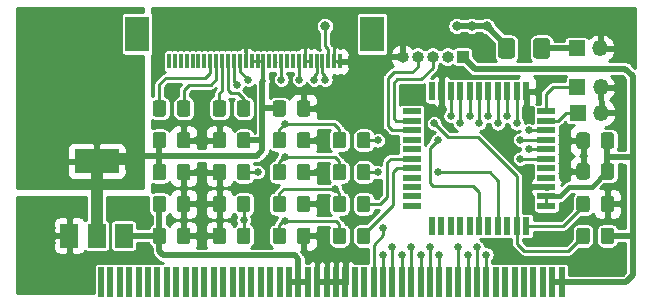
<source format=gtl>
G04 #@! TF.GenerationSoftware,KiCad,Pcbnew,(5.1.6)-1*
G04 #@! TF.CreationDate,2020-10-07T22:12:15+02:00*
G04 #@! TF.ProjectId,PeugeoutTypeCDisplayHack,50657567-656f-4757-9454-797065434469,1*
G04 #@! TF.SameCoordinates,Original*
G04 #@! TF.FileFunction,Copper,L1,Top*
G04 #@! TF.FilePolarity,Positive*
%FSLAX46Y46*%
G04 Gerber Fmt 4.6, Leading zero omitted, Abs format (unit mm)*
G04 Created by KiCad (PCBNEW (5.1.6)-1) date 2020-10-07 22:12:15*
%MOMM*%
%LPD*%
G01*
G04 APERTURE LIST*
G04 #@! TA.AperFunction,SMDPad,CuDef*
%ADD10R,2.000000X3.000000*%
G04 #@! TD*
G04 #@! TA.AperFunction,SMDPad,CuDef*
%ADD11R,0.300000X1.250000*%
G04 #@! TD*
G04 #@! TA.AperFunction,ComponentPad*
%ADD12R,1.350000X1.350000*%
G04 #@! TD*
G04 #@! TA.AperFunction,ComponentPad*
%ADD13O,1.350000X1.350000*%
G04 #@! TD*
G04 #@! TA.AperFunction,ComponentPad*
%ADD14R,1.000000X1.000000*%
G04 #@! TD*
G04 #@! TA.AperFunction,ComponentPad*
%ADD15O,1.000000X1.000000*%
G04 #@! TD*
G04 #@! TA.AperFunction,SMDPad,CuDef*
%ADD16R,1.500000X2.000000*%
G04 #@! TD*
G04 #@! TA.AperFunction,SMDPad,CuDef*
%ADD17R,3.800000X2.000000*%
G04 #@! TD*
G04 #@! TA.AperFunction,SMDPad,CuDef*
%ADD18R,0.500000X2.500000*%
G04 #@! TD*
G04 #@! TA.AperFunction,SMDPad,CuDef*
%ADD19R,0.550000X1.500000*%
G04 #@! TD*
G04 #@! TA.AperFunction,SMDPad,CuDef*
%ADD20R,1.500000X0.550000*%
G04 #@! TD*
G04 #@! TA.AperFunction,ViaPad*
%ADD21C,0.800000*%
G04 #@! TD*
G04 #@! TA.AperFunction,ViaPad*
%ADD22C,0.650000*%
G04 #@! TD*
G04 #@! TA.AperFunction,Conductor*
%ADD23C,0.250000*%
G04 #@! TD*
G04 #@! TA.AperFunction,Conductor*
%ADD24C,0.500000*%
G04 #@! TD*
G04 #@! TA.AperFunction,Conductor*
%ADD25C,0.400000*%
G04 #@! TD*
G04 #@! TA.AperFunction,Conductor*
%ADD26C,1.000000*%
G04 #@! TD*
G04 #@! TA.AperFunction,Conductor*
%ADD27C,0.300000*%
G04 #@! TD*
G04 #@! TA.AperFunction,Conductor*
%ADD28C,0.254000*%
G04 #@! TD*
G04 APERTURE END LIST*
D10*
X111060000Y-102177000D03*
X130940000Y-102177000D03*
D11*
X113750000Y-104502000D03*
X114250000Y-104502000D03*
X114750000Y-104502000D03*
X115250000Y-104502000D03*
X115750000Y-104502000D03*
X116250000Y-104502000D03*
X116750000Y-104502000D03*
X117250000Y-104502000D03*
X117750000Y-104502000D03*
X118250000Y-104502000D03*
X118750000Y-104502000D03*
X119250000Y-104502000D03*
X119750000Y-104502000D03*
X120250000Y-104502000D03*
X120750000Y-104502000D03*
X121250000Y-104502000D03*
X121750000Y-104502000D03*
X122250000Y-104502000D03*
X122750000Y-104502000D03*
X123250000Y-104502000D03*
X123750000Y-104502000D03*
X124250000Y-104502000D03*
X124750000Y-104502000D03*
X125250000Y-104502000D03*
X125750000Y-104502000D03*
X126250000Y-104502000D03*
X126750000Y-104502000D03*
X127250000Y-104502000D03*
X127750000Y-104502000D03*
X128250000Y-104502000D03*
D12*
X148323500Y-106712000D03*
D13*
X150323500Y-106712000D03*
D12*
X148355500Y-108871000D03*
D13*
X150355500Y-108871000D03*
G04 #@! TA.AperFunction,SMDPad,CuDef*
G36*
G01*
X143040000Y-102785000D02*
X143040000Y-104035000D01*
G75*
G02*
X142790000Y-104285000I-250000J0D01*
G01*
X141865000Y-104285000D01*
G75*
G02*
X141615000Y-104035000I0J250000D01*
G01*
X141615000Y-102785000D01*
G75*
G02*
X141865000Y-102535000I250000J0D01*
G01*
X142790000Y-102535000D01*
G75*
G02*
X143040000Y-102785000I0J-250000D01*
G01*
G37*
G04 #@! TD.AperFunction*
G04 #@! TA.AperFunction,SMDPad,CuDef*
G36*
G01*
X146015000Y-102785000D02*
X146015000Y-104035000D01*
G75*
G02*
X145765000Y-104285000I-250000J0D01*
G01*
X144840000Y-104285000D01*
G75*
G02*
X144590000Y-104035000I0J250000D01*
G01*
X144590000Y-102785000D01*
G75*
G02*
X144840000Y-102535000I250000J0D01*
G01*
X145765000Y-102535000D01*
G75*
G02*
X146015000Y-102785000I0J-250000D01*
G01*
G37*
G04 #@! TD.AperFunction*
D12*
X148260000Y-103410000D03*
D13*
X150260000Y-103410000D03*
G04 #@! TA.AperFunction,SMDPad,CuDef*
G36*
G01*
X149397500Y-118834999D02*
X149397500Y-119735001D01*
G75*
G02*
X149147501Y-119985000I-249999J0D01*
G01*
X148497499Y-119985000D01*
G75*
G02*
X148247500Y-119735001I0J249999D01*
G01*
X148247500Y-118834999D01*
G75*
G02*
X148497499Y-118585000I249999J0D01*
G01*
X149147501Y-118585000D01*
G75*
G02*
X149397500Y-118834999I0J-249999D01*
G01*
G37*
G04 #@! TD.AperFunction*
G04 #@! TA.AperFunction,SMDPad,CuDef*
G36*
G01*
X151447500Y-118834999D02*
X151447500Y-119735001D01*
G75*
G02*
X151197501Y-119985000I-249999J0D01*
G01*
X150547499Y-119985000D01*
G75*
G02*
X150297500Y-119735001I0J249999D01*
G01*
X150297500Y-118834999D01*
G75*
G02*
X150547499Y-118585000I249999J0D01*
G01*
X151197501Y-118585000D01*
G75*
G02*
X151447500Y-118834999I0J-249999D01*
G01*
G37*
G04 #@! TD.AperFunction*
D14*
X138608000Y-104108500D03*
D15*
X137338000Y-104108500D03*
X136068000Y-104108500D03*
X134798000Y-104108500D03*
X133528000Y-104108500D03*
G04 #@! TA.AperFunction,SMDPad,CuDef*
G36*
G01*
X118600000Y-116135800D02*
X118600000Y-117036700D01*
G75*
G02*
X118350450Y-117286250I-249550J0D01*
G01*
X117699550Y-117286250D01*
G75*
G02*
X117450000Y-117036700I0J249550D01*
G01*
X117450000Y-116135800D01*
G75*
G02*
X117699550Y-115886250I249550J0D01*
G01*
X118350450Y-115886250D01*
G75*
G02*
X118600000Y-116135800I0J-249550D01*
G01*
G37*
G04 #@! TD.AperFunction*
G04 #@! TA.AperFunction,SMDPad,CuDef*
G36*
G01*
X120650000Y-116136249D02*
X120650000Y-117036251D01*
G75*
G02*
X120400001Y-117286250I-249999J0D01*
G01*
X119749999Y-117286250D01*
G75*
G02*
X119500000Y-117036251I0J249999D01*
G01*
X119500000Y-116136249D01*
G75*
G02*
X119749999Y-115886250I249999J0D01*
G01*
X120400001Y-115886250D01*
G75*
G02*
X120650000Y-116136249I0J-249999D01*
G01*
G37*
G04 #@! TD.AperFunction*
G04 #@! TA.AperFunction,SMDPad,CuDef*
G36*
G01*
X124580000Y-119735001D02*
X124580000Y-118834999D01*
G75*
G02*
X124829999Y-118585000I249999J0D01*
G01*
X125480001Y-118585000D01*
G75*
G02*
X125730000Y-118834999I0J-249999D01*
G01*
X125730000Y-119735001D01*
G75*
G02*
X125480001Y-119985000I-249999J0D01*
G01*
X124829999Y-119985000D01*
G75*
G02*
X124580000Y-119735001I0J249999D01*
G01*
G37*
G04 #@! TD.AperFunction*
G04 #@! TA.AperFunction,SMDPad,CuDef*
G36*
G01*
X122530000Y-119735001D02*
X122530000Y-118834999D01*
G75*
G02*
X122779999Y-118585000I249999J0D01*
G01*
X123430001Y-118585000D01*
G75*
G02*
X123680000Y-118834999I0J-249999D01*
G01*
X123680000Y-119735001D01*
G75*
G02*
X123430001Y-119985000I-249999J0D01*
G01*
X122779999Y-119985000D01*
G75*
G02*
X122530000Y-119735001I0J249999D01*
G01*
G37*
G04 #@! TD.AperFunction*
G04 #@! TA.AperFunction,SMDPad,CuDef*
G36*
G01*
X124580000Y-114337501D02*
X124580000Y-113437499D01*
G75*
G02*
X124829999Y-113187500I249999J0D01*
G01*
X125480001Y-113187500D01*
G75*
G02*
X125730000Y-113437499I0J-249999D01*
G01*
X125730000Y-114337501D01*
G75*
G02*
X125480001Y-114587500I-249999J0D01*
G01*
X124829999Y-114587500D01*
G75*
G02*
X124580000Y-114337501I0J249999D01*
G01*
G37*
G04 #@! TD.AperFunction*
G04 #@! TA.AperFunction,SMDPad,CuDef*
G36*
G01*
X122530000Y-114337501D02*
X122530000Y-113437499D01*
G75*
G02*
X122779999Y-113187500I249999J0D01*
G01*
X123430001Y-113187500D01*
G75*
G02*
X123680000Y-113437499I0J-249999D01*
G01*
X123680000Y-114337501D01*
G75*
G02*
X123430001Y-114587500I-249999J0D01*
G01*
X122779999Y-114587500D01*
G75*
G02*
X122530000Y-114337501I0J249999D01*
G01*
G37*
G04 #@! TD.AperFunction*
G04 #@! TA.AperFunction,SMDPad,CuDef*
G36*
G01*
X124580000Y-117036700D02*
X124580000Y-116135800D01*
G75*
G02*
X124829550Y-115886250I249550J0D01*
G01*
X125480450Y-115886250D01*
G75*
G02*
X125730000Y-116135800I0J-249550D01*
G01*
X125730000Y-117036700D01*
G75*
G02*
X125480450Y-117286250I-249550J0D01*
G01*
X124829550Y-117286250D01*
G75*
G02*
X124580000Y-117036700I0J249550D01*
G01*
G37*
G04 #@! TD.AperFunction*
G04 #@! TA.AperFunction,SMDPad,CuDef*
G36*
G01*
X122530000Y-117036251D02*
X122530000Y-116136249D01*
G75*
G02*
X122779999Y-115886250I249999J0D01*
G01*
X123430001Y-115886250D01*
G75*
G02*
X123680000Y-116136249I0J-249999D01*
G01*
X123680000Y-117036251D01*
G75*
G02*
X123430001Y-117286250I-249999J0D01*
G01*
X122779999Y-117286250D01*
G75*
G02*
X122530000Y-117036251I0J249999D01*
G01*
G37*
G04 #@! TD.AperFunction*
G04 #@! TA.AperFunction,SMDPad,CuDef*
G36*
G01*
X124580000Y-111638751D02*
X124580000Y-110738749D01*
G75*
G02*
X124829999Y-110488750I249999J0D01*
G01*
X125480001Y-110488750D01*
G75*
G02*
X125730000Y-110738749I0J-249999D01*
G01*
X125730000Y-111638751D01*
G75*
G02*
X125480001Y-111888750I-249999J0D01*
G01*
X124829999Y-111888750D01*
G75*
G02*
X124580000Y-111638751I0J249999D01*
G01*
G37*
G04 #@! TD.AperFunction*
G04 #@! TA.AperFunction,SMDPad,CuDef*
G36*
G01*
X122530000Y-111638751D02*
X122530000Y-110738749D01*
G75*
G02*
X122779999Y-110488750I249999J0D01*
G01*
X123430001Y-110488750D01*
G75*
G02*
X123680000Y-110738749I0J-249999D01*
G01*
X123680000Y-111638751D01*
G75*
G02*
X123430001Y-111888750I-249999J0D01*
G01*
X122779999Y-111888750D01*
G75*
G02*
X122530000Y-111638751I0J249999D01*
G01*
G37*
G04 #@! TD.AperFunction*
G04 #@! TA.AperFunction,SMDPad,CuDef*
G36*
G01*
X129660000Y-117036251D02*
X129660000Y-116136249D01*
G75*
G02*
X129909999Y-115886250I249999J0D01*
G01*
X130560001Y-115886250D01*
G75*
G02*
X130810000Y-116136249I0J-249999D01*
G01*
X130810000Y-117036251D01*
G75*
G02*
X130560001Y-117286250I-249999J0D01*
G01*
X129909999Y-117286250D01*
G75*
G02*
X129660000Y-117036251I0J249999D01*
G01*
G37*
G04 #@! TD.AperFunction*
G04 #@! TA.AperFunction,SMDPad,CuDef*
G36*
G01*
X127610000Y-117036251D02*
X127610000Y-116136249D01*
G75*
G02*
X127859999Y-115886250I249999J0D01*
G01*
X128510001Y-115886250D01*
G75*
G02*
X128760000Y-116136249I0J-249999D01*
G01*
X128760000Y-117036251D01*
G75*
G02*
X128510001Y-117286250I-249999J0D01*
G01*
X127859999Y-117286250D01*
G75*
G02*
X127610000Y-117036251I0J249999D01*
G01*
G37*
G04 #@! TD.AperFunction*
G04 #@! TA.AperFunction,SMDPad,CuDef*
G36*
G01*
X129660000Y-119735001D02*
X129660000Y-118834999D01*
G75*
G02*
X129909999Y-118585000I249999J0D01*
G01*
X130560001Y-118585000D01*
G75*
G02*
X130810000Y-118834999I0J-249999D01*
G01*
X130810000Y-119735001D01*
G75*
G02*
X130560001Y-119985000I-249999J0D01*
G01*
X129909999Y-119985000D01*
G75*
G02*
X129660000Y-119735001I0J249999D01*
G01*
G37*
G04 #@! TD.AperFunction*
G04 #@! TA.AperFunction,SMDPad,CuDef*
G36*
G01*
X127610000Y-119735001D02*
X127610000Y-118834999D01*
G75*
G02*
X127859999Y-118585000I249999J0D01*
G01*
X128510001Y-118585000D01*
G75*
G02*
X128760000Y-118834999I0J-249999D01*
G01*
X128760000Y-119735001D01*
G75*
G02*
X128510001Y-119985000I-249999J0D01*
G01*
X127859999Y-119985000D01*
G75*
G02*
X127610000Y-119735001I0J249999D01*
G01*
G37*
G04 #@! TD.AperFunction*
G04 #@! TA.AperFunction,SMDPad,CuDef*
G36*
G01*
X129660000Y-111638751D02*
X129660000Y-110738749D01*
G75*
G02*
X129909999Y-110488750I249999J0D01*
G01*
X130560001Y-110488750D01*
G75*
G02*
X130810000Y-110738749I0J-249999D01*
G01*
X130810000Y-111638751D01*
G75*
G02*
X130560001Y-111888750I-249999J0D01*
G01*
X129909999Y-111888750D01*
G75*
G02*
X129660000Y-111638751I0J249999D01*
G01*
G37*
G04 #@! TD.AperFunction*
G04 #@! TA.AperFunction,SMDPad,CuDef*
G36*
G01*
X127610000Y-111638751D02*
X127610000Y-110738749D01*
G75*
G02*
X127859999Y-110488750I249999J0D01*
G01*
X128510001Y-110488750D01*
G75*
G02*
X128760000Y-110738749I0J-249999D01*
G01*
X128760000Y-111638751D01*
G75*
G02*
X128510001Y-111888750I-249999J0D01*
G01*
X127859999Y-111888750D01*
G75*
G02*
X127610000Y-111638751I0J249999D01*
G01*
G37*
G04 #@! TD.AperFunction*
G04 #@! TA.AperFunction,SMDPad,CuDef*
G36*
G01*
X129660000Y-114337950D02*
X129660000Y-113437050D01*
G75*
G02*
X129909550Y-113187500I249550J0D01*
G01*
X130560450Y-113187500D01*
G75*
G02*
X130810000Y-113437050I0J-249550D01*
G01*
X130810000Y-114337950D01*
G75*
G02*
X130560450Y-114587500I-249550J0D01*
G01*
X129909550Y-114587500D01*
G75*
G02*
X129660000Y-114337950I0J249550D01*
G01*
G37*
G04 #@! TD.AperFunction*
G04 #@! TA.AperFunction,SMDPad,CuDef*
G36*
G01*
X127610000Y-114337501D02*
X127610000Y-113437499D01*
G75*
G02*
X127859999Y-113187500I249999J0D01*
G01*
X128510001Y-113187500D01*
G75*
G02*
X128760000Y-113437499I0J-249999D01*
G01*
X128760000Y-114337501D01*
G75*
G02*
X128510001Y-114587500I-249999J0D01*
G01*
X127859999Y-114587500D01*
G75*
G02*
X127610000Y-114337501I0J249999D01*
G01*
G37*
G04 #@! TD.AperFunction*
G04 #@! TA.AperFunction,SMDPad,CuDef*
G36*
G01*
X118600000Y-108039999D02*
X118600000Y-108940001D01*
G75*
G02*
X118350001Y-109190000I-249999J0D01*
G01*
X117699999Y-109190000D01*
G75*
G02*
X117450000Y-108940001I0J249999D01*
G01*
X117450000Y-108039999D01*
G75*
G02*
X117699999Y-107790000I249999J0D01*
G01*
X118350001Y-107790000D01*
G75*
G02*
X118600000Y-108039999I0J-249999D01*
G01*
G37*
G04 #@! TD.AperFunction*
G04 #@! TA.AperFunction,SMDPad,CuDef*
G36*
G01*
X120650000Y-108039999D02*
X120650000Y-108940001D01*
G75*
G02*
X120400001Y-109190000I-249999J0D01*
G01*
X119749999Y-109190000D01*
G75*
G02*
X119500000Y-108940001I0J249999D01*
G01*
X119500000Y-108039999D01*
G75*
G02*
X119749999Y-107790000I249999J0D01*
G01*
X120400001Y-107790000D01*
G75*
G02*
X120650000Y-108039999I0J-249999D01*
G01*
G37*
G04 #@! TD.AperFunction*
G04 #@! TA.AperFunction,SMDPad,CuDef*
G36*
G01*
X113520000Y-108039999D02*
X113520000Y-108940001D01*
G75*
G02*
X113270001Y-109190000I-249999J0D01*
G01*
X112619999Y-109190000D01*
G75*
G02*
X112370000Y-108940001I0J249999D01*
G01*
X112370000Y-108039999D01*
G75*
G02*
X112619999Y-107790000I249999J0D01*
G01*
X113270001Y-107790000D01*
G75*
G02*
X113520000Y-108039999I0J-249999D01*
G01*
G37*
G04 #@! TD.AperFunction*
G04 #@! TA.AperFunction,SMDPad,CuDef*
G36*
G01*
X115570000Y-108039999D02*
X115570000Y-108940001D01*
G75*
G02*
X115320001Y-109190000I-249999J0D01*
G01*
X114669999Y-109190000D01*
G75*
G02*
X114420000Y-108940001I0J249999D01*
G01*
X114420000Y-108039999D01*
G75*
G02*
X114669999Y-107790000I249999J0D01*
G01*
X115320001Y-107790000D01*
G75*
G02*
X115570000Y-108039999I0J-249999D01*
G01*
G37*
G04 #@! TD.AperFunction*
G04 #@! TA.AperFunction,SMDPad,CuDef*
G36*
G01*
X118600000Y-118834550D02*
X118600000Y-119735450D01*
G75*
G02*
X118350450Y-119985000I-249550J0D01*
G01*
X117699550Y-119985000D01*
G75*
G02*
X117450000Y-119735450I0J249550D01*
G01*
X117450000Y-118834550D01*
G75*
G02*
X117699550Y-118585000I249550J0D01*
G01*
X118350450Y-118585000D01*
G75*
G02*
X118600000Y-118834550I0J-249550D01*
G01*
G37*
G04 #@! TD.AperFunction*
G04 #@! TA.AperFunction,SMDPad,CuDef*
G36*
G01*
X120650000Y-118834999D02*
X120650000Y-119735001D01*
G75*
G02*
X120400001Y-119985000I-249999J0D01*
G01*
X119749999Y-119985000D01*
G75*
G02*
X119500000Y-119735001I0J249999D01*
G01*
X119500000Y-118834999D01*
G75*
G02*
X119749999Y-118585000I249999J0D01*
G01*
X120400001Y-118585000D01*
G75*
G02*
X120650000Y-118834999I0J-249999D01*
G01*
G37*
G04 #@! TD.AperFunction*
G04 #@! TA.AperFunction,SMDPad,CuDef*
G36*
G01*
X118600000Y-113437050D02*
X118600000Y-114337950D01*
G75*
G02*
X118350450Y-114587500I-249550J0D01*
G01*
X117699550Y-114587500D01*
G75*
G02*
X117450000Y-114337950I0J249550D01*
G01*
X117450000Y-113437050D01*
G75*
G02*
X117699550Y-113187500I249550J0D01*
G01*
X118350450Y-113187500D01*
G75*
G02*
X118600000Y-113437050I0J-249550D01*
G01*
G37*
G04 #@! TD.AperFunction*
G04 #@! TA.AperFunction,SMDPad,CuDef*
G36*
G01*
X120650000Y-113437499D02*
X120650000Y-114337501D01*
G75*
G02*
X120400001Y-114587500I-249999J0D01*
G01*
X119749999Y-114587500D01*
G75*
G02*
X119500000Y-114337501I0J249999D01*
G01*
X119500000Y-113437499D01*
G75*
G02*
X119749999Y-113187500I249999J0D01*
G01*
X120400001Y-113187500D01*
G75*
G02*
X120650000Y-113437499I0J-249999D01*
G01*
G37*
G04 #@! TD.AperFunction*
G04 #@! TA.AperFunction,SMDPad,CuDef*
G36*
G01*
X124580000Y-108940001D02*
X124580000Y-108039999D01*
G75*
G02*
X124829999Y-107790000I249999J0D01*
G01*
X125480001Y-107790000D01*
G75*
G02*
X125730000Y-108039999I0J-249999D01*
G01*
X125730000Y-108940001D01*
G75*
G02*
X125480001Y-109190000I-249999J0D01*
G01*
X124829999Y-109190000D01*
G75*
G02*
X124580000Y-108940001I0J249999D01*
G01*
G37*
G04 #@! TD.AperFunction*
G04 #@! TA.AperFunction,SMDPad,CuDef*
G36*
G01*
X122530000Y-108940001D02*
X122530000Y-108039999D01*
G75*
G02*
X122779999Y-107790000I249999J0D01*
G01*
X123430001Y-107790000D01*
G75*
G02*
X123680000Y-108039999I0J-249999D01*
G01*
X123680000Y-108940001D01*
G75*
G02*
X123430001Y-109190000I-249999J0D01*
G01*
X122779999Y-109190000D01*
G75*
G02*
X122530000Y-108940001I0J249999D01*
G01*
G37*
G04 #@! TD.AperFunction*
G04 #@! TA.AperFunction,SMDPad,CuDef*
G36*
G01*
X118600000Y-110738300D02*
X118600000Y-111639200D01*
G75*
G02*
X118350450Y-111888750I-249550J0D01*
G01*
X117699550Y-111888750D01*
G75*
G02*
X117450000Y-111639200I0J249550D01*
G01*
X117450000Y-110738300D01*
G75*
G02*
X117699550Y-110488750I249550J0D01*
G01*
X118350450Y-110488750D01*
G75*
G02*
X118600000Y-110738300I0J-249550D01*
G01*
G37*
G04 #@! TD.AperFunction*
G04 #@! TA.AperFunction,SMDPad,CuDef*
G36*
G01*
X120650000Y-110738749D02*
X120650000Y-111638751D01*
G75*
G02*
X120400001Y-111888750I-249999J0D01*
G01*
X119749999Y-111888750D01*
G75*
G02*
X119500000Y-111638751I0J249999D01*
G01*
X119500000Y-110738749D01*
G75*
G02*
X119749999Y-110488750I249999J0D01*
G01*
X120400001Y-110488750D01*
G75*
G02*
X120650000Y-110738749I0J-249999D01*
G01*
G37*
G04 #@! TD.AperFunction*
G04 #@! TA.AperFunction,SMDPad,CuDef*
G36*
G01*
X149397500Y-110770499D02*
X149397500Y-111670501D01*
G75*
G02*
X149147501Y-111920500I-249999J0D01*
G01*
X148497499Y-111920500D01*
G75*
G02*
X148247500Y-111670501I0J249999D01*
G01*
X148247500Y-110770499D01*
G75*
G02*
X148497499Y-110520500I249999J0D01*
G01*
X149147501Y-110520500D01*
G75*
G02*
X149397500Y-110770499I0J-249999D01*
G01*
G37*
G04 #@! TD.AperFunction*
G04 #@! TA.AperFunction,SMDPad,CuDef*
G36*
G01*
X151447500Y-110770499D02*
X151447500Y-111670501D01*
G75*
G02*
X151197501Y-111920500I-249999J0D01*
G01*
X150547499Y-111920500D01*
G75*
G02*
X150297500Y-111670501I0J249999D01*
G01*
X150297500Y-110770499D01*
G75*
G02*
X150547499Y-110520500I249999J0D01*
G01*
X151197501Y-110520500D01*
G75*
G02*
X151447500Y-110770499I0J-249999D01*
G01*
G37*
G04 #@! TD.AperFunction*
G04 #@! TA.AperFunction,SMDPad,CuDef*
G36*
G01*
X149397500Y-113373999D02*
X149397500Y-114274001D01*
G75*
G02*
X149147501Y-114524000I-249999J0D01*
G01*
X148497499Y-114524000D01*
G75*
G02*
X148247500Y-114274001I0J249999D01*
G01*
X148247500Y-113373999D01*
G75*
G02*
X148497499Y-113124000I249999J0D01*
G01*
X149147501Y-113124000D01*
G75*
G02*
X149397500Y-113373999I0J-249999D01*
G01*
G37*
G04 #@! TD.AperFunction*
G04 #@! TA.AperFunction,SMDPad,CuDef*
G36*
G01*
X151447500Y-113373999D02*
X151447500Y-114274001D01*
G75*
G02*
X151197501Y-114524000I-249999J0D01*
G01*
X150547499Y-114524000D01*
G75*
G02*
X150297500Y-114274001I0J249999D01*
G01*
X150297500Y-113373999D01*
G75*
G02*
X150547499Y-113124000I249999J0D01*
G01*
X151197501Y-113124000D01*
G75*
G02*
X151447500Y-113373999I0J-249999D01*
G01*
G37*
G04 #@! TD.AperFunction*
G04 #@! TA.AperFunction,SMDPad,CuDef*
G36*
G01*
X150297500Y-117036251D02*
X150297500Y-116136249D01*
G75*
G02*
X150547499Y-115886250I249999J0D01*
G01*
X151197501Y-115886250D01*
G75*
G02*
X151447500Y-116136249I0J-249999D01*
G01*
X151447500Y-117036251D01*
G75*
G02*
X151197501Y-117286250I-249999J0D01*
G01*
X150547499Y-117286250D01*
G75*
G02*
X150297500Y-117036251I0J249999D01*
G01*
G37*
G04 #@! TD.AperFunction*
G04 #@! TA.AperFunction,SMDPad,CuDef*
G36*
G01*
X148247500Y-117036251D02*
X148247500Y-116136249D01*
G75*
G02*
X148497499Y-115886250I249999J0D01*
G01*
X149147501Y-115886250D01*
G75*
G02*
X149397500Y-116136249I0J-249999D01*
G01*
X149397500Y-117036251D01*
G75*
G02*
X149147501Y-117286250I-249999J0D01*
G01*
X148497499Y-117286250D01*
G75*
G02*
X148247500Y-117036251I0J249999D01*
G01*
G37*
G04 #@! TD.AperFunction*
G04 #@! TA.AperFunction,SMDPad,CuDef*
G36*
G01*
X114420000Y-111638751D02*
X114420000Y-110738749D01*
G75*
G02*
X114669999Y-110488750I249999J0D01*
G01*
X115320001Y-110488750D01*
G75*
G02*
X115570000Y-110738749I0J-249999D01*
G01*
X115570000Y-111638751D01*
G75*
G02*
X115320001Y-111888750I-249999J0D01*
G01*
X114669999Y-111888750D01*
G75*
G02*
X114420000Y-111638751I0J249999D01*
G01*
G37*
G04 #@! TD.AperFunction*
G04 #@! TA.AperFunction,SMDPad,CuDef*
G36*
G01*
X112370000Y-111638751D02*
X112370000Y-110738749D01*
G75*
G02*
X112619999Y-110488750I249999J0D01*
G01*
X113270001Y-110488750D01*
G75*
G02*
X113520000Y-110738749I0J-249999D01*
G01*
X113520000Y-111638751D01*
G75*
G02*
X113270001Y-111888750I-249999J0D01*
G01*
X112619999Y-111888750D01*
G75*
G02*
X112370000Y-111638751I0J249999D01*
G01*
G37*
G04 #@! TD.AperFunction*
G04 #@! TA.AperFunction,SMDPad,CuDef*
G36*
G01*
X114420000Y-114337501D02*
X114420000Y-113437499D01*
G75*
G02*
X114669999Y-113187500I249999J0D01*
G01*
X115320001Y-113187500D01*
G75*
G02*
X115570000Y-113437499I0J-249999D01*
G01*
X115570000Y-114337501D01*
G75*
G02*
X115320001Y-114587500I-249999J0D01*
G01*
X114669999Y-114587500D01*
G75*
G02*
X114420000Y-114337501I0J249999D01*
G01*
G37*
G04 #@! TD.AperFunction*
G04 #@! TA.AperFunction,SMDPad,CuDef*
G36*
G01*
X112370000Y-114337501D02*
X112370000Y-113437499D01*
G75*
G02*
X112619999Y-113187500I249999J0D01*
G01*
X113270001Y-113187500D01*
G75*
G02*
X113520000Y-113437499I0J-249999D01*
G01*
X113520000Y-114337501D01*
G75*
G02*
X113270001Y-114587500I-249999J0D01*
G01*
X112619999Y-114587500D01*
G75*
G02*
X112370000Y-114337501I0J249999D01*
G01*
G37*
G04 #@! TD.AperFunction*
G04 #@! TA.AperFunction,SMDPad,CuDef*
G36*
G01*
X114420000Y-117036251D02*
X114420000Y-116136249D01*
G75*
G02*
X114669999Y-115886250I249999J0D01*
G01*
X115320001Y-115886250D01*
G75*
G02*
X115570000Y-116136249I0J-249999D01*
G01*
X115570000Y-117036251D01*
G75*
G02*
X115320001Y-117286250I-249999J0D01*
G01*
X114669999Y-117286250D01*
G75*
G02*
X114420000Y-117036251I0J249999D01*
G01*
G37*
G04 #@! TD.AperFunction*
G04 #@! TA.AperFunction,SMDPad,CuDef*
G36*
G01*
X112370000Y-117036251D02*
X112370000Y-116136249D01*
G75*
G02*
X112619999Y-115886250I249999J0D01*
G01*
X113270001Y-115886250D01*
G75*
G02*
X113520000Y-116136249I0J-249999D01*
G01*
X113520000Y-117036251D01*
G75*
G02*
X113270001Y-117286250I-249999J0D01*
G01*
X112619999Y-117286250D01*
G75*
G02*
X112370000Y-117036251I0J249999D01*
G01*
G37*
G04 #@! TD.AperFunction*
G04 #@! TA.AperFunction,SMDPad,CuDef*
G36*
G01*
X114420000Y-119735001D02*
X114420000Y-118834999D01*
G75*
G02*
X114669999Y-118585000I249999J0D01*
G01*
X115320001Y-118585000D01*
G75*
G02*
X115570000Y-118834999I0J-249999D01*
G01*
X115570000Y-119735001D01*
G75*
G02*
X115320001Y-119985000I-249999J0D01*
G01*
X114669999Y-119985000D01*
G75*
G02*
X114420000Y-119735001I0J249999D01*
G01*
G37*
G04 #@! TD.AperFunction*
G04 #@! TA.AperFunction,SMDPad,CuDef*
G36*
G01*
X112370000Y-119735001D02*
X112370000Y-118834999D01*
G75*
G02*
X112619999Y-118585000I249999J0D01*
G01*
X113270001Y-118585000D01*
G75*
G02*
X113520000Y-118834999I0J-249999D01*
G01*
X113520000Y-119735001D01*
G75*
G02*
X113270001Y-119985000I-249999J0D01*
G01*
X112619999Y-119985000D01*
G75*
G02*
X112370000Y-119735001I0J249999D01*
G01*
G37*
G04 #@! TD.AperFunction*
D16*
X105320000Y-119260000D03*
X109920000Y-119260000D03*
X107620000Y-119260000D03*
D17*
X107620000Y-112960000D03*
D18*
X108000000Y-123190000D03*
X108795936Y-123190000D03*
X109591854Y-123190000D03*
X110387772Y-123190000D03*
X111183690Y-123190000D03*
X111979608Y-123190000D03*
X112775526Y-123190000D03*
X113571444Y-123190000D03*
X114367362Y-123190000D03*
X115163280Y-123190000D03*
X115959198Y-123190000D03*
X116755116Y-123190000D03*
X117551034Y-123190000D03*
X118346952Y-123190000D03*
X119142870Y-123190000D03*
X119938788Y-123190000D03*
X120734706Y-123190000D03*
X121530624Y-123190000D03*
X122326542Y-123190000D03*
X123122460Y-123190000D03*
X123918378Y-123190000D03*
X124714296Y-123190000D03*
X125510214Y-123190000D03*
X126306132Y-123190000D03*
X127102050Y-123190000D03*
X127897968Y-123190000D03*
X128693886Y-123190000D03*
X129489804Y-123190000D03*
X130285722Y-123190000D03*
X131081640Y-123190000D03*
X131877558Y-123190000D03*
X132673476Y-123190000D03*
X133469394Y-123190000D03*
X134265312Y-123190000D03*
X135061230Y-123190000D03*
X135857148Y-123190000D03*
X136653066Y-123190000D03*
X137448984Y-123190000D03*
X138244902Y-123190000D03*
X139040820Y-123190000D03*
X139836738Y-123190000D03*
X140632656Y-123190000D03*
X141428574Y-123190000D03*
X142224492Y-123190000D03*
X143020410Y-123190000D03*
X143816328Y-123190000D03*
X144612246Y-123190000D03*
X145408164Y-123190000D03*
X146204082Y-123190000D03*
X147000000Y-123190000D03*
D19*
X144005000Y-107044500D03*
X143205000Y-107044500D03*
X142405000Y-107044500D03*
X141605000Y-107044500D03*
X140805000Y-107044500D03*
X140005000Y-107044500D03*
X139205000Y-107044500D03*
X138405000Y-107044500D03*
X137605000Y-107044500D03*
X136805000Y-107044500D03*
X136005000Y-107044500D03*
D20*
X134305000Y-108744500D03*
X134305000Y-109544500D03*
X134305000Y-110344500D03*
X134305000Y-111144500D03*
X134305000Y-111944500D03*
X134305000Y-112744500D03*
X134305000Y-113544500D03*
X134305000Y-114344500D03*
X134305000Y-115144500D03*
X134305000Y-115944500D03*
X134305000Y-116744500D03*
D19*
X136005000Y-118444500D03*
X136805000Y-118444500D03*
X137605000Y-118444500D03*
X138405000Y-118444500D03*
X139205000Y-118444500D03*
X140005000Y-118444500D03*
X140805000Y-118444500D03*
X141605000Y-118444500D03*
X142405000Y-118444500D03*
X143205000Y-118444500D03*
X144005000Y-118444500D03*
D20*
X145705000Y-116744500D03*
X145705000Y-115944500D03*
X145705000Y-115144500D03*
X145705000Y-114344500D03*
X145705000Y-113544500D03*
X145705000Y-112744500D03*
X145705000Y-111944500D03*
X145705000Y-111144500D03*
X145705000Y-110344500D03*
X145705000Y-109544500D03*
X145705000Y-108744500D03*
D21*
X140640000Y-101505000D03*
X139370000Y-101505000D03*
X138100000Y-101505000D03*
X107620000Y-105315000D03*
X107620000Y-102775000D03*
X107620000Y-104045000D03*
X126949400Y-101505000D03*
D22*
X120066000Y-117938800D03*
X119481800Y-106483400D03*
X131877000Y-118650000D03*
X137605000Y-109125000D03*
X131877558Y-120872500D03*
X138405000Y-109760000D03*
X132673476Y-120237500D03*
X139205000Y-109125000D03*
X133469394Y-120872500D03*
X140005000Y-109760000D03*
X134265312Y-120237500D03*
X140805000Y-109125000D03*
X135061230Y-120872500D03*
X141605000Y-109760000D03*
X135857148Y-120237500D03*
X142405000Y-109125000D03*
X136653066Y-120872500D03*
X143205000Y-109760000D03*
X138244902Y-120237500D03*
X144196000Y-110344500D03*
X139040820Y-120872500D03*
X143497500Y-111144500D03*
X139836738Y-120237500D03*
X144196000Y-111944500D03*
X140632656Y-120872500D03*
X143497500Y-112744500D03*
X127813000Y-115297200D03*
X127000200Y-106051600D03*
X123545800Y-118015000D03*
X126035000Y-106051600D03*
X123545800Y-112630200D03*
X124765000Y-106051600D03*
X123545800Y-109836200D03*
X123266400Y-106051600D03*
X121285200Y-113887500D03*
X120472400Y-106077000D03*
X131432500Y-113887500D03*
X136512500Y-113887500D03*
X131432500Y-111188750D03*
X136512500Y-111188750D03*
X144196000Y-115144500D03*
X144005000Y-108490000D03*
X136805000Y-108490000D03*
X125247600Y-103029000D03*
X120243800Y-103029000D03*
X127750000Y-103029000D03*
X126289000Y-111188750D03*
X126289000Y-113887500D03*
X126289000Y-116586250D03*
X126289000Y-119285000D03*
X127102050Y-120555000D03*
X127897968Y-121190000D03*
X128693886Y-120618500D03*
X126306132Y-121190000D03*
X105080000Y-117380000D03*
X103810000Y-117380000D03*
X103810000Y-118650000D03*
X103810000Y-119920000D03*
X105016500Y-121190000D03*
X103810000Y-121190000D03*
X104445000Y-116745000D03*
X103175000Y-118015000D03*
X103175000Y-119285000D03*
X103175000Y-120555000D03*
X105715000Y-116745000D03*
X116827500Y-113900200D03*
X116827500Y-111188750D03*
X126289000Y-108490000D03*
X116827500Y-116586250D03*
X116129000Y-116586250D03*
X116129000Y-119285000D03*
X116827500Y-119285000D03*
X116129000Y-111207800D03*
X116129000Y-113900200D03*
X147688500Y-111220500D03*
X147688500Y-113824000D03*
X152006500Y-116618000D03*
X136195000Y-109760000D03*
D23*
X112920000Y-119260000D02*
X112945000Y-119285000D01*
D24*
X109920000Y-119260000D02*
X112920000Y-119260000D01*
X123918378Y-123190000D02*
X124714296Y-123190000D01*
X124714296Y-123190000D02*
X125510214Y-123190000D01*
X124714296Y-123190000D02*
X124714296Y-121266296D01*
X124714296Y-121266296D02*
X124384000Y-120936000D01*
X124384000Y-120936000D02*
X113271500Y-120936000D01*
X112945000Y-120609500D02*
X112945000Y-119285000D01*
X113271500Y-120936000D02*
X112945000Y-120609500D01*
X112945000Y-119285000D02*
X112945000Y-116586250D01*
D23*
X145705000Y-115944500D02*
X145705000Y-116744500D01*
D24*
X150872500Y-112608500D02*
X150872500Y-113824000D01*
X150872500Y-111220500D02*
X150872500Y-112608500D01*
X150872500Y-119285000D02*
X153022500Y-119285000D01*
X153022500Y-113062000D02*
X153022500Y-119285000D01*
X153022500Y-105759500D02*
X153022500Y-113062000D01*
X152387500Y-105124500D02*
X153022500Y-105759500D01*
X138608000Y-104108500D02*
X139624000Y-105124500D01*
X139624000Y-105124500D02*
X152387500Y-105124500D01*
X150872500Y-112608500D02*
X153022500Y-112617500D01*
D25*
X145705000Y-115944500D02*
X146838000Y-115944500D01*
X146838000Y-115944500D02*
X147625000Y-115157500D01*
X149539000Y-115157500D02*
X150872500Y-113824000D01*
X147625000Y-115157500D02*
X149539000Y-115157500D01*
D24*
X153022500Y-119285000D02*
X153022500Y-120428000D01*
X146204082Y-123190000D02*
X147000000Y-123190000D01*
X152419500Y-123190000D02*
X147000000Y-123190000D01*
X153022500Y-120428000D02*
X153022500Y-122587000D01*
X153022500Y-122587000D02*
X152419500Y-123190000D01*
D26*
X107620000Y-119260000D02*
X107620000Y-112960000D01*
D24*
X107620000Y-112960000D02*
X107620000Y-104045000D01*
X107620000Y-104045000D02*
X107620000Y-102775000D01*
D23*
X142327500Y-103192500D02*
X142327500Y-103410000D01*
D24*
X140640000Y-101505000D02*
X142327500Y-103192500D01*
X140640000Y-101505000D02*
X139370000Y-101505000D01*
X138100000Y-101505000D02*
X139370000Y-101505000D01*
D23*
X120750000Y-104502000D02*
X121250000Y-104502000D01*
X121250000Y-104502000D02*
X121750000Y-104502000D01*
D27*
X121750000Y-104502000D02*
X121750000Y-106171000D01*
D24*
X121750000Y-106171000D02*
X121666200Y-106254800D01*
X121228050Y-111188750D02*
X120075000Y-111188750D01*
D23*
X121691600Y-108490000D02*
X121666200Y-108464600D01*
D24*
X123105000Y-108490000D02*
X121691600Y-108490000D01*
X121666200Y-106254800D02*
X121666200Y-108464600D01*
X121666200Y-108464600D02*
X121666200Y-110750600D01*
D23*
X112929000Y-112960000D02*
X112945000Y-112944000D01*
D24*
X112945000Y-113887500D02*
X112945000Y-112944000D01*
X112945000Y-112494200D02*
X112945000Y-111188750D01*
X112945000Y-112494200D02*
X121218000Y-112494200D01*
X112945000Y-112944000D02*
X112945000Y-112494200D01*
X121218000Y-112494200D02*
X121666200Y-112046000D01*
X121228050Y-111188750D02*
X121647150Y-111188750D01*
X121647150Y-111188750D02*
X121666200Y-111207800D01*
X121666200Y-112046000D02*
X121666200Y-111207800D01*
X121666200Y-111207800D02*
X121666200Y-110750600D01*
D23*
X108085800Y-112494200D02*
X107620000Y-112960000D01*
D24*
X112945000Y-112494200D02*
X108085800Y-112494200D01*
D23*
X126949400Y-103190402D02*
X126949400Y-101505000D01*
X127250000Y-103491002D02*
X126949400Y-103190402D01*
X127250000Y-104502000D02*
X127250000Y-103491002D01*
X144005000Y-118444500D02*
X147154750Y-118444500D01*
X148822500Y-116776750D02*
X147154750Y-118444500D01*
X148822500Y-116586250D02*
X148822500Y-116776750D01*
X120075000Y-119285000D02*
X120075000Y-116586250D01*
X119250000Y-106251600D02*
X119481800Y-106483400D01*
X119250000Y-104502000D02*
X119250000Y-106251600D01*
X117750000Y-104502000D02*
X117750000Y-106030800D01*
X117750000Y-106030800D02*
X117297400Y-106483400D01*
X117297400Y-106483400D02*
X115468600Y-106483400D01*
X114995000Y-106957000D02*
X114995000Y-108490000D01*
X115468600Y-106483400D02*
X114995000Y-106957000D01*
X117225001Y-104574599D02*
X117225001Y-105488999D01*
X117250000Y-104502000D02*
X117250000Y-104549600D01*
X117250000Y-104549600D02*
X117225001Y-104574599D01*
X117225001Y-105488999D02*
X116764000Y-105950000D01*
X116764000Y-105950000D02*
X113462000Y-105950000D01*
X112945000Y-106467000D02*
X112945000Y-108490000D01*
X113462000Y-105950000D02*
X112945000Y-106467000D01*
X119576000Y-107194600D02*
X120075000Y-107693600D01*
X118999200Y-107194600D02*
X119576000Y-107194600D01*
X120075000Y-107693600D02*
X120075000Y-108490000D01*
X118750000Y-106945400D02*
X118999200Y-107194600D01*
X118750000Y-104502000D02*
X118750000Y-106945400D01*
X118025000Y-108490000D02*
X118025000Y-107229000D01*
X118250000Y-107004000D02*
X118025000Y-107229000D01*
X118250000Y-104502000D02*
X118250000Y-107004000D01*
X131081640Y-123190000D02*
X131081640Y-120398418D01*
X137605000Y-107044500D02*
X137605000Y-109125000D01*
X131877000Y-119231190D02*
X131877000Y-119221500D01*
X131081640Y-120026550D02*
X131877000Y-119231190D01*
X131877000Y-118650000D02*
X131877000Y-119221500D01*
X131081640Y-120398418D02*
X131081640Y-120026550D01*
X131877558Y-123190000D02*
X131877558Y-120872500D01*
X138405000Y-109760000D02*
X138405000Y-107044500D01*
X132673476Y-120237500D02*
X132673476Y-123190000D01*
X139205000Y-107044500D02*
X139205000Y-109125000D01*
X133469394Y-123190000D02*
X133469394Y-120872500D01*
X140005000Y-109760000D02*
X140005000Y-107044500D01*
X134265312Y-120237500D02*
X134265312Y-123190000D01*
X140805000Y-107044500D02*
X140805000Y-109125000D01*
X135061230Y-123190000D02*
X135061230Y-120872500D01*
X141605000Y-109760000D02*
X141605000Y-107044500D01*
X135857148Y-120237500D02*
X135857148Y-123190000D01*
X142405000Y-107044500D02*
X142405000Y-109125000D01*
X136653066Y-123190000D02*
X136653066Y-120872500D01*
X143205000Y-109760000D02*
X143205000Y-107044500D01*
X138244902Y-120092598D02*
X138290500Y-120047000D01*
X138244902Y-120237500D02*
X138244902Y-123190000D01*
X145705000Y-110344500D02*
X144196000Y-110344500D01*
X139040820Y-123190000D02*
X139040820Y-120872500D01*
X145705000Y-111144500D02*
X143497500Y-111144500D01*
X139836738Y-120069238D02*
X139814500Y-120047000D01*
X139836738Y-120237500D02*
X139836738Y-123190000D01*
X145705000Y-111944500D02*
X144196000Y-111944500D01*
X140632656Y-123190000D02*
X140632656Y-120872500D01*
X145705000Y-112744500D02*
X143497500Y-112744500D01*
X123105000Y-116586250D02*
X123105000Y-115674500D01*
X123105000Y-115674500D02*
X123495000Y-115284500D01*
X123495000Y-115284500D02*
X127813000Y-115284500D01*
X128185000Y-115656500D02*
X128185000Y-116586250D01*
X127813000Y-115284500D02*
X128185000Y-115656500D01*
X126750000Y-104502000D02*
X126750000Y-105522000D01*
X127000200Y-105772200D02*
X127000200Y-106051600D01*
X126750000Y-105522000D02*
X127000200Y-105772200D01*
X123105000Y-119285000D02*
X123105000Y-118341500D01*
X123105000Y-118341500D02*
X123431500Y-118015000D01*
X123431500Y-118015000D02*
X127876500Y-118015000D01*
X128185000Y-118323500D02*
X128185000Y-119285000D01*
X127876500Y-118015000D02*
X128185000Y-118323500D01*
X126250000Y-104502000D02*
X126250000Y-105530000D01*
X126035000Y-105745000D02*
X126035000Y-106051600D01*
X126250000Y-105530000D02*
X126035000Y-105745000D01*
X128185000Y-112989500D02*
X128185000Y-113887500D01*
X127813000Y-112617500D02*
X128185000Y-112989500D01*
X123495000Y-112617500D02*
X127813000Y-112617500D01*
X123105000Y-113887500D02*
X123105000Y-113007500D01*
X123105000Y-113007500D02*
X123495000Y-112617500D01*
X124750000Y-106036600D02*
X124765000Y-106051600D01*
X124750000Y-104502000D02*
X124750000Y-106036600D01*
X128185000Y-110259000D02*
X128185000Y-111188750D01*
X127749500Y-109823500D02*
X128185000Y-110259000D01*
X123558500Y-109823500D02*
X127749500Y-109823500D01*
X123105000Y-111188750D02*
X123105000Y-110277000D01*
X123105000Y-110277000D02*
X123558500Y-109823500D01*
X123250000Y-106035200D02*
X123266400Y-106051600D01*
X123250000Y-104502000D02*
X123250000Y-106035200D01*
X120075000Y-114205000D02*
X120075000Y-114196000D01*
X121285200Y-113887500D02*
X120075000Y-113887500D01*
X119750000Y-105354600D02*
X120472400Y-106077000D01*
X119750000Y-104502000D02*
X119750000Y-105354600D01*
X134798000Y-104108500D02*
X134798000Y-104997500D01*
X134798000Y-104997500D02*
X134353500Y-105442000D01*
X134353500Y-105442000D02*
X132766000Y-105442000D01*
X132766000Y-105442000D02*
X132258000Y-105950000D01*
X132258000Y-105950000D02*
X132258000Y-109950500D01*
X132652000Y-110344500D02*
X134305000Y-110344500D01*
X132258000Y-109950500D02*
X132652000Y-110344500D01*
X136068000Y-104108500D02*
X136068000Y-105061000D01*
X136068000Y-105061000D02*
X135115500Y-106013500D01*
X135115500Y-106013500D02*
X133083500Y-106013500D01*
X133083500Y-106013500D02*
X132766000Y-106331000D01*
X132766000Y-106331000D02*
X132766000Y-109315500D01*
X132995000Y-109544500D02*
X134305000Y-109544500D01*
X132766000Y-109315500D02*
X132995000Y-109544500D01*
X130235000Y-113887500D02*
X131432500Y-113887500D01*
X141605000Y-118444500D02*
X141605000Y-114598500D01*
X140894000Y-113887500D02*
X136512500Y-113887500D01*
X141605000Y-114598500D02*
X140894000Y-113887500D01*
X130235000Y-111188750D02*
X131432500Y-111188750D01*
X140005000Y-118444500D02*
X140005000Y-115602000D01*
X140005000Y-115602000D02*
X139497000Y-115094000D01*
X139497000Y-115094000D02*
X136131500Y-115094000D01*
X135862499Y-114824999D02*
X135862499Y-111838751D01*
X135862499Y-111838751D02*
X136512500Y-111188750D01*
X136131500Y-115094000D02*
X135862499Y-114824999D01*
X130235000Y-119149000D02*
X130235000Y-119285000D01*
X132702500Y-116681500D02*
X130235000Y-119149000D01*
X132702500Y-113887500D02*
X132702500Y-116681500D01*
X134305000Y-113544500D02*
X133045500Y-113544500D01*
X133045500Y-113544500D02*
X132702500Y-113887500D01*
X132512000Y-112744500D02*
X134305000Y-112744500D01*
X132252490Y-115988510D02*
X132252490Y-113004010D01*
X132252490Y-113004010D02*
X132512000Y-112744500D01*
X131654750Y-116586250D02*
X132252490Y-115988510D01*
X130235000Y-116586250D02*
X131654750Y-116586250D01*
X120250000Y-104502000D02*
X120250000Y-104813500D01*
X120250000Y-104813500D02*
X120225001Y-104838499D01*
X149013000Y-111665000D02*
X149013000Y-111016250D01*
X126289000Y-111188750D02*
X125155000Y-111188750D01*
X126289000Y-113887500D02*
X125155000Y-113887500D01*
X126289000Y-116586250D02*
X125155000Y-116586250D01*
X126289000Y-119285000D02*
X125155000Y-119285000D01*
D24*
X126306132Y-123190000D02*
X127102050Y-123190000D01*
X127102050Y-123190000D02*
X127897968Y-123190000D01*
X127897968Y-123190000D02*
X128693886Y-123190000D01*
D25*
X126306132Y-123190000D02*
X126306132Y-121190000D01*
X127102050Y-123190000D02*
X127102050Y-120555000D01*
X127897968Y-123190000D02*
X127897968Y-121190000D01*
X128693886Y-123190000D02*
X128693886Y-120618500D01*
D23*
X144005000Y-108490000D02*
X144005000Y-107044500D01*
X136805000Y-108490000D02*
X136805000Y-107044500D01*
X144196000Y-115144500D02*
X145705000Y-115144500D01*
X116827500Y-111188750D02*
X118025000Y-111188750D01*
X116827500Y-113887500D02*
X118025000Y-113887500D01*
X116827500Y-116586250D02*
X118025000Y-116586250D01*
X116129000Y-116586250D02*
X114995000Y-116586250D01*
X116827500Y-119285000D02*
X118025000Y-119285000D01*
X116129000Y-119285000D02*
X114995000Y-119285000D01*
X147688500Y-111220500D02*
X148822500Y-111220500D01*
X147688500Y-113824000D02*
X148822500Y-113824000D01*
X151974750Y-116586250D02*
X152006500Y-116618000D01*
X150872500Y-116586250D02*
X151974750Y-116586250D01*
X126289000Y-108490000D02*
X125155000Y-108490000D01*
X125250000Y-104502000D02*
X125750000Y-104502000D01*
X128250000Y-104502000D02*
X127750000Y-104502000D01*
X120243800Y-104495800D02*
X120250000Y-104502000D01*
X120243800Y-103029000D02*
X120243800Y-104495800D01*
X125247600Y-104499600D02*
X125250000Y-104502000D01*
X125247600Y-103029000D02*
X125247600Y-104499600D01*
X127750000Y-103029000D02*
X127750000Y-104502000D01*
X115007700Y-113900200D02*
X114995000Y-113887500D01*
X116129000Y-113900200D02*
X115007700Y-113900200D01*
X115014050Y-111207800D02*
X114995000Y-111188750D01*
X116129000Y-111207800D02*
X115014050Y-111207800D01*
X143205000Y-118444500D02*
X143205000Y-119945000D01*
X143205000Y-119945000D02*
X143815000Y-120555000D01*
X148822500Y-119294000D02*
X147561500Y-120555000D01*
X148822500Y-119285000D02*
X148822500Y-119294000D01*
X143815000Y-120555000D02*
X147561500Y-120555000D01*
X143205000Y-118444500D02*
X143205000Y-114230000D01*
X143205000Y-114230000D02*
X139878000Y-110903000D01*
X137338000Y-110903000D02*
X136195000Y-109760000D01*
X139878000Y-110903000D02*
X137338000Y-110903000D01*
X122774999Y-104526999D02*
X122750000Y-104502000D01*
D24*
X145302500Y-103410000D02*
X148260000Y-103410000D01*
D23*
X145705000Y-109544500D02*
X146697500Y-109544500D01*
X147371000Y-108871000D02*
X148355500Y-108871000D01*
X146697500Y-109544500D02*
X147371000Y-108871000D01*
X145705000Y-108744500D02*
X145705000Y-107235000D01*
X146228000Y-106712000D02*
X148323500Y-106712000D01*
X145705000Y-107235000D02*
X146228000Y-106712000D01*
D28*
G36*
X111582400Y-100294157D02*
G01*
X110060000Y-100294157D01*
X109985311Y-100301513D01*
X109913492Y-100323299D01*
X109847304Y-100358678D01*
X109789289Y-100406289D01*
X109741678Y-100464304D01*
X109706299Y-100530492D01*
X109684513Y-100602311D01*
X109677157Y-100677000D01*
X109677157Y-103677000D01*
X109684513Y-103751689D01*
X109706299Y-103823508D01*
X109741678Y-103889696D01*
X109789289Y-103947711D01*
X109847304Y-103995322D01*
X109913492Y-104030701D01*
X109985311Y-104052487D01*
X110060000Y-104059843D01*
X111582400Y-104059843D01*
X111582400Y-115221000D01*
X100914400Y-115221000D01*
X100914400Y-113960000D01*
X105081928Y-113960000D01*
X105094188Y-114084482D01*
X105130498Y-114204180D01*
X105189463Y-114314494D01*
X105268815Y-114411185D01*
X105365506Y-114490537D01*
X105475820Y-114549502D01*
X105595518Y-114585812D01*
X105720000Y-114598072D01*
X107334250Y-114595000D01*
X107493000Y-114436250D01*
X107493000Y-113087000D01*
X107747000Y-113087000D01*
X107747000Y-114436250D01*
X107905750Y-114595000D01*
X109520000Y-114598072D01*
X109644482Y-114585812D01*
X109764180Y-114549502D01*
X109874494Y-114490537D01*
X109971185Y-114411185D01*
X110050537Y-114314494D01*
X110109502Y-114204180D01*
X110145812Y-114084482D01*
X110158072Y-113960000D01*
X110155000Y-113245750D01*
X109996250Y-113087000D01*
X107747000Y-113087000D01*
X107493000Y-113087000D01*
X105243750Y-113087000D01*
X105085000Y-113245750D01*
X105081928Y-113960000D01*
X100914400Y-113960000D01*
X100914400Y-111960000D01*
X105081928Y-111960000D01*
X105085000Y-112674250D01*
X105243750Y-112833000D01*
X107493000Y-112833000D01*
X107493000Y-111483750D01*
X107747000Y-111483750D01*
X107747000Y-112833000D01*
X109996250Y-112833000D01*
X110155000Y-112674250D01*
X110158072Y-111960000D01*
X110145812Y-111835518D01*
X110109502Y-111715820D01*
X110050537Y-111605506D01*
X109971185Y-111508815D01*
X109874494Y-111429463D01*
X109764180Y-111370498D01*
X109644482Y-111334188D01*
X109520000Y-111321928D01*
X107905750Y-111325000D01*
X107747000Y-111483750D01*
X107493000Y-111483750D01*
X107334250Y-111325000D01*
X105720000Y-111321928D01*
X105595518Y-111334188D01*
X105475820Y-111370498D01*
X105365506Y-111429463D01*
X105268815Y-111508815D01*
X105189463Y-111605506D01*
X105130498Y-111715820D01*
X105094188Y-111835518D01*
X105081928Y-111960000D01*
X100914400Y-111960000D01*
X100914400Y-100006400D01*
X111582400Y-100006400D01*
X111582400Y-100294157D01*
G37*
X111582400Y-100294157D02*
X110060000Y-100294157D01*
X109985311Y-100301513D01*
X109913492Y-100323299D01*
X109847304Y-100358678D01*
X109789289Y-100406289D01*
X109741678Y-100464304D01*
X109706299Y-100530492D01*
X109684513Y-100602311D01*
X109677157Y-100677000D01*
X109677157Y-103677000D01*
X109684513Y-103751689D01*
X109706299Y-103823508D01*
X109741678Y-103889696D01*
X109789289Y-103947711D01*
X109847304Y-103995322D01*
X109913492Y-104030701D01*
X109985311Y-104052487D01*
X110060000Y-104059843D01*
X111582400Y-104059843D01*
X111582400Y-115221000D01*
X100914400Y-115221000D01*
X100914400Y-113960000D01*
X105081928Y-113960000D01*
X105094188Y-114084482D01*
X105130498Y-114204180D01*
X105189463Y-114314494D01*
X105268815Y-114411185D01*
X105365506Y-114490537D01*
X105475820Y-114549502D01*
X105595518Y-114585812D01*
X105720000Y-114598072D01*
X107334250Y-114595000D01*
X107493000Y-114436250D01*
X107493000Y-113087000D01*
X107747000Y-113087000D01*
X107747000Y-114436250D01*
X107905750Y-114595000D01*
X109520000Y-114598072D01*
X109644482Y-114585812D01*
X109764180Y-114549502D01*
X109874494Y-114490537D01*
X109971185Y-114411185D01*
X110050537Y-114314494D01*
X110109502Y-114204180D01*
X110145812Y-114084482D01*
X110158072Y-113960000D01*
X110155000Y-113245750D01*
X109996250Y-113087000D01*
X107747000Y-113087000D01*
X107493000Y-113087000D01*
X105243750Y-113087000D01*
X105085000Y-113245750D01*
X105081928Y-113960000D01*
X100914400Y-113960000D01*
X100914400Y-111960000D01*
X105081928Y-111960000D01*
X105085000Y-112674250D01*
X105243750Y-112833000D01*
X107493000Y-112833000D01*
X107493000Y-111483750D01*
X107747000Y-111483750D01*
X107747000Y-112833000D01*
X109996250Y-112833000D01*
X110155000Y-112674250D01*
X110158072Y-111960000D01*
X110145812Y-111835518D01*
X110109502Y-111715820D01*
X110050537Y-111605506D01*
X109971185Y-111508815D01*
X109874494Y-111429463D01*
X109764180Y-111370498D01*
X109644482Y-111334188D01*
X109520000Y-111321928D01*
X107905750Y-111325000D01*
X107747000Y-111483750D01*
X107493000Y-111483750D01*
X107334250Y-111325000D01*
X105720000Y-111321928D01*
X105595518Y-111334188D01*
X105475820Y-111370498D01*
X105365506Y-111429463D01*
X105268815Y-111508815D01*
X105189463Y-111605506D01*
X105130498Y-111715820D01*
X105094188Y-111835518D01*
X105081928Y-111960000D01*
X100914400Y-111960000D01*
X100914400Y-100006400D01*
X111582400Y-100006400D01*
X111582400Y-100294157D01*
G36*
X106739000Y-117901595D02*
G01*
X106723492Y-117906299D01*
X106657304Y-117941678D01*
X106631285Y-117963031D01*
X106600537Y-117905506D01*
X106521185Y-117808815D01*
X106424494Y-117729463D01*
X106314180Y-117670498D01*
X106194482Y-117634188D01*
X106070000Y-117621928D01*
X105605750Y-117625000D01*
X105447000Y-117783750D01*
X105447000Y-119133000D01*
X105467000Y-119133000D01*
X105467000Y-119387000D01*
X105447000Y-119387000D01*
X105447000Y-120736250D01*
X105605750Y-120895000D01*
X106070000Y-120898072D01*
X106194482Y-120885812D01*
X106314180Y-120849502D01*
X106424494Y-120790537D01*
X106521185Y-120711185D01*
X106600537Y-120614494D01*
X106631285Y-120556969D01*
X106657304Y-120578322D01*
X106723492Y-120613701D01*
X106795311Y-120635487D01*
X106870000Y-120642843D01*
X108370000Y-120642843D01*
X108444689Y-120635487D01*
X108516508Y-120613701D01*
X108582696Y-120578322D01*
X108640711Y-120530711D01*
X108688322Y-120472696D01*
X108723701Y-120406508D01*
X108745487Y-120334689D01*
X108752843Y-120260000D01*
X108752843Y-118260000D01*
X108745487Y-118185311D01*
X108723701Y-118113492D01*
X108688322Y-118047304D01*
X108640711Y-117989289D01*
X108582696Y-117941678D01*
X108516508Y-117906299D01*
X108501000Y-117901595D01*
X108501000Y-115983000D01*
X112008353Y-115983000D01*
X111999317Y-116012788D01*
X111987157Y-116136249D01*
X111987157Y-117036251D01*
X111999317Y-117159712D01*
X112035329Y-117278429D01*
X112093810Y-117387839D01*
X112172512Y-117483738D01*
X112268411Y-117562440D01*
X112314001Y-117586808D01*
X112314000Y-118284442D01*
X112268411Y-118308810D01*
X112172512Y-118387512D01*
X112093810Y-118483411D01*
X112035329Y-118592821D01*
X112024354Y-118629000D01*
X111052843Y-118629000D01*
X111052843Y-118260000D01*
X111045487Y-118185311D01*
X111023701Y-118113492D01*
X110988322Y-118047304D01*
X110940711Y-117989289D01*
X110882696Y-117941678D01*
X110816508Y-117906299D01*
X110744689Y-117884513D01*
X110670000Y-117877157D01*
X109170000Y-117877157D01*
X109095311Y-117884513D01*
X109023492Y-117906299D01*
X108957304Y-117941678D01*
X108899289Y-117989289D01*
X108851678Y-118047304D01*
X108816299Y-118113492D01*
X108794513Y-118185311D01*
X108787157Y-118260000D01*
X108787157Y-120260000D01*
X108794513Y-120334689D01*
X108816299Y-120406508D01*
X108851678Y-120472696D01*
X108899289Y-120530711D01*
X108957304Y-120578322D01*
X109023492Y-120613701D01*
X109095311Y-120635487D01*
X109170000Y-120642843D01*
X110670000Y-120642843D01*
X110744689Y-120635487D01*
X110816508Y-120613701D01*
X110882696Y-120578322D01*
X110940711Y-120530711D01*
X110988322Y-120472696D01*
X111023701Y-120406508D01*
X111045487Y-120334689D01*
X111052843Y-120260000D01*
X111052843Y-119891000D01*
X112009187Y-119891000D01*
X112035329Y-119977179D01*
X112093810Y-120086589D01*
X112172512Y-120182488D01*
X112268411Y-120261190D01*
X112314000Y-120285558D01*
X112314000Y-120578509D01*
X112310948Y-120609500D01*
X112314000Y-120640490D01*
X112314000Y-120640497D01*
X112323130Y-120733197D01*
X112359211Y-120852141D01*
X112417804Y-120961760D01*
X112496657Y-121057843D01*
X112520737Y-121077605D01*
X112803395Y-121360263D01*
X112823157Y-121384343D01*
X112919239Y-121463196D01*
X113028858Y-121521789D01*
X113147802Y-121557870D01*
X113239033Y-121566855D01*
X113174936Y-121586299D01*
X113173485Y-121587075D01*
X113172034Y-121586299D01*
X113100215Y-121564513D01*
X113025526Y-121557157D01*
X112525526Y-121557157D01*
X112450837Y-121564513D01*
X112379018Y-121586299D01*
X112377567Y-121587075D01*
X112376116Y-121586299D01*
X112304297Y-121564513D01*
X112229608Y-121557157D01*
X111729608Y-121557157D01*
X111654919Y-121564513D01*
X111583100Y-121586299D01*
X111581649Y-121587075D01*
X111580198Y-121586299D01*
X111508379Y-121564513D01*
X111433690Y-121557157D01*
X110933690Y-121557157D01*
X110859001Y-121564513D01*
X110787182Y-121586299D01*
X110785731Y-121587075D01*
X110784280Y-121586299D01*
X110712461Y-121564513D01*
X110637772Y-121557157D01*
X110137772Y-121557157D01*
X110063083Y-121564513D01*
X109991264Y-121586299D01*
X109989813Y-121587075D01*
X109988362Y-121586299D01*
X109916543Y-121564513D01*
X109841854Y-121557157D01*
X109341854Y-121557157D01*
X109267165Y-121564513D01*
X109195346Y-121586299D01*
X109193895Y-121587075D01*
X109192444Y-121586299D01*
X109120625Y-121564513D01*
X109045936Y-121557157D01*
X108545936Y-121557157D01*
X108471247Y-121564513D01*
X108399428Y-121586299D01*
X108397968Y-121587079D01*
X108396508Y-121586299D01*
X108324689Y-121564513D01*
X108250000Y-121557157D01*
X107750000Y-121557157D01*
X107675311Y-121564513D01*
X107603492Y-121586299D01*
X107537304Y-121621678D01*
X107479289Y-121669289D01*
X107431678Y-121727304D01*
X107396299Y-121793492D01*
X107374513Y-121865311D01*
X107367157Y-121940000D01*
X107367157Y-124111000D01*
X100889000Y-124111000D01*
X100889000Y-120260000D01*
X103931928Y-120260000D01*
X103944188Y-120384482D01*
X103980498Y-120504180D01*
X104039463Y-120614494D01*
X104118815Y-120711185D01*
X104215506Y-120790537D01*
X104325820Y-120849502D01*
X104445518Y-120885812D01*
X104570000Y-120898072D01*
X105034250Y-120895000D01*
X105193000Y-120736250D01*
X105193000Y-119387000D01*
X104093750Y-119387000D01*
X103935000Y-119545750D01*
X103931928Y-120260000D01*
X100889000Y-120260000D01*
X100889000Y-118260000D01*
X103931928Y-118260000D01*
X103935000Y-118974250D01*
X104093750Y-119133000D01*
X105193000Y-119133000D01*
X105193000Y-117783750D01*
X105034250Y-117625000D01*
X104570000Y-117621928D01*
X104445518Y-117634188D01*
X104325820Y-117670498D01*
X104215506Y-117729463D01*
X104118815Y-117808815D01*
X104039463Y-117905506D01*
X103980498Y-118015820D01*
X103944188Y-118135518D01*
X103931928Y-118260000D01*
X100889000Y-118260000D01*
X100889000Y-115983000D01*
X106739001Y-115983000D01*
X106739000Y-117901595D01*
G37*
X106739000Y-117901595D02*
X106723492Y-117906299D01*
X106657304Y-117941678D01*
X106631285Y-117963031D01*
X106600537Y-117905506D01*
X106521185Y-117808815D01*
X106424494Y-117729463D01*
X106314180Y-117670498D01*
X106194482Y-117634188D01*
X106070000Y-117621928D01*
X105605750Y-117625000D01*
X105447000Y-117783750D01*
X105447000Y-119133000D01*
X105467000Y-119133000D01*
X105467000Y-119387000D01*
X105447000Y-119387000D01*
X105447000Y-120736250D01*
X105605750Y-120895000D01*
X106070000Y-120898072D01*
X106194482Y-120885812D01*
X106314180Y-120849502D01*
X106424494Y-120790537D01*
X106521185Y-120711185D01*
X106600537Y-120614494D01*
X106631285Y-120556969D01*
X106657304Y-120578322D01*
X106723492Y-120613701D01*
X106795311Y-120635487D01*
X106870000Y-120642843D01*
X108370000Y-120642843D01*
X108444689Y-120635487D01*
X108516508Y-120613701D01*
X108582696Y-120578322D01*
X108640711Y-120530711D01*
X108688322Y-120472696D01*
X108723701Y-120406508D01*
X108745487Y-120334689D01*
X108752843Y-120260000D01*
X108752843Y-118260000D01*
X108745487Y-118185311D01*
X108723701Y-118113492D01*
X108688322Y-118047304D01*
X108640711Y-117989289D01*
X108582696Y-117941678D01*
X108516508Y-117906299D01*
X108501000Y-117901595D01*
X108501000Y-115983000D01*
X112008353Y-115983000D01*
X111999317Y-116012788D01*
X111987157Y-116136249D01*
X111987157Y-117036251D01*
X111999317Y-117159712D01*
X112035329Y-117278429D01*
X112093810Y-117387839D01*
X112172512Y-117483738D01*
X112268411Y-117562440D01*
X112314001Y-117586808D01*
X112314000Y-118284442D01*
X112268411Y-118308810D01*
X112172512Y-118387512D01*
X112093810Y-118483411D01*
X112035329Y-118592821D01*
X112024354Y-118629000D01*
X111052843Y-118629000D01*
X111052843Y-118260000D01*
X111045487Y-118185311D01*
X111023701Y-118113492D01*
X110988322Y-118047304D01*
X110940711Y-117989289D01*
X110882696Y-117941678D01*
X110816508Y-117906299D01*
X110744689Y-117884513D01*
X110670000Y-117877157D01*
X109170000Y-117877157D01*
X109095311Y-117884513D01*
X109023492Y-117906299D01*
X108957304Y-117941678D01*
X108899289Y-117989289D01*
X108851678Y-118047304D01*
X108816299Y-118113492D01*
X108794513Y-118185311D01*
X108787157Y-118260000D01*
X108787157Y-120260000D01*
X108794513Y-120334689D01*
X108816299Y-120406508D01*
X108851678Y-120472696D01*
X108899289Y-120530711D01*
X108957304Y-120578322D01*
X109023492Y-120613701D01*
X109095311Y-120635487D01*
X109170000Y-120642843D01*
X110670000Y-120642843D01*
X110744689Y-120635487D01*
X110816508Y-120613701D01*
X110882696Y-120578322D01*
X110940711Y-120530711D01*
X110988322Y-120472696D01*
X111023701Y-120406508D01*
X111045487Y-120334689D01*
X111052843Y-120260000D01*
X111052843Y-119891000D01*
X112009187Y-119891000D01*
X112035329Y-119977179D01*
X112093810Y-120086589D01*
X112172512Y-120182488D01*
X112268411Y-120261190D01*
X112314000Y-120285558D01*
X112314000Y-120578509D01*
X112310948Y-120609500D01*
X112314000Y-120640490D01*
X112314000Y-120640497D01*
X112323130Y-120733197D01*
X112359211Y-120852141D01*
X112417804Y-120961760D01*
X112496657Y-121057843D01*
X112520737Y-121077605D01*
X112803395Y-121360263D01*
X112823157Y-121384343D01*
X112919239Y-121463196D01*
X113028858Y-121521789D01*
X113147802Y-121557870D01*
X113239033Y-121566855D01*
X113174936Y-121586299D01*
X113173485Y-121587075D01*
X113172034Y-121586299D01*
X113100215Y-121564513D01*
X113025526Y-121557157D01*
X112525526Y-121557157D01*
X112450837Y-121564513D01*
X112379018Y-121586299D01*
X112377567Y-121587075D01*
X112376116Y-121586299D01*
X112304297Y-121564513D01*
X112229608Y-121557157D01*
X111729608Y-121557157D01*
X111654919Y-121564513D01*
X111583100Y-121586299D01*
X111581649Y-121587075D01*
X111580198Y-121586299D01*
X111508379Y-121564513D01*
X111433690Y-121557157D01*
X110933690Y-121557157D01*
X110859001Y-121564513D01*
X110787182Y-121586299D01*
X110785731Y-121587075D01*
X110784280Y-121586299D01*
X110712461Y-121564513D01*
X110637772Y-121557157D01*
X110137772Y-121557157D01*
X110063083Y-121564513D01*
X109991264Y-121586299D01*
X109989813Y-121587075D01*
X109988362Y-121586299D01*
X109916543Y-121564513D01*
X109841854Y-121557157D01*
X109341854Y-121557157D01*
X109267165Y-121564513D01*
X109195346Y-121586299D01*
X109193895Y-121587075D01*
X109192444Y-121586299D01*
X109120625Y-121564513D01*
X109045936Y-121557157D01*
X108545936Y-121557157D01*
X108471247Y-121564513D01*
X108399428Y-121586299D01*
X108397968Y-121587079D01*
X108396508Y-121586299D01*
X108324689Y-121564513D01*
X108250000Y-121557157D01*
X107750000Y-121557157D01*
X107675311Y-121564513D01*
X107603492Y-121586299D01*
X107537304Y-121621678D01*
X107479289Y-121669289D01*
X107431678Y-121727304D01*
X107396299Y-121793492D01*
X107374513Y-121865311D01*
X107367157Y-121940000D01*
X107367157Y-124111000D01*
X100889000Y-124111000D01*
X100889000Y-120260000D01*
X103931928Y-120260000D01*
X103944188Y-120384482D01*
X103980498Y-120504180D01*
X104039463Y-120614494D01*
X104118815Y-120711185D01*
X104215506Y-120790537D01*
X104325820Y-120849502D01*
X104445518Y-120885812D01*
X104570000Y-120898072D01*
X105034250Y-120895000D01*
X105193000Y-120736250D01*
X105193000Y-119387000D01*
X104093750Y-119387000D01*
X103935000Y-119545750D01*
X103931928Y-120260000D01*
X100889000Y-120260000D01*
X100889000Y-118260000D01*
X103931928Y-118260000D01*
X103935000Y-118974250D01*
X104093750Y-119133000D01*
X105193000Y-119133000D01*
X105193000Y-117783750D01*
X105034250Y-117625000D01*
X104570000Y-117621928D01*
X104445518Y-117634188D01*
X104325820Y-117670498D01*
X104215506Y-117729463D01*
X104118815Y-117808815D01*
X104039463Y-117905506D01*
X103980498Y-118015820D01*
X103944188Y-118135518D01*
X103931928Y-118260000D01*
X100889000Y-118260000D01*
X100889000Y-115983000D01*
X106739001Y-115983000D01*
X106739000Y-117901595D01*
G36*
X153218405Y-105063036D02*
G01*
X152855605Y-104700237D01*
X152835843Y-104676157D01*
X152739761Y-104597304D01*
X152630142Y-104538711D01*
X152511198Y-104502630D01*
X152418498Y-104493500D01*
X152418490Y-104493500D01*
X152387500Y-104490448D01*
X152356510Y-104493500D01*
X150986763Y-104493500D01*
X151131227Y-104388303D01*
X151305344Y-104199537D01*
X151439289Y-103980430D01*
X151527915Y-103739401D01*
X151405085Y-103537000D01*
X150387000Y-103537000D01*
X150387000Y-103557000D01*
X150133000Y-103557000D01*
X150133000Y-103537000D01*
X150113000Y-103537000D01*
X150113000Y-103283000D01*
X150133000Y-103283000D01*
X150133000Y-102265776D01*
X150387000Y-102265776D01*
X150387000Y-103283000D01*
X151405085Y-103283000D01*
X151527915Y-103080599D01*
X151439289Y-102839570D01*
X151305344Y-102620463D01*
X151131227Y-102431697D01*
X150923629Y-102280527D01*
X150690528Y-102172762D01*
X150589400Y-102142090D01*
X150387000Y-102265776D01*
X150133000Y-102265776D01*
X149930600Y-102142090D01*
X149829472Y-102172762D01*
X149596371Y-102280527D01*
X149388773Y-102431697D01*
X149272354Y-102557910D01*
X149253322Y-102522304D01*
X149205711Y-102464289D01*
X149147696Y-102416678D01*
X149081508Y-102381299D01*
X149009689Y-102359513D01*
X148935000Y-102352157D01*
X147585000Y-102352157D01*
X147510311Y-102359513D01*
X147438492Y-102381299D01*
X147372304Y-102416678D01*
X147314289Y-102464289D01*
X147266678Y-102522304D01*
X147231299Y-102588492D01*
X147209513Y-102660311D01*
X147202157Y-102735000D01*
X147202157Y-102779000D01*
X146397252Y-102779000D01*
X146385683Y-102661538D01*
X146349671Y-102542821D01*
X146291190Y-102433411D01*
X146212488Y-102337512D01*
X146116589Y-102258810D01*
X146007179Y-102200329D01*
X145888462Y-102164317D01*
X145765000Y-102152157D01*
X144840000Y-102152157D01*
X144716538Y-102164317D01*
X144597821Y-102200329D01*
X144488411Y-102258810D01*
X144392512Y-102337512D01*
X144313810Y-102433411D01*
X144255329Y-102542821D01*
X144219317Y-102661538D01*
X144207157Y-102785000D01*
X144207157Y-104035000D01*
X144219317Y-104158462D01*
X144255329Y-104277179D01*
X144313810Y-104386589D01*
X144392512Y-104482488D01*
X144405930Y-104493500D01*
X143224070Y-104493500D01*
X143237488Y-104482488D01*
X143316190Y-104386589D01*
X143374671Y-104277179D01*
X143410683Y-104158462D01*
X143422843Y-104035000D01*
X143422843Y-102785000D01*
X143410683Y-102661538D01*
X143374671Y-102542821D01*
X143316190Y-102433411D01*
X143237488Y-102337512D01*
X143141589Y-102258810D01*
X143032179Y-102200329D01*
X142913462Y-102164317D01*
X142790000Y-102152157D01*
X142179526Y-102152157D01*
X141412447Y-101385079D01*
X141390987Y-101277191D01*
X141332113Y-101135058D01*
X141246642Y-101007141D01*
X141137859Y-100898358D01*
X141009942Y-100812887D01*
X140867809Y-100754013D01*
X140716922Y-100724000D01*
X140563078Y-100724000D01*
X140412191Y-100754013D01*
X140270058Y-100812887D01*
X140178595Y-100874000D01*
X139831405Y-100874000D01*
X139739942Y-100812887D01*
X139597809Y-100754013D01*
X139446922Y-100724000D01*
X139293078Y-100724000D01*
X139142191Y-100754013D01*
X139000058Y-100812887D01*
X138908595Y-100874000D01*
X138561405Y-100874000D01*
X138469942Y-100812887D01*
X138327809Y-100754013D01*
X138176922Y-100724000D01*
X138023078Y-100724000D01*
X137872191Y-100754013D01*
X137730058Y-100812887D01*
X137602141Y-100898358D01*
X137493358Y-101007141D01*
X137407887Y-101135058D01*
X137349013Y-101277191D01*
X137319000Y-101428078D01*
X137319000Y-101581922D01*
X137349013Y-101732809D01*
X137407887Y-101874942D01*
X137493358Y-102002859D01*
X137602141Y-102111642D01*
X137730058Y-102197113D01*
X137872191Y-102255987D01*
X138023078Y-102286000D01*
X138176922Y-102286000D01*
X138327809Y-102255987D01*
X138469942Y-102197113D01*
X138561405Y-102136000D01*
X138908595Y-102136000D01*
X139000058Y-102197113D01*
X139142191Y-102255987D01*
X139293078Y-102286000D01*
X139446922Y-102286000D01*
X139597809Y-102255987D01*
X139739942Y-102197113D01*
X139831405Y-102136000D01*
X140178595Y-102136000D01*
X140270058Y-102197113D01*
X140412191Y-102255987D01*
X140520079Y-102277447D01*
X141232157Y-102989526D01*
X141232157Y-104035000D01*
X141244317Y-104158462D01*
X141280329Y-104277179D01*
X141338810Y-104386589D01*
X141417512Y-104482488D01*
X141430930Y-104493500D01*
X139885369Y-104493500D01*
X139490843Y-104098975D01*
X139490843Y-103608500D01*
X139483487Y-103533811D01*
X139461701Y-103461992D01*
X139426322Y-103395804D01*
X139378711Y-103337789D01*
X139320696Y-103290178D01*
X139254508Y-103254799D01*
X139182689Y-103233013D01*
X139108000Y-103225657D01*
X138108000Y-103225657D01*
X138033311Y-103233013D01*
X137961492Y-103254799D01*
X137895304Y-103290178D01*
X137837289Y-103337789D01*
X137813568Y-103366694D01*
X137755310Y-103327768D01*
X137594978Y-103261356D01*
X137424771Y-103227500D01*
X137251229Y-103227500D01*
X137081022Y-103261356D01*
X136920690Y-103327768D01*
X136776395Y-103424182D01*
X136703000Y-103497577D01*
X136629605Y-103424182D01*
X136485310Y-103327768D01*
X136324978Y-103261356D01*
X136154771Y-103227500D01*
X135981229Y-103227500D01*
X135811022Y-103261356D01*
X135650690Y-103327768D01*
X135506395Y-103424182D01*
X135433000Y-103497577D01*
X135359605Y-103424182D01*
X135215310Y-103327768D01*
X135054978Y-103261356D01*
X134884771Y-103227500D01*
X134711229Y-103227500D01*
X134541022Y-103261356D01*
X134380690Y-103327768D01*
X134358431Y-103342641D01*
X134270020Y-103249635D01*
X134088206Y-103121377D01*
X133884864Y-103031054D01*
X133829874Y-103014381D01*
X133655000Y-103140546D01*
X133655000Y-103981500D01*
X133675000Y-103981500D01*
X133675000Y-104235500D01*
X133655000Y-104235500D01*
X133655000Y-104255500D01*
X133401000Y-104255500D01*
X133401000Y-104235500D01*
X132558871Y-104235500D01*
X132433874Y-104410376D01*
X132513790Y-104618029D01*
X132632682Y-104806101D01*
X132754879Y-104934648D01*
X132741153Y-104936000D01*
X132741146Y-104936000D01*
X132676694Y-104942348D01*
X132666806Y-104943322D01*
X132645593Y-104949757D01*
X132571425Y-104972255D01*
X132483521Y-105019241D01*
X132406473Y-105082473D01*
X132390629Y-105101779D01*
X131917785Y-105574624D01*
X131898473Y-105590473D01*
X131835241Y-105667521D01*
X131788255Y-105755426D01*
X131759322Y-105850808D01*
X131752000Y-105925147D01*
X131752000Y-105925154D01*
X131749553Y-105950000D01*
X131752000Y-105974846D01*
X131752001Y-109925644D01*
X131749553Y-109950500D01*
X131759322Y-110049692D01*
X131788255Y-110145074D01*
X131798223Y-110163722D01*
X131835242Y-110232979D01*
X131898474Y-110310027D01*
X131917780Y-110325871D01*
X132276628Y-110684720D01*
X132292473Y-110704027D01*
X132369521Y-110767259D01*
X132455807Y-110813380D01*
X132457425Y-110814245D01*
X132552806Y-110843178D01*
X132562694Y-110844152D01*
X132627146Y-110850500D01*
X132627153Y-110850500D01*
X132651999Y-110852947D01*
X132676845Y-110850500D01*
X133174028Y-110850500D01*
X133172157Y-110869500D01*
X133172157Y-111419500D01*
X133179513Y-111494189D01*
X133194775Y-111544500D01*
X133179513Y-111594811D01*
X133172157Y-111669500D01*
X133172157Y-112219500D01*
X133174028Y-112238500D01*
X132536854Y-112238500D01*
X132512000Y-112236052D01*
X132487146Y-112238500D01*
X132412807Y-112245822D01*
X132317425Y-112274755D01*
X132229521Y-112321741D01*
X132152473Y-112384973D01*
X132136624Y-112404285D01*
X131912271Y-112628638D01*
X131892964Y-112644483D01*
X131829732Y-112721531D01*
X131804617Y-112768518D01*
X131782745Y-112809436D01*
X131753812Y-112904818D01*
X131744043Y-113004010D01*
X131746491Y-113028866D01*
X131746491Y-113253391D01*
X131638433Y-113208631D01*
X131502035Y-113181500D01*
X131362965Y-113181500D01*
X131226567Y-113208631D01*
X131157505Y-113237238D01*
X131144705Y-113195044D01*
X131086266Y-113085711D01*
X131007619Y-112989881D01*
X130911789Y-112911234D01*
X130802456Y-112852795D01*
X130683824Y-112816808D01*
X130560450Y-112804657D01*
X129909550Y-112804657D01*
X129786176Y-112816808D01*
X129667544Y-112852795D01*
X129558211Y-112911234D01*
X129462381Y-112989881D01*
X129383734Y-113085711D01*
X129325295Y-113195044D01*
X129289308Y-113313676D01*
X129277157Y-113437050D01*
X129277157Y-114337950D01*
X129289308Y-114461324D01*
X129325295Y-114579956D01*
X129383734Y-114689289D01*
X129462381Y-114785119D01*
X129558211Y-114863766D01*
X129667544Y-114922205D01*
X129786176Y-114958192D01*
X129909550Y-114970343D01*
X130560450Y-114970343D01*
X130683824Y-114958192D01*
X130802456Y-114922205D01*
X130911789Y-114863766D01*
X131007619Y-114785119D01*
X131086266Y-114689289D01*
X131144705Y-114579956D01*
X131157505Y-114537762D01*
X131226567Y-114566369D01*
X131362965Y-114593500D01*
X131502035Y-114593500D01*
X131638433Y-114566369D01*
X131746490Y-114521610D01*
X131746490Y-115778918D01*
X131445159Y-116080250D01*
X131187328Y-116080250D01*
X131180683Y-116012788D01*
X131144671Y-115894071D01*
X131086190Y-115784661D01*
X131007488Y-115688762D01*
X130911589Y-115610060D01*
X130802179Y-115551579D01*
X130683462Y-115515567D01*
X130560001Y-115503407D01*
X129909999Y-115503407D01*
X129786538Y-115515567D01*
X129667821Y-115551579D01*
X129558411Y-115610060D01*
X129462512Y-115688762D01*
X129383810Y-115784661D01*
X129325329Y-115894071D01*
X129289317Y-116012788D01*
X129277157Y-116136249D01*
X129277157Y-117036251D01*
X129289317Y-117159712D01*
X129325329Y-117278429D01*
X129383810Y-117387839D01*
X129462512Y-117483738D01*
X129558411Y-117562440D01*
X129667821Y-117620921D01*
X129786538Y-117656933D01*
X129909999Y-117669093D01*
X130560001Y-117669093D01*
X130683462Y-117656933D01*
X130802179Y-117620921D01*
X130911589Y-117562440D01*
X131007488Y-117483738D01*
X131086190Y-117387839D01*
X131144671Y-117278429D01*
X131180683Y-117159712D01*
X131187328Y-117092250D01*
X131576158Y-117092250D01*
X130466252Y-118202157D01*
X129909999Y-118202157D01*
X129786538Y-118214317D01*
X129667821Y-118250329D01*
X129558411Y-118308810D01*
X129462512Y-118387512D01*
X129383810Y-118483411D01*
X129325329Y-118592821D01*
X129289317Y-118711538D01*
X129277157Y-118834999D01*
X129277157Y-119735001D01*
X129289317Y-119858462D01*
X129325329Y-119977179D01*
X129383810Y-120086589D01*
X129462512Y-120182488D01*
X129558411Y-120261190D01*
X129667821Y-120319671D01*
X129786538Y-120355683D01*
X129909999Y-120367843D01*
X130560001Y-120367843D01*
X130575640Y-120366303D01*
X130575640Y-120423271D01*
X130575641Y-120423281D01*
X130575641Y-121561089D01*
X130535722Y-121557157D01*
X130035722Y-121557157D01*
X129961033Y-121564513D01*
X129889214Y-121586299D01*
X129887763Y-121587075D01*
X129886312Y-121586299D01*
X129814493Y-121564513D01*
X129739804Y-121557157D01*
X129450864Y-121557157D01*
X129399617Y-121493407D01*
X129303734Y-121413080D01*
X129194023Y-121353001D01*
X129074699Y-121315481D01*
X128975636Y-121305000D01*
X128816886Y-121463750D01*
X128816886Y-123063000D01*
X128840886Y-123063000D01*
X128840886Y-123317000D01*
X128816886Y-123317000D01*
X128816886Y-123337000D01*
X128644218Y-123337000D01*
X128624218Y-123317000D01*
X127967636Y-123317000D01*
X127947636Y-123337000D01*
X127848300Y-123337000D01*
X127828300Y-123317000D01*
X127171718Y-123317000D01*
X127151718Y-123337000D01*
X127052382Y-123337000D01*
X127032382Y-123317000D01*
X126375800Y-123317000D01*
X126355800Y-123337000D01*
X126183132Y-123337000D01*
X126183132Y-123317000D01*
X126159132Y-123317000D01*
X126159132Y-123063000D01*
X126183132Y-123063000D01*
X126183132Y-121946462D01*
X126214011Y-121946462D01*
X126217050Y-122904250D01*
X126375800Y-123063000D01*
X127032382Y-123063000D01*
X127102050Y-122993332D01*
X127171718Y-123063000D01*
X127828300Y-123063000D01*
X127897968Y-122993332D01*
X127967636Y-123063000D01*
X128624218Y-123063000D01*
X128782968Y-122904250D01*
X128786007Y-121946462D01*
X128775008Y-121821862D01*
X128739912Y-121701803D01*
X128682068Y-121590897D01*
X128603699Y-121493407D01*
X128570886Y-121465918D01*
X128570886Y-121463750D01*
X128412136Y-121305000D01*
X128313073Y-121315481D01*
X128295927Y-121320872D01*
X128278781Y-121315481D01*
X128179718Y-121305000D01*
X128020968Y-121463750D01*
X128020968Y-121465918D01*
X127988155Y-121493407D01*
X127909786Y-121590897D01*
X127897968Y-121613556D01*
X127886150Y-121590897D01*
X127807781Y-121493407D01*
X127774968Y-121465918D01*
X127774968Y-121463750D01*
X127616218Y-121305000D01*
X127517155Y-121315481D01*
X127500009Y-121320872D01*
X127482863Y-121315481D01*
X127383800Y-121305000D01*
X127225050Y-121463750D01*
X127225050Y-121465918D01*
X127192237Y-121493407D01*
X127113868Y-121590897D01*
X127102050Y-121613556D01*
X127090232Y-121590897D01*
X127011863Y-121493407D01*
X126979050Y-121465918D01*
X126979050Y-121463750D01*
X126820300Y-121305000D01*
X126721237Y-121315481D01*
X126704091Y-121320872D01*
X126686945Y-121315481D01*
X126587882Y-121305000D01*
X126429132Y-121463750D01*
X126429132Y-121465918D01*
X126396319Y-121493407D01*
X126317950Y-121590897D01*
X126260106Y-121701803D01*
X126225010Y-121821862D01*
X126214011Y-121946462D01*
X126183132Y-121946462D01*
X126183132Y-121463750D01*
X126024382Y-121305000D01*
X125925319Y-121315481D01*
X125805995Y-121353001D01*
X125696284Y-121413080D01*
X125600401Y-121493407D01*
X125549154Y-121557157D01*
X125345296Y-121557157D01*
X125345296Y-121297283D01*
X125348348Y-121266295D01*
X125345296Y-121235307D01*
X125345296Y-121235298D01*
X125336166Y-121142598D01*
X125300085Y-121023654D01*
X125241492Y-120914035D01*
X125162639Y-120817953D01*
X125138559Y-120798191D01*
X124914809Y-120574441D01*
X125028000Y-120461250D01*
X125028000Y-119412000D01*
X125282000Y-119412000D01*
X125282000Y-120461250D01*
X125440750Y-120620000D01*
X125730000Y-120623072D01*
X125854482Y-120610812D01*
X125974180Y-120574502D01*
X126084494Y-120515537D01*
X126181185Y-120436185D01*
X126260537Y-120339494D01*
X126319502Y-120229180D01*
X126355812Y-120109482D01*
X126368072Y-119985000D01*
X126365000Y-119570750D01*
X126206250Y-119412000D01*
X125282000Y-119412000D01*
X125028000Y-119412000D01*
X125008000Y-119412000D01*
X125008000Y-119158000D01*
X125028000Y-119158000D01*
X125028000Y-119138000D01*
X125282000Y-119138000D01*
X125282000Y-119158000D01*
X126206250Y-119158000D01*
X126365000Y-118999250D01*
X126368072Y-118585000D01*
X126361769Y-118521000D01*
X127313718Y-118521000D01*
X127275329Y-118592821D01*
X127239317Y-118711538D01*
X127227157Y-118834999D01*
X127227157Y-119735001D01*
X127239317Y-119858462D01*
X127275329Y-119977179D01*
X127333810Y-120086589D01*
X127412512Y-120182488D01*
X127508411Y-120261190D01*
X127617821Y-120319671D01*
X127736538Y-120355683D01*
X127859999Y-120367843D01*
X128510001Y-120367843D01*
X128633462Y-120355683D01*
X128752179Y-120319671D01*
X128861589Y-120261190D01*
X128957488Y-120182488D01*
X129036190Y-120086589D01*
X129094671Y-119977179D01*
X129130683Y-119858462D01*
X129142843Y-119735001D01*
X129142843Y-118834999D01*
X129130683Y-118711538D01*
X129094671Y-118592821D01*
X129036190Y-118483411D01*
X128957488Y-118387512D01*
X128861589Y-118308810D01*
X128752179Y-118250329D01*
X128684210Y-118229711D01*
X128683678Y-118224307D01*
X128654745Y-118128925D01*
X128607759Y-118041021D01*
X128544527Y-117963973D01*
X128525215Y-117948124D01*
X128251876Y-117674785D01*
X128247205Y-117669093D01*
X128510001Y-117669093D01*
X128633462Y-117656933D01*
X128752179Y-117620921D01*
X128861589Y-117562440D01*
X128957488Y-117483738D01*
X129036190Y-117387839D01*
X129094671Y-117278429D01*
X129130683Y-117159712D01*
X129142843Y-117036251D01*
X129142843Y-116136249D01*
X129130683Y-116012788D01*
X129094671Y-115894071D01*
X129036190Y-115784661D01*
X128957488Y-115688762D01*
X128861589Y-115610060D01*
X128752179Y-115551579D01*
X128674822Y-115528113D01*
X128671378Y-115516758D01*
X128654745Y-115461925D01*
X128607759Y-115374021D01*
X128544527Y-115296973D01*
X128525220Y-115281128D01*
X128519000Y-115274908D01*
X128519000Y-115227665D01*
X128491869Y-115091267D01*
X128441780Y-114970343D01*
X128510001Y-114970343D01*
X128633462Y-114958183D01*
X128752179Y-114922171D01*
X128861589Y-114863690D01*
X128957488Y-114784988D01*
X129036190Y-114689089D01*
X129094671Y-114579679D01*
X129130683Y-114460962D01*
X129142843Y-114337501D01*
X129142843Y-113437499D01*
X129130683Y-113314038D01*
X129094671Y-113195321D01*
X129036190Y-113085911D01*
X128957488Y-112990012D01*
X128861589Y-112911310D01*
X128752179Y-112852829D01*
X128664215Y-112826146D01*
X128654745Y-112794925D01*
X128607759Y-112707021D01*
X128544527Y-112629973D01*
X128525220Y-112614128D01*
X128188376Y-112277285D01*
X128183705Y-112271593D01*
X128510001Y-112271593D01*
X128633462Y-112259433D01*
X128752179Y-112223421D01*
X128861589Y-112164940D01*
X128957488Y-112086238D01*
X129036190Y-111990339D01*
X129094671Y-111880929D01*
X129130683Y-111762212D01*
X129142843Y-111638751D01*
X129142843Y-110738749D01*
X129277157Y-110738749D01*
X129277157Y-111638751D01*
X129289317Y-111762212D01*
X129325329Y-111880929D01*
X129383810Y-111990339D01*
X129462512Y-112086238D01*
X129558411Y-112164940D01*
X129667821Y-112223421D01*
X129786538Y-112259433D01*
X129909999Y-112271593D01*
X130560001Y-112271593D01*
X130683462Y-112259433D01*
X130802179Y-112223421D01*
X130911589Y-112164940D01*
X131007488Y-112086238D01*
X131086190Y-111990339D01*
X131144671Y-111880929D01*
X131157399Y-111838969D01*
X131226567Y-111867619D01*
X131362965Y-111894750D01*
X131502035Y-111894750D01*
X131638433Y-111867619D01*
X131766916Y-111814399D01*
X131882549Y-111737136D01*
X131980886Y-111638799D01*
X132058149Y-111523166D01*
X132111369Y-111394683D01*
X132138500Y-111258285D01*
X132138500Y-111119215D01*
X132111369Y-110982817D01*
X132058149Y-110854334D01*
X131980886Y-110738701D01*
X131882549Y-110640364D01*
X131766916Y-110563101D01*
X131638433Y-110509881D01*
X131502035Y-110482750D01*
X131362965Y-110482750D01*
X131226567Y-110509881D01*
X131157399Y-110538531D01*
X131144671Y-110496571D01*
X131086190Y-110387161D01*
X131007488Y-110291262D01*
X130911589Y-110212560D01*
X130802179Y-110154079D01*
X130683462Y-110118067D01*
X130560001Y-110105907D01*
X129909999Y-110105907D01*
X129786538Y-110118067D01*
X129667821Y-110154079D01*
X129558411Y-110212560D01*
X129462512Y-110291262D01*
X129383810Y-110387161D01*
X129325329Y-110496571D01*
X129289317Y-110615288D01*
X129277157Y-110738749D01*
X129142843Y-110738749D01*
X129130683Y-110615288D01*
X129094671Y-110496571D01*
X129036190Y-110387161D01*
X128957488Y-110291262D01*
X128861589Y-110212560D01*
X128752179Y-110154079D01*
X128674822Y-110130613D01*
X128654745Y-110064425D01*
X128607759Y-109976521D01*
X128544527Y-109899473D01*
X128525220Y-109883628D01*
X128124876Y-109483285D01*
X128109027Y-109463973D01*
X128031979Y-109400741D01*
X127944075Y-109353755D01*
X127848693Y-109324822D01*
X127774354Y-109317500D01*
X127774346Y-109317500D01*
X127749500Y-109315053D01*
X127724654Y-109317500D01*
X126354896Y-109317500D01*
X126355812Y-109314482D01*
X126368072Y-109190000D01*
X126365000Y-108775750D01*
X126206250Y-108617000D01*
X125282000Y-108617000D01*
X125282000Y-108637000D01*
X125028000Y-108637000D01*
X125028000Y-108617000D01*
X125008000Y-108617000D01*
X125008000Y-108363000D01*
X125028000Y-108363000D01*
X125028000Y-107313750D01*
X125282000Y-107313750D01*
X125282000Y-108363000D01*
X126206250Y-108363000D01*
X126365000Y-108204250D01*
X126368072Y-107790000D01*
X126355812Y-107665518D01*
X126319502Y-107545820D01*
X126260537Y-107435506D01*
X126181185Y-107338815D01*
X126084494Y-107259463D01*
X125974180Y-107200498D01*
X125854482Y-107164188D01*
X125730000Y-107151928D01*
X125440750Y-107155000D01*
X125282000Y-107313750D01*
X125028000Y-107313750D01*
X124869250Y-107155000D01*
X124580000Y-107151928D01*
X124455518Y-107164188D01*
X124335820Y-107200498D01*
X124225506Y-107259463D01*
X124128815Y-107338815D01*
X124049463Y-107435506D01*
X123990498Y-107545820D01*
X123954188Y-107665518D01*
X123952389Y-107683780D01*
X123877488Y-107592512D01*
X123781589Y-107513810D01*
X123672179Y-107455329D01*
X123553462Y-107419317D01*
X123430001Y-107407157D01*
X122779999Y-107407157D01*
X122656538Y-107419317D01*
X122537821Y-107455329D01*
X122428411Y-107513810D01*
X122332512Y-107592512D01*
X122297200Y-107635540D01*
X122297200Y-106485835D01*
X122335789Y-106413641D01*
X122371869Y-106294697D01*
X122384052Y-106171001D01*
X122371869Y-106047303D01*
X122335789Y-105928359D01*
X122281000Y-105825857D01*
X122281000Y-105509843D01*
X122400000Y-105509843D01*
X122474689Y-105502487D01*
X122500000Y-105494809D01*
X122525311Y-105502487D01*
X122600000Y-105509843D01*
X122744001Y-105509843D01*
X122744001Y-105575564D01*
X122718014Y-105601551D01*
X122640751Y-105717184D01*
X122587531Y-105845667D01*
X122560400Y-105982065D01*
X122560400Y-106121135D01*
X122587531Y-106257533D01*
X122640751Y-106386016D01*
X122718014Y-106501649D01*
X122816351Y-106599986D01*
X122931984Y-106677249D01*
X123060467Y-106730469D01*
X123196865Y-106757600D01*
X123335935Y-106757600D01*
X123472333Y-106730469D01*
X123600816Y-106677249D01*
X123716449Y-106599986D01*
X123814786Y-106501649D01*
X123892049Y-106386016D01*
X123945269Y-106257533D01*
X123972400Y-106121135D01*
X123972400Y-105982065D01*
X123945269Y-105845667D01*
X123892049Y-105717184D01*
X123814786Y-105601551D01*
X123756000Y-105542765D01*
X123756000Y-105509843D01*
X123900000Y-105509843D01*
X123974689Y-105502487D01*
X124000000Y-105494809D01*
X124025311Y-105502487D01*
X124100000Y-105509843D01*
X124244001Y-105509843D01*
X124244001Y-105574164D01*
X124216614Y-105601551D01*
X124139351Y-105717184D01*
X124086131Y-105845667D01*
X124059000Y-105982065D01*
X124059000Y-106121135D01*
X124086131Y-106257533D01*
X124139351Y-106386016D01*
X124216614Y-106501649D01*
X124314951Y-106599986D01*
X124430584Y-106677249D01*
X124559067Y-106730469D01*
X124695465Y-106757600D01*
X124834535Y-106757600D01*
X124970933Y-106730469D01*
X125099416Y-106677249D01*
X125215049Y-106599986D01*
X125313386Y-106501649D01*
X125390649Y-106386016D01*
X125400000Y-106363441D01*
X125409351Y-106386016D01*
X125486614Y-106501649D01*
X125584951Y-106599986D01*
X125700584Y-106677249D01*
X125829067Y-106730469D01*
X125965465Y-106757600D01*
X126104535Y-106757600D01*
X126240933Y-106730469D01*
X126369416Y-106677249D01*
X126485049Y-106599986D01*
X126517600Y-106567435D01*
X126550151Y-106599986D01*
X126665784Y-106677249D01*
X126794267Y-106730469D01*
X126930665Y-106757600D01*
X127069735Y-106757600D01*
X127206133Y-106730469D01*
X127334616Y-106677249D01*
X127450249Y-106599986D01*
X127548586Y-106501649D01*
X127625849Y-106386016D01*
X127679069Y-106257533D01*
X127706200Y-106121135D01*
X127706200Y-105982065D01*
X127679069Y-105845667D01*
X127625849Y-105717184D01*
X127620729Y-105709521D01*
X127705331Y-105624919D01*
X127736622Y-105651492D01*
X127845927Y-105712306D01*
X127899201Y-105729451D01*
X127931750Y-105762000D01*
X128000000Y-105754482D01*
X128068250Y-105762000D01*
X128100799Y-105729451D01*
X128154073Y-105712306D01*
X128263378Y-105651492D01*
X128294669Y-105624919D01*
X128431750Y-105762000D01*
X128535003Y-105750626D01*
X128654073Y-105712306D01*
X128763378Y-105651492D01*
X128858720Y-105570523D01*
X128936432Y-105472509D01*
X128993530Y-105361217D01*
X129027819Y-105240925D01*
X129037982Y-105116254D01*
X129035000Y-104787750D01*
X128876250Y-104629000D01*
X128103000Y-104629000D01*
X128103000Y-104375000D01*
X128876250Y-104375000D01*
X129035000Y-104216250D01*
X129037982Y-103887746D01*
X129027819Y-103763075D01*
X128993530Y-103642783D01*
X128936432Y-103531491D01*
X128858720Y-103433477D01*
X128763378Y-103352508D01*
X128654073Y-103291694D01*
X128535003Y-103253374D01*
X128431750Y-103242000D01*
X128294669Y-103379081D01*
X128263378Y-103352508D01*
X128154073Y-103291694D01*
X128100799Y-103274549D01*
X128068250Y-103242000D01*
X128000000Y-103249518D01*
X127931750Y-103242000D01*
X127899201Y-103274549D01*
X127845927Y-103291694D01*
X127736737Y-103352444D01*
X127719745Y-103296427D01*
X127712568Y-103283000D01*
X127672759Y-103208523D01*
X127609527Y-103131475D01*
X127590215Y-103115626D01*
X127455400Y-102980811D01*
X127455400Y-102103501D01*
X127556042Y-102002859D01*
X127641513Y-101874942D01*
X127700387Y-101732809D01*
X127730400Y-101581922D01*
X127730400Y-101428078D01*
X127700387Y-101277191D01*
X127641513Y-101135058D01*
X127556042Y-101007141D01*
X127447259Y-100898358D01*
X127319342Y-100812887D01*
X127177209Y-100754013D01*
X127026322Y-100724000D01*
X126872478Y-100724000D01*
X126721591Y-100754013D01*
X126579458Y-100812887D01*
X126451541Y-100898358D01*
X126342758Y-101007141D01*
X126257287Y-101135058D01*
X126198413Y-101277191D01*
X126168400Y-101428078D01*
X126168400Y-101581922D01*
X126198413Y-101732809D01*
X126257287Y-101874942D01*
X126342758Y-102002859D01*
X126443401Y-102103502D01*
X126443400Y-103165555D01*
X126440953Y-103190402D01*
X126443400Y-103215248D01*
X126443400Y-103215255D01*
X126450722Y-103289594D01*
X126479655Y-103384976D01*
X126526641Y-103472881D01*
X126548282Y-103499251D01*
X126525311Y-103501513D01*
X126500000Y-103509191D01*
X126474689Y-103501513D01*
X126407410Y-103494887D01*
X126358720Y-103433477D01*
X126263378Y-103352508D01*
X126154073Y-103291694D01*
X126035003Y-103253374D01*
X125931750Y-103242000D01*
X125794669Y-103379081D01*
X125763378Y-103352508D01*
X125654073Y-103291694D01*
X125600799Y-103274549D01*
X125568250Y-103242000D01*
X125500000Y-103249518D01*
X125431750Y-103242000D01*
X125399201Y-103274549D01*
X125345927Y-103291694D01*
X125236622Y-103352508D01*
X125205331Y-103379081D01*
X125068250Y-103242000D01*
X124964997Y-103253374D01*
X124845927Y-103291694D01*
X124736622Y-103352508D01*
X124641280Y-103433477D01*
X124592590Y-103494887D01*
X124525311Y-103501513D01*
X124500000Y-103509191D01*
X124474689Y-103501513D01*
X124400000Y-103494157D01*
X124100000Y-103494157D01*
X124025311Y-103501513D01*
X124000000Y-103509191D01*
X123974689Y-103501513D01*
X123900000Y-103494157D01*
X123600000Y-103494157D01*
X123525311Y-103501513D01*
X123500000Y-103509191D01*
X123474689Y-103501513D01*
X123400000Y-103494157D01*
X123100000Y-103494157D01*
X123025311Y-103501513D01*
X123000000Y-103509191D01*
X122974689Y-103501513D01*
X122900000Y-103494157D01*
X122600000Y-103494157D01*
X122525311Y-103501513D01*
X122500000Y-103509191D01*
X122474689Y-103501513D01*
X122400000Y-103494157D01*
X122100000Y-103494157D01*
X122025311Y-103501513D01*
X122000000Y-103509191D01*
X121974689Y-103501513D01*
X121900000Y-103494157D01*
X121600000Y-103494157D01*
X121525311Y-103501513D01*
X121500000Y-103509191D01*
X121474689Y-103501513D01*
X121400000Y-103494157D01*
X121100000Y-103494157D01*
X121025311Y-103501513D01*
X121000000Y-103509191D01*
X120974689Y-103501513D01*
X120907410Y-103494887D01*
X120858720Y-103433477D01*
X120763378Y-103352508D01*
X120654073Y-103291694D01*
X120535003Y-103253374D01*
X120431750Y-103242000D01*
X120273000Y-103400750D01*
X120273000Y-103680539D01*
X120250000Y-103723568D01*
X120227000Y-103680539D01*
X120227000Y-103400750D01*
X120068250Y-103242000D01*
X119964997Y-103253374D01*
X119845927Y-103291694D01*
X119736622Y-103352508D01*
X119641280Y-103433477D01*
X119592590Y-103494887D01*
X119525311Y-103501513D01*
X119500000Y-103509191D01*
X119474689Y-103501513D01*
X119400000Y-103494157D01*
X119100000Y-103494157D01*
X119025311Y-103501513D01*
X119000000Y-103509191D01*
X118974689Y-103501513D01*
X118900000Y-103494157D01*
X118600000Y-103494157D01*
X118525311Y-103501513D01*
X118500000Y-103509191D01*
X118474689Y-103501513D01*
X118400000Y-103494157D01*
X118100000Y-103494157D01*
X118025311Y-103501513D01*
X118000000Y-103509191D01*
X117974689Y-103501513D01*
X117900000Y-103494157D01*
X117600000Y-103494157D01*
X117525311Y-103501513D01*
X117500000Y-103509191D01*
X117474689Y-103501513D01*
X117400000Y-103494157D01*
X117100000Y-103494157D01*
X117025311Y-103501513D01*
X117000000Y-103509191D01*
X116974689Y-103501513D01*
X116900000Y-103494157D01*
X116600000Y-103494157D01*
X116525311Y-103501513D01*
X116500000Y-103509191D01*
X116474689Y-103501513D01*
X116400000Y-103494157D01*
X116100000Y-103494157D01*
X116025311Y-103501513D01*
X116000000Y-103509191D01*
X115974689Y-103501513D01*
X115900000Y-103494157D01*
X115600000Y-103494157D01*
X115525311Y-103501513D01*
X115500000Y-103509191D01*
X115474689Y-103501513D01*
X115400000Y-103494157D01*
X115100000Y-103494157D01*
X115025311Y-103501513D01*
X115000000Y-103509191D01*
X114974689Y-103501513D01*
X114900000Y-103494157D01*
X114600000Y-103494157D01*
X114525311Y-103501513D01*
X114500000Y-103509191D01*
X114474689Y-103501513D01*
X114400000Y-103494157D01*
X114100000Y-103494157D01*
X114025311Y-103501513D01*
X114000000Y-103509191D01*
X113974689Y-103501513D01*
X113900000Y-103494157D01*
X113600000Y-103494157D01*
X113525311Y-103501513D01*
X113453492Y-103523299D01*
X113387304Y-103558678D01*
X113329289Y-103606289D01*
X113281678Y-103664304D01*
X113246299Y-103730492D01*
X113224513Y-103802311D01*
X113217157Y-103877000D01*
X113217157Y-105127000D01*
X113224513Y-105201689D01*
X113246299Y-105273508D01*
X113281678Y-105339696D01*
X113329289Y-105397711D01*
X113387304Y-105445322D01*
X113392971Y-105448351D01*
X113372694Y-105450348D01*
X113362806Y-105451322D01*
X113340607Y-105458056D01*
X113267425Y-105480255D01*
X113179521Y-105527241D01*
X113102473Y-105590473D01*
X113086629Y-105609779D01*
X112604785Y-106091624D01*
X112585473Y-106107473D01*
X112522241Y-106184521D01*
X112475255Y-106272426D01*
X112446322Y-106367808D01*
X112439000Y-106442147D01*
X112439000Y-106442154D01*
X112436553Y-106467000D01*
X112439000Y-106491846D01*
X112439000Y-107436771D01*
X112377821Y-107455329D01*
X112331084Y-107480310D01*
X112325475Y-103952008D01*
X112330711Y-103947711D01*
X112378322Y-103889696D01*
X112413701Y-103823508D01*
X112435487Y-103751689D01*
X112442843Y-103677000D01*
X112442843Y-100677000D01*
X129557157Y-100677000D01*
X129557157Y-103677000D01*
X129564513Y-103751689D01*
X129586299Y-103823508D01*
X129621678Y-103889696D01*
X129669289Y-103947711D01*
X129727304Y-103995322D01*
X129793492Y-104030701D01*
X129865311Y-104052487D01*
X129940000Y-104059843D01*
X131940000Y-104059843D01*
X132014689Y-104052487D01*
X132086508Y-104030701D01*
X132152696Y-103995322D01*
X132210711Y-103947711D01*
X132258322Y-103889696D01*
X132293701Y-103823508D01*
X132298822Y-103806624D01*
X132433874Y-103806624D01*
X132558871Y-103981500D01*
X133401000Y-103981500D01*
X133401000Y-103140546D01*
X133226126Y-103014381D01*
X133171136Y-103031054D01*
X132967794Y-103121377D01*
X132785980Y-103249635D01*
X132632682Y-103410899D01*
X132513790Y-103598971D01*
X132433874Y-103806624D01*
X132298822Y-103806624D01*
X132315487Y-103751689D01*
X132322843Y-103677000D01*
X132322843Y-100677000D01*
X132315487Y-100602311D01*
X132293701Y-100530492D01*
X132258322Y-100464304D01*
X132210711Y-100406289D01*
X132152696Y-100358678D01*
X132086508Y-100323299D01*
X132014689Y-100301513D01*
X131940000Y-100294157D01*
X129940000Y-100294157D01*
X129865311Y-100301513D01*
X129793492Y-100323299D01*
X129727304Y-100358678D01*
X129669289Y-100406289D01*
X129621678Y-100464304D01*
X129586299Y-100530492D01*
X129564513Y-100602311D01*
X129557157Y-100677000D01*
X112442843Y-100677000D01*
X112435487Y-100602311D01*
X112413701Y-100530492D01*
X112378322Y-100464304D01*
X112330711Y-100406289D01*
X112319824Y-100397354D01*
X112319202Y-100006400D01*
X153213132Y-100006400D01*
X153218405Y-105063036D01*
G37*
X153218405Y-105063036D02*
X152855605Y-104700237D01*
X152835843Y-104676157D01*
X152739761Y-104597304D01*
X152630142Y-104538711D01*
X152511198Y-104502630D01*
X152418498Y-104493500D01*
X152418490Y-104493500D01*
X152387500Y-104490448D01*
X152356510Y-104493500D01*
X150986763Y-104493500D01*
X151131227Y-104388303D01*
X151305344Y-104199537D01*
X151439289Y-103980430D01*
X151527915Y-103739401D01*
X151405085Y-103537000D01*
X150387000Y-103537000D01*
X150387000Y-103557000D01*
X150133000Y-103557000D01*
X150133000Y-103537000D01*
X150113000Y-103537000D01*
X150113000Y-103283000D01*
X150133000Y-103283000D01*
X150133000Y-102265776D01*
X150387000Y-102265776D01*
X150387000Y-103283000D01*
X151405085Y-103283000D01*
X151527915Y-103080599D01*
X151439289Y-102839570D01*
X151305344Y-102620463D01*
X151131227Y-102431697D01*
X150923629Y-102280527D01*
X150690528Y-102172762D01*
X150589400Y-102142090D01*
X150387000Y-102265776D01*
X150133000Y-102265776D01*
X149930600Y-102142090D01*
X149829472Y-102172762D01*
X149596371Y-102280527D01*
X149388773Y-102431697D01*
X149272354Y-102557910D01*
X149253322Y-102522304D01*
X149205711Y-102464289D01*
X149147696Y-102416678D01*
X149081508Y-102381299D01*
X149009689Y-102359513D01*
X148935000Y-102352157D01*
X147585000Y-102352157D01*
X147510311Y-102359513D01*
X147438492Y-102381299D01*
X147372304Y-102416678D01*
X147314289Y-102464289D01*
X147266678Y-102522304D01*
X147231299Y-102588492D01*
X147209513Y-102660311D01*
X147202157Y-102735000D01*
X147202157Y-102779000D01*
X146397252Y-102779000D01*
X146385683Y-102661538D01*
X146349671Y-102542821D01*
X146291190Y-102433411D01*
X146212488Y-102337512D01*
X146116589Y-102258810D01*
X146007179Y-102200329D01*
X145888462Y-102164317D01*
X145765000Y-102152157D01*
X144840000Y-102152157D01*
X144716538Y-102164317D01*
X144597821Y-102200329D01*
X144488411Y-102258810D01*
X144392512Y-102337512D01*
X144313810Y-102433411D01*
X144255329Y-102542821D01*
X144219317Y-102661538D01*
X144207157Y-102785000D01*
X144207157Y-104035000D01*
X144219317Y-104158462D01*
X144255329Y-104277179D01*
X144313810Y-104386589D01*
X144392512Y-104482488D01*
X144405930Y-104493500D01*
X143224070Y-104493500D01*
X143237488Y-104482488D01*
X143316190Y-104386589D01*
X143374671Y-104277179D01*
X143410683Y-104158462D01*
X143422843Y-104035000D01*
X143422843Y-102785000D01*
X143410683Y-102661538D01*
X143374671Y-102542821D01*
X143316190Y-102433411D01*
X143237488Y-102337512D01*
X143141589Y-102258810D01*
X143032179Y-102200329D01*
X142913462Y-102164317D01*
X142790000Y-102152157D01*
X142179526Y-102152157D01*
X141412447Y-101385079D01*
X141390987Y-101277191D01*
X141332113Y-101135058D01*
X141246642Y-101007141D01*
X141137859Y-100898358D01*
X141009942Y-100812887D01*
X140867809Y-100754013D01*
X140716922Y-100724000D01*
X140563078Y-100724000D01*
X140412191Y-100754013D01*
X140270058Y-100812887D01*
X140178595Y-100874000D01*
X139831405Y-100874000D01*
X139739942Y-100812887D01*
X139597809Y-100754013D01*
X139446922Y-100724000D01*
X139293078Y-100724000D01*
X139142191Y-100754013D01*
X139000058Y-100812887D01*
X138908595Y-100874000D01*
X138561405Y-100874000D01*
X138469942Y-100812887D01*
X138327809Y-100754013D01*
X138176922Y-100724000D01*
X138023078Y-100724000D01*
X137872191Y-100754013D01*
X137730058Y-100812887D01*
X137602141Y-100898358D01*
X137493358Y-101007141D01*
X137407887Y-101135058D01*
X137349013Y-101277191D01*
X137319000Y-101428078D01*
X137319000Y-101581922D01*
X137349013Y-101732809D01*
X137407887Y-101874942D01*
X137493358Y-102002859D01*
X137602141Y-102111642D01*
X137730058Y-102197113D01*
X137872191Y-102255987D01*
X138023078Y-102286000D01*
X138176922Y-102286000D01*
X138327809Y-102255987D01*
X138469942Y-102197113D01*
X138561405Y-102136000D01*
X138908595Y-102136000D01*
X139000058Y-102197113D01*
X139142191Y-102255987D01*
X139293078Y-102286000D01*
X139446922Y-102286000D01*
X139597809Y-102255987D01*
X139739942Y-102197113D01*
X139831405Y-102136000D01*
X140178595Y-102136000D01*
X140270058Y-102197113D01*
X140412191Y-102255987D01*
X140520079Y-102277447D01*
X141232157Y-102989526D01*
X141232157Y-104035000D01*
X141244317Y-104158462D01*
X141280329Y-104277179D01*
X141338810Y-104386589D01*
X141417512Y-104482488D01*
X141430930Y-104493500D01*
X139885369Y-104493500D01*
X139490843Y-104098975D01*
X139490843Y-103608500D01*
X139483487Y-103533811D01*
X139461701Y-103461992D01*
X139426322Y-103395804D01*
X139378711Y-103337789D01*
X139320696Y-103290178D01*
X139254508Y-103254799D01*
X139182689Y-103233013D01*
X139108000Y-103225657D01*
X138108000Y-103225657D01*
X138033311Y-103233013D01*
X137961492Y-103254799D01*
X137895304Y-103290178D01*
X137837289Y-103337789D01*
X137813568Y-103366694D01*
X137755310Y-103327768D01*
X137594978Y-103261356D01*
X137424771Y-103227500D01*
X137251229Y-103227500D01*
X137081022Y-103261356D01*
X136920690Y-103327768D01*
X136776395Y-103424182D01*
X136703000Y-103497577D01*
X136629605Y-103424182D01*
X136485310Y-103327768D01*
X136324978Y-103261356D01*
X136154771Y-103227500D01*
X135981229Y-103227500D01*
X135811022Y-103261356D01*
X135650690Y-103327768D01*
X135506395Y-103424182D01*
X135433000Y-103497577D01*
X135359605Y-103424182D01*
X135215310Y-103327768D01*
X135054978Y-103261356D01*
X134884771Y-103227500D01*
X134711229Y-103227500D01*
X134541022Y-103261356D01*
X134380690Y-103327768D01*
X134358431Y-103342641D01*
X134270020Y-103249635D01*
X134088206Y-103121377D01*
X133884864Y-103031054D01*
X133829874Y-103014381D01*
X133655000Y-103140546D01*
X133655000Y-103981500D01*
X133675000Y-103981500D01*
X133675000Y-104235500D01*
X133655000Y-104235500D01*
X133655000Y-104255500D01*
X133401000Y-104255500D01*
X133401000Y-104235500D01*
X132558871Y-104235500D01*
X132433874Y-104410376D01*
X132513790Y-104618029D01*
X132632682Y-104806101D01*
X132754879Y-104934648D01*
X132741153Y-104936000D01*
X132741146Y-104936000D01*
X132676694Y-104942348D01*
X132666806Y-104943322D01*
X132645593Y-104949757D01*
X132571425Y-104972255D01*
X132483521Y-105019241D01*
X132406473Y-105082473D01*
X132390629Y-105101779D01*
X131917785Y-105574624D01*
X131898473Y-105590473D01*
X131835241Y-105667521D01*
X131788255Y-105755426D01*
X131759322Y-105850808D01*
X131752000Y-105925147D01*
X131752000Y-105925154D01*
X131749553Y-105950000D01*
X131752000Y-105974846D01*
X131752001Y-109925644D01*
X131749553Y-109950500D01*
X131759322Y-110049692D01*
X131788255Y-110145074D01*
X131798223Y-110163722D01*
X131835242Y-110232979D01*
X131898474Y-110310027D01*
X131917780Y-110325871D01*
X132276628Y-110684720D01*
X132292473Y-110704027D01*
X132369521Y-110767259D01*
X132455807Y-110813380D01*
X132457425Y-110814245D01*
X132552806Y-110843178D01*
X132562694Y-110844152D01*
X132627146Y-110850500D01*
X132627153Y-110850500D01*
X132651999Y-110852947D01*
X132676845Y-110850500D01*
X133174028Y-110850500D01*
X133172157Y-110869500D01*
X133172157Y-111419500D01*
X133179513Y-111494189D01*
X133194775Y-111544500D01*
X133179513Y-111594811D01*
X133172157Y-111669500D01*
X133172157Y-112219500D01*
X133174028Y-112238500D01*
X132536854Y-112238500D01*
X132512000Y-112236052D01*
X132487146Y-112238500D01*
X132412807Y-112245822D01*
X132317425Y-112274755D01*
X132229521Y-112321741D01*
X132152473Y-112384973D01*
X132136624Y-112404285D01*
X131912271Y-112628638D01*
X131892964Y-112644483D01*
X131829732Y-112721531D01*
X131804617Y-112768518D01*
X131782745Y-112809436D01*
X131753812Y-112904818D01*
X131744043Y-113004010D01*
X131746491Y-113028866D01*
X131746491Y-113253391D01*
X131638433Y-113208631D01*
X131502035Y-113181500D01*
X131362965Y-113181500D01*
X131226567Y-113208631D01*
X131157505Y-113237238D01*
X131144705Y-113195044D01*
X131086266Y-113085711D01*
X131007619Y-112989881D01*
X130911789Y-112911234D01*
X130802456Y-112852795D01*
X130683824Y-112816808D01*
X130560450Y-112804657D01*
X129909550Y-112804657D01*
X129786176Y-112816808D01*
X129667544Y-112852795D01*
X129558211Y-112911234D01*
X129462381Y-112989881D01*
X129383734Y-113085711D01*
X129325295Y-113195044D01*
X129289308Y-113313676D01*
X129277157Y-113437050D01*
X129277157Y-114337950D01*
X129289308Y-114461324D01*
X129325295Y-114579956D01*
X129383734Y-114689289D01*
X129462381Y-114785119D01*
X129558211Y-114863766D01*
X129667544Y-114922205D01*
X129786176Y-114958192D01*
X129909550Y-114970343D01*
X130560450Y-114970343D01*
X130683824Y-114958192D01*
X130802456Y-114922205D01*
X130911789Y-114863766D01*
X131007619Y-114785119D01*
X131086266Y-114689289D01*
X131144705Y-114579956D01*
X131157505Y-114537762D01*
X131226567Y-114566369D01*
X131362965Y-114593500D01*
X131502035Y-114593500D01*
X131638433Y-114566369D01*
X131746490Y-114521610D01*
X131746490Y-115778918D01*
X131445159Y-116080250D01*
X131187328Y-116080250D01*
X131180683Y-116012788D01*
X131144671Y-115894071D01*
X131086190Y-115784661D01*
X131007488Y-115688762D01*
X130911589Y-115610060D01*
X130802179Y-115551579D01*
X130683462Y-115515567D01*
X130560001Y-115503407D01*
X129909999Y-115503407D01*
X129786538Y-115515567D01*
X129667821Y-115551579D01*
X129558411Y-115610060D01*
X129462512Y-115688762D01*
X129383810Y-115784661D01*
X129325329Y-115894071D01*
X129289317Y-116012788D01*
X129277157Y-116136249D01*
X129277157Y-117036251D01*
X129289317Y-117159712D01*
X129325329Y-117278429D01*
X129383810Y-117387839D01*
X129462512Y-117483738D01*
X129558411Y-117562440D01*
X129667821Y-117620921D01*
X129786538Y-117656933D01*
X129909999Y-117669093D01*
X130560001Y-117669093D01*
X130683462Y-117656933D01*
X130802179Y-117620921D01*
X130911589Y-117562440D01*
X131007488Y-117483738D01*
X131086190Y-117387839D01*
X131144671Y-117278429D01*
X131180683Y-117159712D01*
X131187328Y-117092250D01*
X131576158Y-117092250D01*
X130466252Y-118202157D01*
X129909999Y-118202157D01*
X129786538Y-118214317D01*
X129667821Y-118250329D01*
X129558411Y-118308810D01*
X129462512Y-118387512D01*
X129383810Y-118483411D01*
X129325329Y-118592821D01*
X129289317Y-118711538D01*
X129277157Y-118834999D01*
X129277157Y-119735001D01*
X129289317Y-119858462D01*
X129325329Y-119977179D01*
X129383810Y-120086589D01*
X129462512Y-120182488D01*
X129558411Y-120261190D01*
X129667821Y-120319671D01*
X129786538Y-120355683D01*
X129909999Y-120367843D01*
X130560001Y-120367843D01*
X130575640Y-120366303D01*
X130575640Y-120423271D01*
X130575641Y-120423281D01*
X130575641Y-121561089D01*
X130535722Y-121557157D01*
X130035722Y-121557157D01*
X129961033Y-121564513D01*
X129889214Y-121586299D01*
X129887763Y-121587075D01*
X129886312Y-121586299D01*
X129814493Y-121564513D01*
X129739804Y-121557157D01*
X129450864Y-121557157D01*
X129399617Y-121493407D01*
X129303734Y-121413080D01*
X129194023Y-121353001D01*
X129074699Y-121315481D01*
X128975636Y-121305000D01*
X128816886Y-121463750D01*
X128816886Y-123063000D01*
X128840886Y-123063000D01*
X128840886Y-123317000D01*
X128816886Y-123317000D01*
X128816886Y-123337000D01*
X128644218Y-123337000D01*
X128624218Y-123317000D01*
X127967636Y-123317000D01*
X127947636Y-123337000D01*
X127848300Y-123337000D01*
X127828300Y-123317000D01*
X127171718Y-123317000D01*
X127151718Y-123337000D01*
X127052382Y-123337000D01*
X127032382Y-123317000D01*
X126375800Y-123317000D01*
X126355800Y-123337000D01*
X126183132Y-123337000D01*
X126183132Y-123317000D01*
X126159132Y-123317000D01*
X126159132Y-123063000D01*
X126183132Y-123063000D01*
X126183132Y-121946462D01*
X126214011Y-121946462D01*
X126217050Y-122904250D01*
X126375800Y-123063000D01*
X127032382Y-123063000D01*
X127102050Y-122993332D01*
X127171718Y-123063000D01*
X127828300Y-123063000D01*
X127897968Y-122993332D01*
X127967636Y-123063000D01*
X128624218Y-123063000D01*
X128782968Y-122904250D01*
X128786007Y-121946462D01*
X128775008Y-121821862D01*
X128739912Y-121701803D01*
X128682068Y-121590897D01*
X128603699Y-121493407D01*
X128570886Y-121465918D01*
X128570886Y-121463750D01*
X128412136Y-121305000D01*
X128313073Y-121315481D01*
X128295927Y-121320872D01*
X128278781Y-121315481D01*
X128179718Y-121305000D01*
X128020968Y-121463750D01*
X128020968Y-121465918D01*
X127988155Y-121493407D01*
X127909786Y-121590897D01*
X127897968Y-121613556D01*
X127886150Y-121590897D01*
X127807781Y-121493407D01*
X127774968Y-121465918D01*
X127774968Y-121463750D01*
X127616218Y-121305000D01*
X127517155Y-121315481D01*
X127500009Y-121320872D01*
X127482863Y-121315481D01*
X127383800Y-121305000D01*
X127225050Y-121463750D01*
X127225050Y-121465918D01*
X127192237Y-121493407D01*
X127113868Y-121590897D01*
X127102050Y-121613556D01*
X127090232Y-121590897D01*
X127011863Y-121493407D01*
X126979050Y-121465918D01*
X126979050Y-121463750D01*
X126820300Y-121305000D01*
X126721237Y-121315481D01*
X126704091Y-121320872D01*
X126686945Y-121315481D01*
X126587882Y-121305000D01*
X126429132Y-121463750D01*
X126429132Y-121465918D01*
X126396319Y-121493407D01*
X126317950Y-121590897D01*
X126260106Y-121701803D01*
X126225010Y-121821862D01*
X126214011Y-121946462D01*
X126183132Y-121946462D01*
X126183132Y-121463750D01*
X126024382Y-121305000D01*
X125925319Y-121315481D01*
X125805995Y-121353001D01*
X125696284Y-121413080D01*
X125600401Y-121493407D01*
X125549154Y-121557157D01*
X125345296Y-121557157D01*
X125345296Y-121297283D01*
X125348348Y-121266295D01*
X125345296Y-121235307D01*
X125345296Y-121235298D01*
X125336166Y-121142598D01*
X125300085Y-121023654D01*
X125241492Y-120914035D01*
X125162639Y-120817953D01*
X125138559Y-120798191D01*
X124914809Y-120574441D01*
X125028000Y-120461250D01*
X125028000Y-119412000D01*
X125282000Y-119412000D01*
X125282000Y-120461250D01*
X125440750Y-120620000D01*
X125730000Y-120623072D01*
X125854482Y-120610812D01*
X125974180Y-120574502D01*
X126084494Y-120515537D01*
X126181185Y-120436185D01*
X126260537Y-120339494D01*
X126319502Y-120229180D01*
X126355812Y-120109482D01*
X126368072Y-119985000D01*
X126365000Y-119570750D01*
X126206250Y-119412000D01*
X125282000Y-119412000D01*
X125028000Y-119412000D01*
X125008000Y-119412000D01*
X125008000Y-119158000D01*
X125028000Y-119158000D01*
X125028000Y-119138000D01*
X125282000Y-119138000D01*
X125282000Y-119158000D01*
X126206250Y-119158000D01*
X126365000Y-118999250D01*
X126368072Y-118585000D01*
X126361769Y-118521000D01*
X127313718Y-118521000D01*
X127275329Y-118592821D01*
X127239317Y-118711538D01*
X127227157Y-118834999D01*
X127227157Y-119735001D01*
X127239317Y-119858462D01*
X127275329Y-119977179D01*
X127333810Y-120086589D01*
X127412512Y-120182488D01*
X127508411Y-120261190D01*
X127617821Y-120319671D01*
X127736538Y-120355683D01*
X127859999Y-120367843D01*
X128510001Y-120367843D01*
X128633462Y-120355683D01*
X128752179Y-120319671D01*
X128861589Y-120261190D01*
X128957488Y-120182488D01*
X129036190Y-120086589D01*
X129094671Y-119977179D01*
X129130683Y-119858462D01*
X129142843Y-119735001D01*
X129142843Y-118834999D01*
X129130683Y-118711538D01*
X129094671Y-118592821D01*
X129036190Y-118483411D01*
X128957488Y-118387512D01*
X128861589Y-118308810D01*
X128752179Y-118250329D01*
X128684210Y-118229711D01*
X128683678Y-118224307D01*
X128654745Y-118128925D01*
X128607759Y-118041021D01*
X128544527Y-117963973D01*
X128525215Y-117948124D01*
X128251876Y-117674785D01*
X128247205Y-117669093D01*
X128510001Y-117669093D01*
X128633462Y-117656933D01*
X128752179Y-117620921D01*
X128861589Y-117562440D01*
X128957488Y-117483738D01*
X129036190Y-117387839D01*
X129094671Y-117278429D01*
X129130683Y-117159712D01*
X129142843Y-117036251D01*
X129142843Y-116136249D01*
X129130683Y-116012788D01*
X129094671Y-115894071D01*
X129036190Y-115784661D01*
X128957488Y-115688762D01*
X128861589Y-115610060D01*
X128752179Y-115551579D01*
X128674822Y-115528113D01*
X128671378Y-115516758D01*
X128654745Y-115461925D01*
X128607759Y-115374021D01*
X128544527Y-115296973D01*
X128525220Y-115281128D01*
X128519000Y-115274908D01*
X128519000Y-115227665D01*
X128491869Y-115091267D01*
X128441780Y-114970343D01*
X128510001Y-114970343D01*
X128633462Y-114958183D01*
X128752179Y-114922171D01*
X128861589Y-114863690D01*
X128957488Y-114784988D01*
X129036190Y-114689089D01*
X129094671Y-114579679D01*
X129130683Y-114460962D01*
X129142843Y-114337501D01*
X129142843Y-113437499D01*
X129130683Y-113314038D01*
X129094671Y-113195321D01*
X129036190Y-113085911D01*
X128957488Y-112990012D01*
X128861589Y-112911310D01*
X128752179Y-112852829D01*
X128664215Y-112826146D01*
X128654745Y-112794925D01*
X128607759Y-112707021D01*
X128544527Y-112629973D01*
X128525220Y-112614128D01*
X128188376Y-112277285D01*
X128183705Y-112271593D01*
X128510001Y-112271593D01*
X128633462Y-112259433D01*
X128752179Y-112223421D01*
X128861589Y-112164940D01*
X128957488Y-112086238D01*
X129036190Y-111990339D01*
X129094671Y-111880929D01*
X129130683Y-111762212D01*
X129142843Y-111638751D01*
X129142843Y-110738749D01*
X129277157Y-110738749D01*
X129277157Y-111638751D01*
X129289317Y-111762212D01*
X129325329Y-111880929D01*
X129383810Y-111990339D01*
X129462512Y-112086238D01*
X129558411Y-112164940D01*
X129667821Y-112223421D01*
X129786538Y-112259433D01*
X129909999Y-112271593D01*
X130560001Y-112271593D01*
X130683462Y-112259433D01*
X130802179Y-112223421D01*
X130911589Y-112164940D01*
X131007488Y-112086238D01*
X131086190Y-111990339D01*
X131144671Y-111880929D01*
X131157399Y-111838969D01*
X131226567Y-111867619D01*
X131362965Y-111894750D01*
X131502035Y-111894750D01*
X131638433Y-111867619D01*
X131766916Y-111814399D01*
X131882549Y-111737136D01*
X131980886Y-111638799D01*
X132058149Y-111523166D01*
X132111369Y-111394683D01*
X132138500Y-111258285D01*
X132138500Y-111119215D01*
X132111369Y-110982817D01*
X132058149Y-110854334D01*
X131980886Y-110738701D01*
X131882549Y-110640364D01*
X131766916Y-110563101D01*
X131638433Y-110509881D01*
X131502035Y-110482750D01*
X131362965Y-110482750D01*
X131226567Y-110509881D01*
X131157399Y-110538531D01*
X131144671Y-110496571D01*
X131086190Y-110387161D01*
X131007488Y-110291262D01*
X130911589Y-110212560D01*
X130802179Y-110154079D01*
X130683462Y-110118067D01*
X130560001Y-110105907D01*
X129909999Y-110105907D01*
X129786538Y-110118067D01*
X129667821Y-110154079D01*
X129558411Y-110212560D01*
X129462512Y-110291262D01*
X129383810Y-110387161D01*
X129325329Y-110496571D01*
X129289317Y-110615288D01*
X129277157Y-110738749D01*
X129142843Y-110738749D01*
X129130683Y-110615288D01*
X129094671Y-110496571D01*
X129036190Y-110387161D01*
X128957488Y-110291262D01*
X128861589Y-110212560D01*
X128752179Y-110154079D01*
X128674822Y-110130613D01*
X128654745Y-110064425D01*
X128607759Y-109976521D01*
X128544527Y-109899473D01*
X128525220Y-109883628D01*
X128124876Y-109483285D01*
X128109027Y-109463973D01*
X128031979Y-109400741D01*
X127944075Y-109353755D01*
X127848693Y-109324822D01*
X127774354Y-109317500D01*
X127774346Y-109317500D01*
X127749500Y-109315053D01*
X127724654Y-109317500D01*
X126354896Y-109317500D01*
X126355812Y-109314482D01*
X126368072Y-109190000D01*
X126365000Y-108775750D01*
X126206250Y-108617000D01*
X125282000Y-108617000D01*
X125282000Y-108637000D01*
X125028000Y-108637000D01*
X125028000Y-108617000D01*
X125008000Y-108617000D01*
X125008000Y-108363000D01*
X125028000Y-108363000D01*
X125028000Y-107313750D01*
X125282000Y-107313750D01*
X125282000Y-108363000D01*
X126206250Y-108363000D01*
X126365000Y-108204250D01*
X126368072Y-107790000D01*
X126355812Y-107665518D01*
X126319502Y-107545820D01*
X126260537Y-107435506D01*
X126181185Y-107338815D01*
X126084494Y-107259463D01*
X125974180Y-107200498D01*
X125854482Y-107164188D01*
X125730000Y-107151928D01*
X125440750Y-107155000D01*
X125282000Y-107313750D01*
X125028000Y-107313750D01*
X124869250Y-107155000D01*
X124580000Y-107151928D01*
X124455518Y-107164188D01*
X124335820Y-107200498D01*
X124225506Y-107259463D01*
X124128815Y-107338815D01*
X124049463Y-107435506D01*
X123990498Y-107545820D01*
X123954188Y-107665518D01*
X123952389Y-107683780D01*
X123877488Y-107592512D01*
X123781589Y-107513810D01*
X123672179Y-107455329D01*
X123553462Y-107419317D01*
X123430001Y-107407157D01*
X122779999Y-107407157D01*
X122656538Y-107419317D01*
X122537821Y-107455329D01*
X122428411Y-107513810D01*
X122332512Y-107592512D01*
X122297200Y-107635540D01*
X122297200Y-106485835D01*
X122335789Y-106413641D01*
X122371869Y-106294697D01*
X122384052Y-106171001D01*
X122371869Y-106047303D01*
X122335789Y-105928359D01*
X122281000Y-105825857D01*
X122281000Y-105509843D01*
X122400000Y-105509843D01*
X122474689Y-105502487D01*
X122500000Y-105494809D01*
X122525311Y-105502487D01*
X122600000Y-105509843D01*
X122744001Y-105509843D01*
X122744001Y-105575564D01*
X122718014Y-105601551D01*
X122640751Y-105717184D01*
X122587531Y-105845667D01*
X122560400Y-105982065D01*
X122560400Y-106121135D01*
X122587531Y-106257533D01*
X122640751Y-106386016D01*
X122718014Y-106501649D01*
X122816351Y-106599986D01*
X122931984Y-106677249D01*
X123060467Y-106730469D01*
X123196865Y-106757600D01*
X123335935Y-106757600D01*
X123472333Y-106730469D01*
X123600816Y-106677249D01*
X123716449Y-106599986D01*
X123814786Y-106501649D01*
X123892049Y-106386016D01*
X123945269Y-106257533D01*
X123972400Y-106121135D01*
X123972400Y-105982065D01*
X123945269Y-105845667D01*
X123892049Y-105717184D01*
X123814786Y-105601551D01*
X123756000Y-105542765D01*
X123756000Y-105509843D01*
X123900000Y-105509843D01*
X123974689Y-105502487D01*
X124000000Y-105494809D01*
X124025311Y-105502487D01*
X124100000Y-105509843D01*
X124244001Y-105509843D01*
X124244001Y-105574164D01*
X124216614Y-105601551D01*
X124139351Y-105717184D01*
X124086131Y-105845667D01*
X124059000Y-105982065D01*
X124059000Y-106121135D01*
X124086131Y-106257533D01*
X124139351Y-106386016D01*
X124216614Y-106501649D01*
X124314951Y-106599986D01*
X124430584Y-106677249D01*
X124559067Y-106730469D01*
X124695465Y-106757600D01*
X124834535Y-106757600D01*
X124970933Y-106730469D01*
X125099416Y-106677249D01*
X125215049Y-106599986D01*
X125313386Y-106501649D01*
X125390649Y-106386016D01*
X125400000Y-106363441D01*
X125409351Y-106386016D01*
X125486614Y-106501649D01*
X125584951Y-106599986D01*
X125700584Y-106677249D01*
X125829067Y-106730469D01*
X125965465Y-106757600D01*
X126104535Y-106757600D01*
X126240933Y-106730469D01*
X126369416Y-106677249D01*
X126485049Y-106599986D01*
X126517600Y-106567435D01*
X126550151Y-106599986D01*
X126665784Y-106677249D01*
X126794267Y-106730469D01*
X126930665Y-106757600D01*
X127069735Y-106757600D01*
X127206133Y-106730469D01*
X127334616Y-106677249D01*
X127450249Y-106599986D01*
X127548586Y-106501649D01*
X127625849Y-106386016D01*
X127679069Y-106257533D01*
X127706200Y-106121135D01*
X127706200Y-105982065D01*
X127679069Y-105845667D01*
X127625849Y-105717184D01*
X127620729Y-105709521D01*
X127705331Y-105624919D01*
X127736622Y-105651492D01*
X127845927Y-105712306D01*
X127899201Y-105729451D01*
X127931750Y-105762000D01*
X128000000Y-105754482D01*
X128068250Y-105762000D01*
X128100799Y-105729451D01*
X128154073Y-105712306D01*
X128263378Y-105651492D01*
X128294669Y-105624919D01*
X128431750Y-105762000D01*
X128535003Y-105750626D01*
X128654073Y-105712306D01*
X128763378Y-105651492D01*
X128858720Y-105570523D01*
X128936432Y-105472509D01*
X128993530Y-105361217D01*
X129027819Y-105240925D01*
X129037982Y-105116254D01*
X129035000Y-104787750D01*
X128876250Y-104629000D01*
X128103000Y-104629000D01*
X128103000Y-104375000D01*
X128876250Y-104375000D01*
X129035000Y-104216250D01*
X129037982Y-103887746D01*
X129027819Y-103763075D01*
X128993530Y-103642783D01*
X128936432Y-103531491D01*
X128858720Y-103433477D01*
X128763378Y-103352508D01*
X128654073Y-103291694D01*
X128535003Y-103253374D01*
X128431750Y-103242000D01*
X128294669Y-103379081D01*
X128263378Y-103352508D01*
X128154073Y-103291694D01*
X128100799Y-103274549D01*
X128068250Y-103242000D01*
X128000000Y-103249518D01*
X127931750Y-103242000D01*
X127899201Y-103274549D01*
X127845927Y-103291694D01*
X127736737Y-103352444D01*
X127719745Y-103296427D01*
X127712568Y-103283000D01*
X127672759Y-103208523D01*
X127609527Y-103131475D01*
X127590215Y-103115626D01*
X127455400Y-102980811D01*
X127455400Y-102103501D01*
X127556042Y-102002859D01*
X127641513Y-101874942D01*
X127700387Y-101732809D01*
X127730400Y-101581922D01*
X127730400Y-101428078D01*
X127700387Y-101277191D01*
X127641513Y-101135058D01*
X127556042Y-101007141D01*
X127447259Y-100898358D01*
X127319342Y-100812887D01*
X127177209Y-100754013D01*
X127026322Y-100724000D01*
X126872478Y-100724000D01*
X126721591Y-100754013D01*
X126579458Y-100812887D01*
X126451541Y-100898358D01*
X126342758Y-101007141D01*
X126257287Y-101135058D01*
X126198413Y-101277191D01*
X126168400Y-101428078D01*
X126168400Y-101581922D01*
X126198413Y-101732809D01*
X126257287Y-101874942D01*
X126342758Y-102002859D01*
X126443401Y-102103502D01*
X126443400Y-103165555D01*
X126440953Y-103190402D01*
X126443400Y-103215248D01*
X126443400Y-103215255D01*
X126450722Y-103289594D01*
X126479655Y-103384976D01*
X126526641Y-103472881D01*
X126548282Y-103499251D01*
X126525311Y-103501513D01*
X126500000Y-103509191D01*
X126474689Y-103501513D01*
X126407410Y-103494887D01*
X126358720Y-103433477D01*
X126263378Y-103352508D01*
X126154073Y-103291694D01*
X126035003Y-103253374D01*
X125931750Y-103242000D01*
X125794669Y-103379081D01*
X125763378Y-103352508D01*
X125654073Y-103291694D01*
X125600799Y-103274549D01*
X125568250Y-103242000D01*
X125500000Y-103249518D01*
X125431750Y-103242000D01*
X125399201Y-103274549D01*
X125345927Y-103291694D01*
X125236622Y-103352508D01*
X125205331Y-103379081D01*
X125068250Y-103242000D01*
X124964997Y-103253374D01*
X124845927Y-103291694D01*
X124736622Y-103352508D01*
X124641280Y-103433477D01*
X124592590Y-103494887D01*
X124525311Y-103501513D01*
X124500000Y-103509191D01*
X124474689Y-103501513D01*
X124400000Y-103494157D01*
X124100000Y-103494157D01*
X124025311Y-103501513D01*
X124000000Y-103509191D01*
X123974689Y-103501513D01*
X123900000Y-103494157D01*
X123600000Y-103494157D01*
X123525311Y-103501513D01*
X123500000Y-103509191D01*
X123474689Y-103501513D01*
X123400000Y-103494157D01*
X123100000Y-103494157D01*
X123025311Y-103501513D01*
X123000000Y-103509191D01*
X122974689Y-103501513D01*
X122900000Y-103494157D01*
X122600000Y-103494157D01*
X122525311Y-103501513D01*
X122500000Y-103509191D01*
X122474689Y-103501513D01*
X122400000Y-103494157D01*
X122100000Y-103494157D01*
X122025311Y-103501513D01*
X122000000Y-103509191D01*
X121974689Y-103501513D01*
X121900000Y-103494157D01*
X121600000Y-103494157D01*
X121525311Y-103501513D01*
X121500000Y-103509191D01*
X121474689Y-103501513D01*
X121400000Y-103494157D01*
X121100000Y-103494157D01*
X121025311Y-103501513D01*
X121000000Y-103509191D01*
X120974689Y-103501513D01*
X120907410Y-103494887D01*
X120858720Y-103433477D01*
X120763378Y-103352508D01*
X120654073Y-103291694D01*
X120535003Y-103253374D01*
X120431750Y-103242000D01*
X120273000Y-103400750D01*
X120273000Y-103680539D01*
X120250000Y-103723568D01*
X120227000Y-103680539D01*
X120227000Y-103400750D01*
X120068250Y-103242000D01*
X119964997Y-103253374D01*
X119845927Y-103291694D01*
X119736622Y-103352508D01*
X119641280Y-103433477D01*
X119592590Y-103494887D01*
X119525311Y-103501513D01*
X119500000Y-103509191D01*
X119474689Y-103501513D01*
X119400000Y-103494157D01*
X119100000Y-103494157D01*
X119025311Y-103501513D01*
X119000000Y-103509191D01*
X118974689Y-103501513D01*
X118900000Y-103494157D01*
X118600000Y-103494157D01*
X118525311Y-103501513D01*
X118500000Y-103509191D01*
X118474689Y-103501513D01*
X118400000Y-103494157D01*
X118100000Y-103494157D01*
X118025311Y-103501513D01*
X118000000Y-103509191D01*
X117974689Y-103501513D01*
X117900000Y-103494157D01*
X117600000Y-103494157D01*
X117525311Y-103501513D01*
X117500000Y-103509191D01*
X117474689Y-103501513D01*
X117400000Y-103494157D01*
X117100000Y-103494157D01*
X117025311Y-103501513D01*
X117000000Y-103509191D01*
X116974689Y-103501513D01*
X116900000Y-103494157D01*
X116600000Y-103494157D01*
X116525311Y-103501513D01*
X116500000Y-103509191D01*
X116474689Y-103501513D01*
X116400000Y-103494157D01*
X116100000Y-103494157D01*
X116025311Y-103501513D01*
X116000000Y-103509191D01*
X115974689Y-103501513D01*
X115900000Y-103494157D01*
X115600000Y-103494157D01*
X115525311Y-103501513D01*
X115500000Y-103509191D01*
X115474689Y-103501513D01*
X115400000Y-103494157D01*
X115100000Y-103494157D01*
X115025311Y-103501513D01*
X115000000Y-103509191D01*
X114974689Y-103501513D01*
X114900000Y-103494157D01*
X114600000Y-103494157D01*
X114525311Y-103501513D01*
X114500000Y-103509191D01*
X114474689Y-103501513D01*
X114400000Y-103494157D01*
X114100000Y-103494157D01*
X114025311Y-103501513D01*
X114000000Y-103509191D01*
X113974689Y-103501513D01*
X113900000Y-103494157D01*
X113600000Y-103494157D01*
X113525311Y-103501513D01*
X113453492Y-103523299D01*
X113387304Y-103558678D01*
X113329289Y-103606289D01*
X113281678Y-103664304D01*
X113246299Y-103730492D01*
X113224513Y-103802311D01*
X113217157Y-103877000D01*
X113217157Y-105127000D01*
X113224513Y-105201689D01*
X113246299Y-105273508D01*
X113281678Y-105339696D01*
X113329289Y-105397711D01*
X113387304Y-105445322D01*
X113392971Y-105448351D01*
X113372694Y-105450348D01*
X113362806Y-105451322D01*
X113340607Y-105458056D01*
X113267425Y-105480255D01*
X113179521Y-105527241D01*
X113102473Y-105590473D01*
X113086629Y-105609779D01*
X112604785Y-106091624D01*
X112585473Y-106107473D01*
X112522241Y-106184521D01*
X112475255Y-106272426D01*
X112446322Y-106367808D01*
X112439000Y-106442147D01*
X112439000Y-106442154D01*
X112436553Y-106467000D01*
X112439000Y-106491846D01*
X112439000Y-107436771D01*
X112377821Y-107455329D01*
X112331084Y-107480310D01*
X112325475Y-103952008D01*
X112330711Y-103947711D01*
X112378322Y-103889696D01*
X112413701Y-103823508D01*
X112435487Y-103751689D01*
X112442843Y-103677000D01*
X112442843Y-100677000D01*
X129557157Y-100677000D01*
X129557157Y-103677000D01*
X129564513Y-103751689D01*
X129586299Y-103823508D01*
X129621678Y-103889696D01*
X129669289Y-103947711D01*
X129727304Y-103995322D01*
X129793492Y-104030701D01*
X129865311Y-104052487D01*
X129940000Y-104059843D01*
X131940000Y-104059843D01*
X132014689Y-104052487D01*
X132086508Y-104030701D01*
X132152696Y-103995322D01*
X132210711Y-103947711D01*
X132258322Y-103889696D01*
X132293701Y-103823508D01*
X132298822Y-103806624D01*
X132433874Y-103806624D01*
X132558871Y-103981500D01*
X133401000Y-103981500D01*
X133401000Y-103140546D01*
X133226126Y-103014381D01*
X133171136Y-103031054D01*
X132967794Y-103121377D01*
X132785980Y-103249635D01*
X132632682Y-103410899D01*
X132513790Y-103598971D01*
X132433874Y-103806624D01*
X132298822Y-103806624D01*
X132315487Y-103751689D01*
X132322843Y-103677000D01*
X132322843Y-100677000D01*
X132315487Y-100602311D01*
X132293701Y-100530492D01*
X132258322Y-100464304D01*
X132210711Y-100406289D01*
X132152696Y-100358678D01*
X132086508Y-100323299D01*
X132014689Y-100301513D01*
X131940000Y-100294157D01*
X129940000Y-100294157D01*
X129865311Y-100301513D01*
X129793492Y-100323299D01*
X129727304Y-100358678D01*
X129669289Y-100406289D01*
X129621678Y-100464304D01*
X129586299Y-100530492D01*
X129564513Y-100602311D01*
X129557157Y-100677000D01*
X112442843Y-100677000D01*
X112435487Y-100602311D01*
X112413701Y-100530492D01*
X112378322Y-100464304D01*
X112330711Y-100406289D01*
X112319824Y-100397354D01*
X112319202Y-100006400D01*
X153213132Y-100006400D01*
X153218405Y-105063036D01*
G36*
X152391500Y-113245864D02*
G01*
X152391501Y-118654000D01*
X151800729Y-118654000D01*
X151782171Y-118592821D01*
X151723690Y-118483411D01*
X151644988Y-118387512D01*
X151549089Y-118308810D01*
X151439679Y-118250329D01*
X151320962Y-118214317D01*
X151197501Y-118202157D01*
X150547499Y-118202157D01*
X150424038Y-118214317D01*
X150305321Y-118250329D01*
X150195911Y-118308810D01*
X150100012Y-118387512D01*
X150021310Y-118483411D01*
X149962829Y-118592821D01*
X149926817Y-118711538D01*
X149914657Y-118834999D01*
X149914657Y-119735001D01*
X149926817Y-119858462D01*
X149962829Y-119977179D01*
X150021310Y-120086589D01*
X150100012Y-120182488D01*
X150195911Y-120261190D01*
X150305321Y-120319671D01*
X150424038Y-120355683D01*
X150547499Y-120367843D01*
X151197501Y-120367843D01*
X151320962Y-120355683D01*
X151439679Y-120319671D01*
X151549089Y-120261190D01*
X151644988Y-120182488D01*
X151723690Y-120086589D01*
X151782171Y-119977179D01*
X151800729Y-119916000D01*
X152391501Y-119916000D01*
X152391501Y-120396993D01*
X152391500Y-120397003D01*
X152391501Y-122325630D01*
X152158132Y-122559000D01*
X147632843Y-122559000D01*
X147632843Y-121940000D01*
X147625487Y-121865311D01*
X147603701Y-121793492D01*
X147568322Y-121727304D01*
X147520711Y-121669289D01*
X147462696Y-121621678D01*
X147396508Y-121586299D01*
X147324689Y-121564513D01*
X147250000Y-121557157D01*
X146750000Y-121557157D01*
X146675311Y-121564513D01*
X146603492Y-121586299D01*
X146602041Y-121587075D01*
X146600590Y-121586299D01*
X146528771Y-121564513D01*
X146454082Y-121557157D01*
X145954082Y-121557157D01*
X145879393Y-121564513D01*
X145807574Y-121586299D01*
X145806123Y-121587075D01*
X145804672Y-121586299D01*
X145732853Y-121564513D01*
X145658164Y-121557157D01*
X145158164Y-121557157D01*
X145083475Y-121564513D01*
X145011656Y-121586299D01*
X145010205Y-121587075D01*
X145008754Y-121586299D01*
X144936935Y-121564513D01*
X144862246Y-121557157D01*
X144362246Y-121557157D01*
X144287557Y-121564513D01*
X144215738Y-121586299D01*
X144214287Y-121587075D01*
X144212836Y-121586299D01*
X144141017Y-121564513D01*
X144066328Y-121557157D01*
X143566328Y-121557157D01*
X143491639Y-121564513D01*
X143419820Y-121586299D01*
X143418369Y-121587075D01*
X143416918Y-121586299D01*
X143345099Y-121564513D01*
X143270410Y-121557157D01*
X142770410Y-121557157D01*
X142695721Y-121564513D01*
X142623902Y-121586299D01*
X142622451Y-121587075D01*
X142621000Y-121586299D01*
X142549181Y-121564513D01*
X142474492Y-121557157D01*
X141974492Y-121557157D01*
X141899803Y-121564513D01*
X141827984Y-121586299D01*
X141826533Y-121587075D01*
X141825082Y-121586299D01*
X141753263Y-121564513D01*
X141678574Y-121557157D01*
X141178574Y-121557157D01*
X141138656Y-121561088D01*
X141138656Y-121364935D01*
X141181042Y-121322549D01*
X141258305Y-121206916D01*
X141311525Y-121078433D01*
X141338656Y-120942035D01*
X141338656Y-120802965D01*
X141311525Y-120666567D01*
X141258305Y-120538084D01*
X141181042Y-120422451D01*
X141082705Y-120324114D01*
X140967072Y-120246851D01*
X140838589Y-120193631D01*
X140702191Y-120166500D01*
X140563121Y-120166500D01*
X140542738Y-120170554D01*
X140542738Y-120167965D01*
X140515607Y-120031567D01*
X140462387Y-119903084D01*
X140385124Y-119787451D01*
X140286787Y-119689114D01*
X140171154Y-119611851D01*
X140087845Y-119577343D01*
X140280000Y-119577343D01*
X140354689Y-119569987D01*
X140405000Y-119554725D01*
X140455311Y-119569987D01*
X140530000Y-119577343D01*
X141080000Y-119577343D01*
X141154689Y-119569987D01*
X141205000Y-119554725D01*
X141255311Y-119569987D01*
X141330000Y-119577343D01*
X141880000Y-119577343D01*
X141954689Y-119569987D01*
X142005000Y-119554725D01*
X142055311Y-119569987D01*
X142130000Y-119577343D01*
X142680000Y-119577343D01*
X142699001Y-119575472D01*
X142699001Y-119920144D01*
X142696553Y-119945000D01*
X142706322Y-120044192D01*
X142735255Y-120139574D01*
X142738793Y-120146193D01*
X142782242Y-120227479D01*
X142845474Y-120304527D01*
X142864780Y-120320371D01*
X143439628Y-120895220D01*
X143455473Y-120914527D01*
X143532521Y-120977759D01*
X143620425Y-121024745D01*
X143693607Y-121046944D01*
X143715806Y-121053678D01*
X143725694Y-121054652D01*
X143790146Y-121061000D01*
X143790153Y-121061000D01*
X143814999Y-121063447D01*
X143839845Y-121061000D01*
X147536654Y-121061000D01*
X147561500Y-121063447D01*
X147586346Y-121061000D01*
X147586354Y-121061000D01*
X147660693Y-121053678D01*
X147756075Y-121024745D01*
X147843979Y-120977759D01*
X147921027Y-120914527D01*
X147936876Y-120895215D01*
X148467230Y-120364862D01*
X148497499Y-120367843D01*
X149147501Y-120367843D01*
X149270962Y-120355683D01*
X149389679Y-120319671D01*
X149499089Y-120261190D01*
X149594988Y-120182488D01*
X149673690Y-120086589D01*
X149732171Y-119977179D01*
X149768183Y-119858462D01*
X149780343Y-119735001D01*
X149780343Y-118834999D01*
X149768183Y-118711538D01*
X149732171Y-118592821D01*
X149673690Y-118483411D01*
X149594988Y-118387512D01*
X149499089Y-118308810D01*
X149389679Y-118250329D01*
X149270962Y-118214317D01*
X149147501Y-118202157D01*
X148497499Y-118202157D01*
X148374038Y-118214317D01*
X148255321Y-118250329D01*
X148145911Y-118308810D01*
X148050012Y-118387512D01*
X147971310Y-118483411D01*
X147912829Y-118592821D01*
X147876817Y-118711538D01*
X147864657Y-118834999D01*
X147864657Y-119536251D01*
X147351909Y-120049000D01*
X144024592Y-120049000D01*
X143711000Y-119735409D01*
X143711000Y-119575472D01*
X143730000Y-119577343D01*
X144280000Y-119577343D01*
X144354689Y-119569987D01*
X144426508Y-119548201D01*
X144492696Y-119512822D01*
X144550711Y-119465211D01*
X144598322Y-119407196D01*
X144633701Y-119341008D01*
X144655487Y-119269189D01*
X144662843Y-119194500D01*
X144662843Y-118950500D01*
X147129904Y-118950500D01*
X147154750Y-118952947D01*
X147179596Y-118950500D01*
X147179604Y-118950500D01*
X147253943Y-118943178D01*
X147349325Y-118914245D01*
X147437229Y-118867259D01*
X147514277Y-118804027D01*
X147530126Y-118784715D01*
X148645749Y-117669093D01*
X149147501Y-117669093D01*
X149270962Y-117656933D01*
X149389679Y-117620921D01*
X149499089Y-117562440D01*
X149594988Y-117483738D01*
X149669889Y-117392470D01*
X149671688Y-117410732D01*
X149707998Y-117530430D01*
X149766963Y-117640744D01*
X149846315Y-117737435D01*
X149943006Y-117816787D01*
X150053320Y-117875752D01*
X150173018Y-117912062D01*
X150297500Y-117924322D01*
X150586750Y-117921250D01*
X150745500Y-117762500D01*
X150745500Y-116713250D01*
X150999500Y-116713250D01*
X150999500Y-117762500D01*
X151158250Y-117921250D01*
X151447500Y-117924322D01*
X151571982Y-117912062D01*
X151691680Y-117875752D01*
X151801994Y-117816787D01*
X151898685Y-117737435D01*
X151978037Y-117640744D01*
X152037002Y-117530430D01*
X152073312Y-117410732D01*
X152085572Y-117286250D01*
X152082500Y-116872000D01*
X151923750Y-116713250D01*
X150999500Y-116713250D01*
X150745500Y-116713250D01*
X150725500Y-116713250D01*
X150725500Y-116459250D01*
X150745500Y-116459250D01*
X150745500Y-115410000D01*
X150999500Y-115410000D01*
X150999500Y-116459250D01*
X151923750Y-116459250D01*
X152082500Y-116300500D01*
X152085572Y-115886250D01*
X152073312Y-115761768D01*
X152037002Y-115642070D01*
X151978037Y-115531756D01*
X151898685Y-115435065D01*
X151801994Y-115355713D01*
X151691680Y-115296748D01*
X151571982Y-115260438D01*
X151447500Y-115248178D01*
X151158250Y-115251250D01*
X150999500Y-115410000D01*
X150745500Y-115410000D01*
X150586750Y-115251250D01*
X150297500Y-115248178D01*
X150266973Y-115251185D01*
X150611315Y-114906843D01*
X151197501Y-114906843D01*
X151320962Y-114894683D01*
X151439679Y-114858671D01*
X151549089Y-114800190D01*
X151644988Y-114721488D01*
X151723690Y-114625589D01*
X151782171Y-114516179D01*
X151818183Y-114397462D01*
X151830343Y-114274001D01*
X151830343Y-113373999D01*
X151818183Y-113250538D01*
X151816034Y-113243455D01*
X152391500Y-113245864D01*
G37*
X152391500Y-113245864D02*
X152391501Y-118654000D01*
X151800729Y-118654000D01*
X151782171Y-118592821D01*
X151723690Y-118483411D01*
X151644988Y-118387512D01*
X151549089Y-118308810D01*
X151439679Y-118250329D01*
X151320962Y-118214317D01*
X151197501Y-118202157D01*
X150547499Y-118202157D01*
X150424038Y-118214317D01*
X150305321Y-118250329D01*
X150195911Y-118308810D01*
X150100012Y-118387512D01*
X150021310Y-118483411D01*
X149962829Y-118592821D01*
X149926817Y-118711538D01*
X149914657Y-118834999D01*
X149914657Y-119735001D01*
X149926817Y-119858462D01*
X149962829Y-119977179D01*
X150021310Y-120086589D01*
X150100012Y-120182488D01*
X150195911Y-120261190D01*
X150305321Y-120319671D01*
X150424038Y-120355683D01*
X150547499Y-120367843D01*
X151197501Y-120367843D01*
X151320962Y-120355683D01*
X151439679Y-120319671D01*
X151549089Y-120261190D01*
X151644988Y-120182488D01*
X151723690Y-120086589D01*
X151782171Y-119977179D01*
X151800729Y-119916000D01*
X152391501Y-119916000D01*
X152391501Y-120396993D01*
X152391500Y-120397003D01*
X152391501Y-122325630D01*
X152158132Y-122559000D01*
X147632843Y-122559000D01*
X147632843Y-121940000D01*
X147625487Y-121865311D01*
X147603701Y-121793492D01*
X147568322Y-121727304D01*
X147520711Y-121669289D01*
X147462696Y-121621678D01*
X147396508Y-121586299D01*
X147324689Y-121564513D01*
X147250000Y-121557157D01*
X146750000Y-121557157D01*
X146675311Y-121564513D01*
X146603492Y-121586299D01*
X146602041Y-121587075D01*
X146600590Y-121586299D01*
X146528771Y-121564513D01*
X146454082Y-121557157D01*
X145954082Y-121557157D01*
X145879393Y-121564513D01*
X145807574Y-121586299D01*
X145806123Y-121587075D01*
X145804672Y-121586299D01*
X145732853Y-121564513D01*
X145658164Y-121557157D01*
X145158164Y-121557157D01*
X145083475Y-121564513D01*
X145011656Y-121586299D01*
X145010205Y-121587075D01*
X145008754Y-121586299D01*
X144936935Y-121564513D01*
X144862246Y-121557157D01*
X144362246Y-121557157D01*
X144287557Y-121564513D01*
X144215738Y-121586299D01*
X144214287Y-121587075D01*
X144212836Y-121586299D01*
X144141017Y-121564513D01*
X144066328Y-121557157D01*
X143566328Y-121557157D01*
X143491639Y-121564513D01*
X143419820Y-121586299D01*
X143418369Y-121587075D01*
X143416918Y-121586299D01*
X143345099Y-121564513D01*
X143270410Y-121557157D01*
X142770410Y-121557157D01*
X142695721Y-121564513D01*
X142623902Y-121586299D01*
X142622451Y-121587075D01*
X142621000Y-121586299D01*
X142549181Y-121564513D01*
X142474492Y-121557157D01*
X141974492Y-121557157D01*
X141899803Y-121564513D01*
X141827984Y-121586299D01*
X141826533Y-121587075D01*
X141825082Y-121586299D01*
X141753263Y-121564513D01*
X141678574Y-121557157D01*
X141178574Y-121557157D01*
X141138656Y-121561088D01*
X141138656Y-121364935D01*
X141181042Y-121322549D01*
X141258305Y-121206916D01*
X141311525Y-121078433D01*
X141338656Y-120942035D01*
X141338656Y-120802965D01*
X141311525Y-120666567D01*
X141258305Y-120538084D01*
X141181042Y-120422451D01*
X141082705Y-120324114D01*
X140967072Y-120246851D01*
X140838589Y-120193631D01*
X140702191Y-120166500D01*
X140563121Y-120166500D01*
X140542738Y-120170554D01*
X140542738Y-120167965D01*
X140515607Y-120031567D01*
X140462387Y-119903084D01*
X140385124Y-119787451D01*
X140286787Y-119689114D01*
X140171154Y-119611851D01*
X140087845Y-119577343D01*
X140280000Y-119577343D01*
X140354689Y-119569987D01*
X140405000Y-119554725D01*
X140455311Y-119569987D01*
X140530000Y-119577343D01*
X141080000Y-119577343D01*
X141154689Y-119569987D01*
X141205000Y-119554725D01*
X141255311Y-119569987D01*
X141330000Y-119577343D01*
X141880000Y-119577343D01*
X141954689Y-119569987D01*
X142005000Y-119554725D01*
X142055311Y-119569987D01*
X142130000Y-119577343D01*
X142680000Y-119577343D01*
X142699001Y-119575472D01*
X142699001Y-119920144D01*
X142696553Y-119945000D01*
X142706322Y-120044192D01*
X142735255Y-120139574D01*
X142738793Y-120146193D01*
X142782242Y-120227479D01*
X142845474Y-120304527D01*
X142864780Y-120320371D01*
X143439628Y-120895220D01*
X143455473Y-120914527D01*
X143532521Y-120977759D01*
X143620425Y-121024745D01*
X143693607Y-121046944D01*
X143715806Y-121053678D01*
X143725694Y-121054652D01*
X143790146Y-121061000D01*
X143790153Y-121061000D01*
X143814999Y-121063447D01*
X143839845Y-121061000D01*
X147536654Y-121061000D01*
X147561500Y-121063447D01*
X147586346Y-121061000D01*
X147586354Y-121061000D01*
X147660693Y-121053678D01*
X147756075Y-121024745D01*
X147843979Y-120977759D01*
X147921027Y-120914527D01*
X147936876Y-120895215D01*
X148467230Y-120364862D01*
X148497499Y-120367843D01*
X149147501Y-120367843D01*
X149270962Y-120355683D01*
X149389679Y-120319671D01*
X149499089Y-120261190D01*
X149594988Y-120182488D01*
X149673690Y-120086589D01*
X149732171Y-119977179D01*
X149768183Y-119858462D01*
X149780343Y-119735001D01*
X149780343Y-118834999D01*
X149768183Y-118711538D01*
X149732171Y-118592821D01*
X149673690Y-118483411D01*
X149594988Y-118387512D01*
X149499089Y-118308810D01*
X149389679Y-118250329D01*
X149270962Y-118214317D01*
X149147501Y-118202157D01*
X148497499Y-118202157D01*
X148374038Y-118214317D01*
X148255321Y-118250329D01*
X148145911Y-118308810D01*
X148050012Y-118387512D01*
X147971310Y-118483411D01*
X147912829Y-118592821D01*
X147876817Y-118711538D01*
X147864657Y-118834999D01*
X147864657Y-119536251D01*
X147351909Y-120049000D01*
X144024592Y-120049000D01*
X143711000Y-119735409D01*
X143711000Y-119575472D01*
X143730000Y-119577343D01*
X144280000Y-119577343D01*
X144354689Y-119569987D01*
X144426508Y-119548201D01*
X144492696Y-119512822D01*
X144550711Y-119465211D01*
X144598322Y-119407196D01*
X144633701Y-119341008D01*
X144655487Y-119269189D01*
X144662843Y-119194500D01*
X144662843Y-118950500D01*
X147129904Y-118950500D01*
X147154750Y-118952947D01*
X147179596Y-118950500D01*
X147179604Y-118950500D01*
X147253943Y-118943178D01*
X147349325Y-118914245D01*
X147437229Y-118867259D01*
X147514277Y-118804027D01*
X147530126Y-118784715D01*
X148645749Y-117669093D01*
X149147501Y-117669093D01*
X149270962Y-117656933D01*
X149389679Y-117620921D01*
X149499089Y-117562440D01*
X149594988Y-117483738D01*
X149669889Y-117392470D01*
X149671688Y-117410732D01*
X149707998Y-117530430D01*
X149766963Y-117640744D01*
X149846315Y-117737435D01*
X149943006Y-117816787D01*
X150053320Y-117875752D01*
X150173018Y-117912062D01*
X150297500Y-117924322D01*
X150586750Y-117921250D01*
X150745500Y-117762500D01*
X150745500Y-116713250D01*
X150999500Y-116713250D01*
X150999500Y-117762500D01*
X151158250Y-117921250D01*
X151447500Y-117924322D01*
X151571982Y-117912062D01*
X151691680Y-117875752D01*
X151801994Y-117816787D01*
X151898685Y-117737435D01*
X151978037Y-117640744D01*
X152037002Y-117530430D01*
X152073312Y-117410732D01*
X152085572Y-117286250D01*
X152082500Y-116872000D01*
X151923750Y-116713250D01*
X150999500Y-116713250D01*
X150745500Y-116713250D01*
X150725500Y-116713250D01*
X150725500Y-116459250D01*
X150745500Y-116459250D01*
X150745500Y-115410000D01*
X150999500Y-115410000D01*
X150999500Y-116459250D01*
X151923750Y-116459250D01*
X152082500Y-116300500D01*
X152085572Y-115886250D01*
X152073312Y-115761768D01*
X152037002Y-115642070D01*
X151978037Y-115531756D01*
X151898685Y-115435065D01*
X151801994Y-115355713D01*
X151691680Y-115296748D01*
X151571982Y-115260438D01*
X151447500Y-115248178D01*
X151158250Y-115251250D01*
X150999500Y-115410000D01*
X150745500Y-115410000D01*
X150586750Y-115251250D01*
X150297500Y-115248178D01*
X150266973Y-115251185D01*
X150611315Y-114906843D01*
X151197501Y-114906843D01*
X151320962Y-114894683D01*
X151439679Y-114858671D01*
X151549089Y-114800190D01*
X151644988Y-114721488D01*
X151723690Y-114625589D01*
X151782171Y-114516179D01*
X151818183Y-114397462D01*
X151830343Y-114274001D01*
X151830343Y-113373999D01*
X151818183Y-113250538D01*
X151816034Y-113243455D01*
X152391500Y-113245864D01*
G36*
X122332512Y-112086238D02*
G01*
X122428411Y-112164940D01*
X122537821Y-112223421D01*
X122656538Y-112259433D01*
X122779999Y-112271593D01*
X122936315Y-112271593D01*
X122920151Y-112295784D01*
X122866931Y-112424267D01*
X122840683Y-112556226D01*
X122764780Y-112632129D01*
X122745474Y-112647973D01*
X122682242Y-112725021D01*
X122660645Y-112765426D01*
X122635255Y-112812926D01*
X122631798Y-112824322D01*
X122537821Y-112852829D01*
X122428411Y-112911310D01*
X122332512Y-112990012D01*
X122253810Y-113085911D01*
X122195329Y-113195321D01*
X122159317Y-113314038D01*
X122147157Y-113437499D01*
X122147157Y-114337501D01*
X122159317Y-114460962D01*
X122195329Y-114579679D01*
X122253810Y-114689089D01*
X122332512Y-114784988D01*
X122428411Y-114863690D01*
X122537821Y-114922171D01*
X122656538Y-114958183D01*
X122779999Y-114970343D01*
X123093565Y-114970343D01*
X122764780Y-115299129D01*
X122745474Y-115314973D01*
X122682242Y-115392021D01*
X122659234Y-115435065D01*
X122635255Y-115479926D01*
X122621191Y-115526289D01*
X122537821Y-115551579D01*
X122428411Y-115610060D01*
X122332512Y-115688762D01*
X122253810Y-115784661D01*
X122195329Y-115894071D01*
X122159317Y-116012788D01*
X122147157Y-116136249D01*
X122147157Y-117036251D01*
X122159317Y-117159712D01*
X122195329Y-117278429D01*
X122253810Y-117387839D01*
X122332512Y-117483738D01*
X122428411Y-117562440D01*
X122537821Y-117620921D01*
X122656538Y-117656933D01*
X122779999Y-117669093D01*
X122927829Y-117669093D01*
X122920151Y-117680584D01*
X122866931Y-117809067D01*
X122853297Y-117877612D01*
X122764781Y-117966128D01*
X122745474Y-117981973D01*
X122682242Y-118059021D01*
X122659475Y-118101614D01*
X122635255Y-118146926D01*
X122610584Y-118228257D01*
X122537821Y-118250329D01*
X122428411Y-118308810D01*
X122332512Y-118387512D01*
X122253810Y-118483411D01*
X122195329Y-118592821D01*
X122159317Y-118711538D01*
X122147157Y-118834999D01*
X122147157Y-119735001D01*
X122159317Y-119858462D01*
X122195329Y-119977179D01*
X122253810Y-120086589D01*
X122332512Y-120182488D01*
X122428411Y-120261190D01*
X122510374Y-120305000D01*
X120669626Y-120305000D01*
X120751589Y-120261190D01*
X120847488Y-120182488D01*
X120926190Y-120086589D01*
X120984671Y-119977179D01*
X121020683Y-119858462D01*
X121032843Y-119735001D01*
X121032843Y-118834999D01*
X121020683Y-118711538D01*
X120984671Y-118592821D01*
X120926190Y-118483411D01*
X120847488Y-118387512D01*
X120751589Y-118308810D01*
X120689899Y-118275836D01*
X120691649Y-118273216D01*
X120744869Y-118144733D01*
X120772000Y-118008335D01*
X120772000Y-117869265D01*
X120744869Y-117732867D01*
X120691649Y-117604384D01*
X120686772Y-117597085D01*
X120751589Y-117562440D01*
X120847488Y-117483738D01*
X120926190Y-117387839D01*
X120984671Y-117278429D01*
X121020683Y-117159712D01*
X121032843Y-117036251D01*
X121032843Y-116136249D01*
X121020683Y-116012788D01*
X120984671Y-115894071D01*
X120926190Y-115784661D01*
X120847488Y-115688762D01*
X120751589Y-115610060D01*
X120642179Y-115551579D01*
X120523462Y-115515567D01*
X120400001Y-115503407D01*
X119749999Y-115503407D01*
X119626538Y-115515567D01*
X119507821Y-115551579D01*
X119398411Y-115610060D01*
X119302512Y-115688762D01*
X119227611Y-115780030D01*
X119225812Y-115761768D01*
X119189502Y-115642070D01*
X119130537Y-115531756D01*
X119051185Y-115435065D01*
X118954494Y-115355713D01*
X118844180Y-115296748D01*
X118724482Y-115260438D01*
X118600000Y-115248178D01*
X118310750Y-115251250D01*
X118152000Y-115410000D01*
X118152000Y-116459250D01*
X118172000Y-116459250D01*
X118172000Y-116713250D01*
X118152000Y-116713250D01*
X118152000Y-117762500D01*
X118310750Y-117921250D01*
X118600000Y-117924322D01*
X118724482Y-117912062D01*
X118844180Y-117875752D01*
X118954494Y-117816787D01*
X119051185Y-117737435D01*
X119130537Y-117640744D01*
X119189502Y-117530430D01*
X119225812Y-117410732D01*
X119227611Y-117392470D01*
X119302512Y-117483738D01*
X119398411Y-117562440D01*
X119449965Y-117589996D01*
X119440351Y-117604384D01*
X119387131Y-117732867D01*
X119360000Y-117869265D01*
X119360000Y-118008335D01*
X119387131Y-118144733D01*
X119440351Y-118273216D01*
X119446838Y-118282925D01*
X119398411Y-118308810D01*
X119302512Y-118387512D01*
X119227611Y-118478780D01*
X119225812Y-118460518D01*
X119189502Y-118340820D01*
X119130537Y-118230506D01*
X119051185Y-118133815D01*
X118954494Y-118054463D01*
X118844180Y-117995498D01*
X118724482Y-117959188D01*
X118600000Y-117946928D01*
X118310750Y-117950000D01*
X118152000Y-118108750D01*
X118152000Y-119158000D01*
X118172000Y-119158000D01*
X118172000Y-119412000D01*
X118152000Y-119412000D01*
X118152000Y-119432000D01*
X117898000Y-119432000D01*
X117898000Y-119412000D01*
X116973750Y-119412000D01*
X116815000Y-119570750D01*
X116811928Y-119985000D01*
X116824188Y-120109482D01*
X116860498Y-120229180D01*
X116901025Y-120305000D01*
X116118975Y-120305000D01*
X116159502Y-120229180D01*
X116195812Y-120109482D01*
X116208072Y-119985000D01*
X116205000Y-119570750D01*
X116046250Y-119412000D01*
X115122000Y-119412000D01*
X115122000Y-119432000D01*
X114868000Y-119432000D01*
X114868000Y-119412000D01*
X114848000Y-119412000D01*
X114848000Y-119158000D01*
X114868000Y-119158000D01*
X114868000Y-118108750D01*
X115122000Y-118108750D01*
X115122000Y-119158000D01*
X116046250Y-119158000D01*
X116205000Y-118999250D01*
X116208072Y-118585000D01*
X116811928Y-118585000D01*
X116815000Y-118999250D01*
X116973750Y-119158000D01*
X117898000Y-119158000D01*
X117898000Y-118108750D01*
X117739250Y-117950000D01*
X117450000Y-117946928D01*
X117325518Y-117959188D01*
X117205820Y-117995498D01*
X117095506Y-118054463D01*
X116998815Y-118133815D01*
X116919463Y-118230506D01*
X116860498Y-118340820D01*
X116824188Y-118460518D01*
X116811928Y-118585000D01*
X116208072Y-118585000D01*
X116195812Y-118460518D01*
X116159502Y-118340820D01*
X116100537Y-118230506D01*
X116021185Y-118133815D01*
X115924494Y-118054463D01*
X115814180Y-117995498D01*
X115694482Y-117959188D01*
X115570000Y-117946928D01*
X115280750Y-117950000D01*
X115122000Y-118108750D01*
X114868000Y-118108750D01*
X114709250Y-117950000D01*
X114420000Y-117946928D01*
X114295518Y-117959188D01*
X114175820Y-117995498D01*
X114065506Y-118054463D01*
X113968815Y-118133815D01*
X113889463Y-118230506D01*
X113830498Y-118340820D01*
X113794188Y-118460518D01*
X113792389Y-118478780D01*
X113717488Y-118387512D01*
X113621589Y-118308810D01*
X113576000Y-118284442D01*
X113576000Y-117586808D01*
X113621589Y-117562440D01*
X113717488Y-117483738D01*
X113792389Y-117392470D01*
X113794188Y-117410732D01*
X113830498Y-117530430D01*
X113889463Y-117640744D01*
X113968815Y-117737435D01*
X114065506Y-117816787D01*
X114175820Y-117875752D01*
X114295518Y-117912062D01*
X114420000Y-117924322D01*
X114709250Y-117921250D01*
X114868000Y-117762500D01*
X114868000Y-116713250D01*
X115122000Y-116713250D01*
X115122000Y-117762500D01*
X115280750Y-117921250D01*
X115570000Y-117924322D01*
X115694482Y-117912062D01*
X115814180Y-117875752D01*
X115924494Y-117816787D01*
X116021185Y-117737435D01*
X116100537Y-117640744D01*
X116159502Y-117530430D01*
X116195812Y-117410732D01*
X116208072Y-117286250D01*
X116811928Y-117286250D01*
X116824188Y-117410732D01*
X116860498Y-117530430D01*
X116919463Y-117640744D01*
X116998815Y-117737435D01*
X117095506Y-117816787D01*
X117205820Y-117875752D01*
X117325518Y-117912062D01*
X117450000Y-117924322D01*
X117739250Y-117921250D01*
X117898000Y-117762500D01*
X117898000Y-116713250D01*
X116973750Y-116713250D01*
X116815000Y-116872000D01*
X116811928Y-117286250D01*
X116208072Y-117286250D01*
X116205000Y-116872000D01*
X116046250Y-116713250D01*
X115122000Y-116713250D01*
X114868000Y-116713250D01*
X114848000Y-116713250D01*
X114848000Y-116459250D01*
X114868000Y-116459250D01*
X114868000Y-115410000D01*
X115122000Y-115410000D01*
X115122000Y-116459250D01*
X116046250Y-116459250D01*
X116205000Y-116300500D01*
X116208072Y-115886250D01*
X116811928Y-115886250D01*
X116815000Y-116300500D01*
X116973750Y-116459250D01*
X117898000Y-116459250D01*
X117898000Y-115410000D01*
X117739250Y-115251250D01*
X117450000Y-115248178D01*
X117325518Y-115260438D01*
X117205820Y-115296748D01*
X117095506Y-115355713D01*
X116998815Y-115435065D01*
X116919463Y-115531756D01*
X116860498Y-115642070D01*
X116824188Y-115761768D01*
X116811928Y-115886250D01*
X116208072Y-115886250D01*
X116195812Y-115761768D01*
X116159502Y-115642070D01*
X116100537Y-115531756D01*
X116021185Y-115435065D01*
X115924494Y-115355713D01*
X115814180Y-115296748D01*
X115694482Y-115260438D01*
X115570000Y-115248178D01*
X115280750Y-115251250D01*
X115122000Y-115410000D01*
X114868000Y-115410000D01*
X114709250Y-115251250D01*
X114420000Y-115248178D01*
X114295518Y-115260438D01*
X114175820Y-115296748D01*
X114065506Y-115355713D01*
X113968815Y-115435065D01*
X113889463Y-115531756D01*
X113830498Y-115642070D01*
X113794188Y-115761768D01*
X113792389Y-115780030D01*
X113717488Y-115688762D01*
X113621589Y-115610060D01*
X113512179Y-115551579D01*
X113393462Y-115515567D01*
X113270001Y-115503407D01*
X112619999Y-115503407D01*
X112496538Y-115515567D01*
X112377821Y-115551579D01*
X112343945Y-115569686D01*
X112342886Y-114903498D01*
X112377821Y-114922171D01*
X112496538Y-114958183D01*
X112619999Y-114970343D01*
X113270001Y-114970343D01*
X113393462Y-114958183D01*
X113512179Y-114922171D01*
X113621589Y-114863690D01*
X113717488Y-114784988D01*
X113792389Y-114693720D01*
X113794188Y-114711982D01*
X113830498Y-114831680D01*
X113889463Y-114941994D01*
X113968815Y-115038685D01*
X114065506Y-115118037D01*
X114175820Y-115177002D01*
X114295518Y-115213312D01*
X114420000Y-115225572D01*
X114709250Y-115222500D01*
X114868000Y-115063750D01*
X114868000Y-114014500D01*
X115122000Y-114014500D01*
X115122000Y-115063750D01*
X115280750Y-115222500D01*
X115570000Y-115225572D01*
X115694482Y-115213312D01*
X115814180Y-115177002D01*
X115924494Y-115118037D01*
X116021185Y-115038685D01*
X116100537Y-114941994D01*
X116159502Y-114831680D01*
X116195812Y-114711982D01*
X116208072Y-114587500D01*
X116811928Y-114587500D01*
X116824188Y-114711982D01*
X116860498Y-114831680D01*
X116919463Y-114941994D01*
X116998815Y-115038685D01*
X117095506Y-115118037D01*
X117205820Y-115177002D01*
X117325518Y-115213312D01*
X117450000Y-115225572D01*
X117739250Y-115222500D01*
X117898000Y-115063750D01*
X117898000Y-114014500D01*
X116973750Y-114014500D01*
X116815000Y-114173250D01*
X116811928Y-114587500D01*
X116208072Y-114587500D01*
X116205000Y-114173250D01*
X116046250Y-114014500D01*
X115122000Y-114014500D01*
X114868000Y-114014500D01*
X114848000Y-114014500D01*
X114848000Y-113760500D01*
X114868000Y-113760500D01*
X114868000Y-113740500D01*
X115122000Y-113740500D01*
X115122000Y-113760500D01*
X116046250Y-113760500D01*
X116205000Y-113601750D01*
X116208072Y-113187500D01*
X116201936Y-113125200D01*
X116818064Y-113125200D01*
X116811928Y-113187500D01*
X116815000Y-113601750D01*
X116973750Y-113760500D01*
X117898000Y-113760500D01*
X117898000Y-113740500D01*
X118152000Y-113740500D01*
X118152000Y-113760500D01*
X118172000Y-113760500D01*
X118172000Y-114014500D01*
X118152000Y-114014500D01*
X118152000Y-115063750D01*
X118310750Y-115222500D01*
X118600000Y-115225572D01*
X118724482Y-115213312D01*
X118844180Y-115177002D01*
X118954494Y-115118037D01*
X119051185Y-115038685D01*
X119130537Y-114941994D01*
X119189502Y-114831680D01*
X119225812Y-114711982D01*
X119227611Y-114693720D01*
X119302512Y-114784988D01*
X119398411Y-114863690D01*
X119507821Y-114922171D01*
X119626538Y-114958183D01*
X119749999Y-114970343D01*
X120400001Y-114970343D01*
X120523462Y-114958183D01*
X120642179Y-114922171D01*
X120751589Y-114863690D01*
X120847488Y-114784988D01*
X120926190Y-114689089D01*
X120984671Y-114579679D01*
X120998817Y-114533045D01*
X121079267Y-114566369D01*
X121215665Y-114593500D01*
X121354735Y-114593500D01*
X121491133Y-114566369D01*
X121619616Y-114513149D01*
X121735249Y-114435886D01*
X121833586Y-114337549D01*
X121910849Y-114221916D01*
X121964069Y-114093433D01*
X121991200Y-113957035D01*
X121991200Y-113817965D01*
X121964069Y-113681567D01*
X121910849Y-113553084D01*
X121833586Y-113437451D01*
X121735249Y-113339114D01*
X121619616Y-113261851D01*
X121491133Y-113208631D01*
X121354735Y-113181500D01*
X121215665Y-113181500D01*
X121079267Y-113208631D01*
X120998817Y-113241955D01*
X120984671Y-113195321D01*
X120947190Y-113125200D01*
X121187010Y-113125200D01*
X121218000Y-113128252D01*
X121248990Y-113125200D01*
X121248998Y-113125200D01*
X121341698Y-113116070D01*
X121460642Y-113079989D01*
X121570261Y-113021396D01*
X121666343Y-112942543D01*
X121686105Y-112918463D01*
X122090469Y-112514100D01*
X122114543Y-112494343D01*
X122134932Y-112469500D01*
X122193396Y-112398261D01*
X122251989Y-112288642D01*
X122288070Y-112169698D01*
X122300171Y-112046830D01*
X122332512Y-112086238D01*
G37*
X122332512Y-112086238D02*
X122428411Y-112164940D01*
X122537821Y-112223421D01*
X122656538Y-112259433D01*
X122779999Y-112271593D01*
X122936315Y-112271593D01*
X122920151Y-112295784D01*
X122866931Y-112424267D01*
X122840683Y-112556226D01*
X122764780Y-112632129D01*
X122745474Y-112647973D01*
X122682242Y-112725021D01*
X122660645Y-112765426D01*
X122635255Y-112812926D01*
X122631798Y-112824322D01*
X122537821Y-112852829D01*
X122428411Y-112911310D01*
X122332512Y-112990012D01*
X122253810Y-113085911D01*
X122195329Y-113195321D01*
X122159317Y-113314038D01*
X122147157Y-113437499D01*
X122147157Y-114337501D01*
X122159317Y-114460962D01*
X122195329Y-114579679D01*
X122253810Y-114689089D01*
X122332512Y-114784988D01*
X122428411Y-114863690D01*
X122537821Y-114922171D01*
X122656538Y-114958183D01*
X122779999Y-114970343D01*
X123093565Y-114970343D01*
X122764780Y-115299129D01*
X122745474Y-115314973D01*
X122682242Y-115392021D01*
X122659234Y-115435065D01*
X122635255Y-115479926D01*
X122621191Y-115526289D01*
X122537821Y-115551579D01*
X122428411Y-115610060D01*
X122332512Y-115688762D01*
X122253810Y-115784661D01*
X122195329Y-115894071D01*
X122159317Y-116012788D01*
X122147157Y-116136249D01*
X122147157Y-117036251D01*
X122159317Y-117159712D01*
X122195329Y-117278429D01*
X122253810Y-117387839D01*
X122332512Y-117483738D01*
X122428411Y-117562440D01*
X122537821Y-117620921D01*
X122656538Y-117656933D01*
X122779999Y-117669093D01*
X122927829Y-117669093D01*
X122920151Y-117680584D01*
X122866931Y-117809067D01*
X122853297Y-117877612D01*
X122764781Y-117966128D01*
X122745474Y-117981973D01*
X122682242Y-118059021D01*
X122659475Y-118101614D01*
X122635255Y-118146926D01*
X122610584Y-118228257D01*
X122537821Y-118250329D01*
X122428411Y-118308810D01*
X122332512Y-118387512D01*
X122253810Y-118483411D01*
X122195329Y-118592821D01*
X122159317Y-118711538D01*
X122147157Y-118834999D01*
X122147157Y-119735001D01*
X122159317Y-119858462D01*
X122195329Y-119977179D01*
X122253810Y-120086589D01*
X122332512Y-120182488D01*
X122428411Y-120261190D01*
X122510374Y-120305000D01*
X120669626Y-120305000D01*
X120751589Y-120261190D01*
X120847488Y-120182488D01*
X120926190Y-120086589D01*
X120984671Y-119977179D01*
X121020683Y-119858462D01*
X121032843Y-119735001D01*
X121032843Y-118834999D01*
X121020683Y-118711538D01*
X120984671Y-118592821D01*
X120926190Y-118483411D01*
X120847488Y-118387512D01*
X120751589Y-118308810D01*
X120689899Y-118275836D01*
X120691649Y-118273216D01*
X120744869Y-118144733D01*
X120772000Y-118008335D01*
X120772000Y-117869265D01*
X120744869Y-117732867D01*
X120691649Y-117604384D01*
X120686772Y-117597085D01*
X120751589Y-117562440D01*
X120847488Y-117483738D01*
X120926190Y-117387839D01*
X120984671Y-117278429D01*
X121020683Y-117159712D01*
X121032843Y-117036251D01*
X121032843Y-116136249D01*
X121020683Y-116012788D01*
X120984671Y-115894071D01*
X120926190Y-115784661D01*
X120847488Y-115688762D01*
X120751589Y-115610060D01*
X120642179Y-115551579D01*
X120523462Y-115515567D01*
X120400001Y-115503407D01*
X119749999Y-115503407D01*
X119626538Y-115515567D01*
X119507821Y-115551579D01*
X119398411Y-115610060D01*
X119302512Y-115688762D01*
X119227611Y-115780030D01*
X119225812Y-115761768D01*
X119189502Y-115642070D01*
X119130537Y-115531756D01*
X119051185Y-115435065D01*
X118954494Y-115355713D01*
X118844180Y-115296748D01*
X118724482Y-115260438D01*
X118600000Y-115248178D01*
X118310750Y-115251250D01*
X118152000Y-115410000D01*
X118152000Y-116459250D01*
X118172000Y-116459250D01*
X118172000Y-116713250D01*
X118152000Y-116713250D01*
X118152000Y-117762500D01*
X118310750Y-117921250D01*
X118600000Y-117924322D01*
X118724482Y-117912062D01*
X118844180Y-117875752D01*
X118954494Y-117816787D01*
X119051185Y-117737435D01*
X119130537Y-117640744D01*
X119189502Y-117530430D01*
X119225812Y-117410732D01*
X119227611Y-117392470D01*
X119302512Y-117483738D01*
X119398411Y-117562440D01*
X119449965Y-117589996D01*
X119440351Y-117604384D01*
X119387131Y-117732867D01*
X119360000Y-117869265D01*
X119360000Y-118008335D01*
X119387131Y-118144733D01*
X119440351Y-118273216D01*
X119446838Y-118282925D01*
X119398411Y-118308810D01*
X119302512Y-118387512D01*
X119227611Y-118478780D01*
X119225812Y-118460518D01*
X119189502Y-118340820D01*
X119130537Y-118230506D01*
X119051185Y-118133815D01*
X118954494Y-118054463D01*
X118844180Y-117995498D01*
X118724482Y-117959188D01*
X118600000Y-117946928D01*
X118310750Y-117950000D01*
X118152000Y-118108750D01*
X118152000Y-119158000D01*
X118172000Y-119158000D01*
X118172000Y-119412000D01*
X118152000Y-119412000D01*
X118152000Y-119432000D01*
X117898000Y-119432000D01*
X117898000Y-119412000D01*
X116973750Y-119412000D01*
X116815000Y-119570750D01*
X116811928Y-119985000D01*
X116824188Y-120109482D01*
X116860498Y-120229180D01*
X116901025Y-120305000D01*
X116118975Y-120305000D01*
X116159502Y-120229180D01*
X116195812Y-120109482D01*
X116208072Y-119985000D01*
X116205000Y-119570750D01*
X116046250Y-119412000D01*
X115122000Y-119412000D01*
X115122000Y-119432000D01*
X114868000Y-119432000D01*
X114868000Y-119412000D01*
X114848000Y-119412000D01*
X114848000Y-119158000D01*
X114868000Y-119158000D01*
X114868000Y-118108750D01*
X115122000Y-118108750D01*
X115122000Y-119158000D01*
X116046250Y-119158000D01*
X116205000Y-118999250D01*
X116208072Y-118585000D01*
X116811928Y-118585000D01*
X116815000Y-118999250D01*
X116973750Y-119158000D01*
X117898000Y-119158000D01*
X117898000Y-118108750D01*
X117739250Y-117950000D01*
X117450000Y-117946928D01*
X117325518Y-117959188D01*
X117205820Y-117995498D01*
X117095506Y-118054463D01*
X116998815Y-118133815D01*
X116919463Y-118230506D01*
X116860498Y-118340820D01*
X116824188Y-118460518D01*
X116811928Y-118585000D01*
X116208072Y-118585000D01*
X116195812Y-118460518D01*
X116159502Y-118340820D01*
X116100537Y-118230506D01*
X116021185Y-118133815D01*
X115924494Y-118054463D01*
X115814180Y-117995498D01*
X115694482Y-117959188D01*
X115570000Y-117946928D01*
X115280750Y-117950000D01*
X115122000Y-118108750D01*
X114868000Y-118108750D01*
X114709250Y-117950000D01*
X114420000Y-117946928D01*
X114295518Y-117959188D01*
X114175820Y-117995498D01*
X114065506Y-118054463D01*
X113968815Y-118133815D01*
X113889463Y-118230506D01*
X113830498Y-118340820D01*
X113794188Y-118460518D01*
X113792389Y-118478780D01*
X113717488Y-118387512D01*
X113621589Y-118308810D01*
X113576000Y-118284442D01*
X113576000Y-117586808D01*
X113621589Y-117562440D01*
X113717488Y-117483738D01*
X113792389Y-117392470D01*
X113794188Y-117410732D01*
X113830498Y-117530430D01*
X113889463Y-117640744D01*
X113968815Y-117737435D01*
X114065506Y-117816787D01*
X114175820Y-117875752D01*
X114295518Y-117912062D01*
X114420000Y-117924322D01*
X114709250Y-117921250D01*
X114868000Y-117762500D01*
X114868000Y-116713250D01*
X115122000Y-116713250D01*
X115122000Y-117762500D01*
X115280750Y-117921250D01*
X115570000Y-117924322D01*
X115694482Y-117912062D01*
X115814180Y-117875752D01*
X115924494Y-117816787D01*
X116021185Y-117737435D01*
X116100537Y-117640744D01*
X116159502Y-117530430D01*
X116195812Y-117410732D01*
X116208072Y-117286250D01*
X116811928Y-117286250D01*
X116824188Y-117410732D01*
X116860498Y-117530430D01*
X116919463Y-117640744D01*
X116998815Y-117737435D01*
X117095506Y-117816787D01*
X117205820Y-117875752D01*
X117325518Y-117912062D01*
X117450000Y-117924322D01*
X117739250Y-117921250D01*
X117898000Y-117762500D01*
X117898000Y-116713250D01*
X116973750Y-116713250D01*
X116815000Y-116872000D01*
X116811928Y-117286250D01*
X116208072Y-117286250D01*
X116205000Y-116872000D01*
X116046250Y-116713250D01*
X115122000Y-116713250D01*
X114868000Y-116713250D01*
X114848000Y-116713250D01*
X114848000Y-116459250D01*
X114868000Y-116459250D01*
X114868000Y-115410000D01*
X115122000Y-115410000D01*
X115122000Y-116459250D01*
X116046250Y-116459250D01*
X116205000Y-116300500D01*
X116208072Y-115886250D01*
X116811928Y-115886250D01*
X116815000Y-116300500D01*
X116973750Y-116459250D01*
X117898000Y-116459250D01*
X117898000Y-115410000D01*
X117739250Y-115251250D01*
X117450000Y-115248178D01*
X117325518Y-115260438D01*
X117205820Y-115296748D01*
X117095506Y-115355713D01*
X116998815Y-115435065D01*
X116919463Y-115531756D01*
X116860498Y-115642070D01*
X116824188Y-115761768D01*
X116811928Y-115886250D01*
X116208072Y-115886250D01*
X116195812Y-115761768D01*
X116159502Y-115642070D01*
X116100537Y-115531756D01*
X116021185Y-115435065D01*
X115924494Y-115355713D01*
X115814180Y-115296748D01*
X115694482Y-115260438D01*
X115570000Y-115248178D01*
X115280750Y-115251250D01*
X115122000Y-115410000D01*
X114868000Y-115410000D01*
X114709250Y-115251250D01*
X114420000Y-115248178D01*
X114295518Y-115260438D01*
X114175820Y-115296748D01*
X114065506Y-115355713D01*
X113968815Y-115435065D01*
X113889463Y-115531756D01*
X113830498Y-115642070D01*
X113794188Y-115761768D01*
X113792389Y-115780030D01*
X113717488Y-115688762D01*
X113621589Y-115610060D01*
X113512179Y-115551579D01*
X113393462Y-115515567D01*
X113270001Y-115503407D01*
X112619999Y-115503407D01*
X112496538Y-115515567D01*
X112377821Y-115551579D01*
X112343945Y-115569686D01*
X112342886Y-114903498D01*
X112377821Y-114922171D01*
X112496538Y-114958183D01*
X112619999Y-114970343D01*
X113270001Y-114970343D01*
X113393462Y-114958183D01*
X113512179Y-114922171D01*
X113621589Y-114863690D01*
X113717488Y-114784988D01*
X113792389Y-114693720D01*
X113794188Y-114711982D01*
X113830498Y-114831680D01*
X113889463Y-114941994D01*
X113968815Y-115038685D01*
X114065506Y-115118037D01*
X114175820Y-115177002D01*
X114295518Y-115213312D01*
X114420000Y-115225572D01*
X114709250Y-115222500D01*
X114868000Y-115063750D01*
X114868000Y-114014500D01*
X115122000Y-114014500D01*
X115122000Y-115063750D01*
X115280750Y-115222500D01*
X115570000Y-115225572D01*
X115694482Y-115213312D01*
X115814180Y-115177002D01*
X115924494Y-115118037D01*
X116021185Y-115038685D01*
X116100537Y-114941994D01*
X116159502Y-114831680D01*
X116195812Y-114711982D01*
X116208072Y-114587500D01*
X116811928Y-114587500D01*
X116824188Y-114711982D01*
X116860498Y-114831680D01*
X116919463Y-114941994D01*
X116998815Y-115038685D01*
X117095506Y-115118037D01*
X117205820Y-115177002D01*
X117325518Y-115213312D01*
X117450000Y-115225572D01*
X117739250Y-115222500D01*
X117898000Y-115063750D01*
X117898000Y-114014500D01*
X116973750Y-114014500D01*
X116815000Y-114173250D01*
X116811928Y-114587500D01*
X116208072Y-114587500D01*
X116205000Y-114173250D01*
X116046250Y-114014500D01*
X115122000Y-114014500D01*
X114868000Y-114014500D01*
X114848000Y-114014500D01*
X114848000Y-113760500D01*
X114868000Y-113760500D01*
X114868000Y-113740500D01*
X115122000Y-113740500D01*
X115122000Y-113760500D01*
X116046250Y-113760500D01*
X116205000Y-113601750D01*
X116208072Y-113187500D01*
X116201936Y-113125200D01*
X116818064Y-113125200D01*
X116811928Y-113187500D01*
X116815000Y-113601750D01*
X116973750Y-113760500D01*
X117898000Y-113760500D01*
X117898000Y-113740500D01*
X118152000Y-113740500D01*
X118152000Y-113760500D01*
X118172000Y-113760500D01*
X118172000Y-114014500D01*
X118152000Y-114014500D01*
X118152000Y-115063750D01*
X118310750Y-115222500D01*
X118600000Y-115225572D01*
X118724482Y-115213312D01*
X118844180Y-115177002D01*
X118954494Y-115118037D01*
X119051185Y-115038685D01*
X119130537Y-114941994D01*
X119189502Y-114831680D01*
X119225812Y-114711982D01*
X119227611Y-114693720D01*
X119302512Y-114784988D01*
X119398411Y-114863690D01*
X119507821Y-114922171D01*
X119626538Y-114958183D01*
X119749999Y-114970343D01*
X120400001Y-114970343D01*
X120523462Y-114958183D01*
X120642179Y-114922171D01*
X120751589Y-114863690D01*
X120847488Y-114784988D01*
X120926190Y-114689089D01*
X120984671Y-114579679D01*
X120998817Y-114533045D01*
X121079267Y-114566369D01*
X121215665Y-114593500D01*
X121354735Y-114593500D01*
X121491133Y-114566369D01*
X121619616Y-114513149D01*
X121735249Y-114435886D01*
X121833586Y-114337549D01*
X121910849Y-114221916D01*
X121964069Y-114093433D01*
X121991200Y-113957035D01*
X121991200Y-113817965D01*
X121964069Y-113681567D01*
X121910849Y-113553084D01*
X121833586Y-113437451D01*
X121735249Y-113339114D01*
X121619616Y-113261851D01*
X121491133Y-113208631D01*
X121354735Y-113181500D01*
X121215665Y-113181500D01*
X121079267Y-113208631D01*
X120998817Y-113241955D01*
X120984671Y-113195321D01*
X120947190Y-113125200D01*
X121187010Y-113125200D01*
X121218000Y-113128252D01*
X121248990Y-113125200D01*
X121248998Y-113125200D01*
X121341698Y-113116070D01*
X121460642Y-113079989D01*
X121570261Y-113021396D01*
X121666343Y-112942543D01*
X121686105Y-112918463D01*
X122090469Y-112514100D01*
X122114543Y-112494343D01*
X122134932Y-112469500D01*
X122193396Y-112398261D01*
X122251989Y-112288642D01*
X122288070Y-112169698D01*
X122300171Y-112046830D01*
X122332512Y-112086238D01*
G36*
X142499000Y-109829535D02*
G01*
X142526131Y-109965933D01*
X142579351Y-110094416D01*
X142656614Y-110210049D01*
X142754951Y-110308386D01*
X142870584Y-110385649D01*
X142999067Y-110438869D01*
X143135465Y-110466000D01*
X143274535Y-110466000D01*
X143410933Y-110438869D01*
X143490000Y-110406118D01*
X143490000Y-110414035D01*
X143494866Y-110438500D01*
X143427965Y-110438500D01*
X143291567Y-110465631D01*
X143163084Y-110518851D01*
X143047451Y-110596114D01*
X142949114Y-110694451D01*
X142871851Y-110810084D01*
X142818631Y-110938567D01*
X142791500Y-111074965D01*
X142791500Y-111214035D01*
X142818631Y-111350433D01*
X142871851Y-111478916D01*
X142949114Y-111594549D01*
X143047451Y-111692886D01*
X143163084Y-111770149D01*
X143291567Y-111823369D01*
X143427965Y-111850500D01*
X143494866Y-111850500D01*
X143490000Y-111874965D01*
X143490000Y-112014035D01*
X143494866Y-112038500D01*
X143427965Y-112038500D01*
X143291567Y-112065631D01*
X143163084Y-112118851D01*
X143047451Y-112196114D01*
X142949114Y-112294451D01*
X142871851Y-112410084D01*
X142818631Y-112538567D01*
X142791500Y-112674965D01*
X142791500Y-112814035D01*
X142818631Y-112950433D01*
X142871851Y-113078916D01*
X142949114Y-113194549D01*
X143047451Y-113292886D01*
X143163084Y-113370149D01*
X143291567Y-113423369D01*
X143427965Y-113450500D01*
X143567035Y-113450500D01*
X143703433Y-113423369D01*
X143831916Y-113370149D01*
X143947549Y-113292886D01*
X143989935Y-113250500D01*
X144574028Y-113250500D01*
X144572157Y-113269500D01*
X144572157Y-113819500D01*
X144579513Y-113894189D01*
X144594775Y-113944500D01*
X144579513Y-113994811D01*
X144572157Y-114069500D01*
X144572157Y-114362385D01*
X144506092Y-114416049D01*
X144426254Y-114512339D01*
X144366735Y-114622355D01*
X144329823Y-114741869D01*
X144320000Y-114858750D01*
X144478750Y-115017500D01*
X145578000Y-115017500D01*
X145578000Y-115002343D01*
X145832000Y-115002343D01*
X145832000Y-115017500D01*
X145852000Y-115017500D01*
X145852000Y-115271500D01*
X145832000Y-115271500D01*
X145832000Y-115286657D01*
X145578000Y-115286657D01*
X145578000Y-115271500D01*
X144478750Y-115271500D01*
X144320000Y-115430250D01*
X144329823Y-115547131D01*
X144366735Y-115666645D01*
X144426254Y-115776661D01*
X144506092Y-115872951D01*
X144572157Y-115926615D01*
X144572157Y-116219500D01*
X144579513Y-116294189D01*
X144594775Y-116344500D01*
X144579513Y-116394811D01*
X144572157Y-116469500D01*
X144572157Y-117019500D01*
X144579513Y-117094189D01*
X144601299Y-117166008D01*
X144636678Y-117232196D01*
X144684289Y-117290211D01*
X144742304Y-117337822D01*
X144808492Y-117373201D01*
X144880311Y-117394987D01*
X144955000Y-117402343D01*
X146455000Y-117402343D01*
X146529689Y-117394987D01*
X146601508Y-117373201D01*
X146667696Y-117337822D01*
X146725711Y-117290211D01*
X146773322Y-117232196D01*
X146808701Y-117166008D01*
X146830487Y-117094189D01*
X146837843Y-117019500D01*
X146837843Y-116528296D01*
X146838000Y-116528311D01*
X146866540Y-116525500D01*
X146951896Y-116517093D01*
X147061415Y-116483871D01*
X147162348Y-116429921D01*
X147250817Y-116357317D01*
X147269017Y-116335140D01*
X147865658Y-115738500D01*
X148009193Y-115738500D01*
X147971310Y-115784661D01*
X147912829Y-115894071D01*
X147876817Y-116012788D01*
X147864657Y-116136249D01*
X147864657Y-117019001D01*
X146945159Y-117938500D01*
X144662843Y-117938500D01*
X144662843Y-117694500D01*
X144655487Y-117619811D01*
X144633701Y-117547992D01*
X144598322Y-117481804D01*
X144550711Y-117423789D01*
X144492696Y-117376178D01*
X144426508Y-117340799D01*
X144354689Y-117319013D01*
X144280000Y-117311657D01*
X143730000Y-117311657D01*
X143711000Y-117313528D01*
X143711000Y-114254854D01*
X143713448Y-114230000D01*
X143703678Y-114130807D01*
X143674745Y-114035425D01*
X143661795Y-114011198D01*
X143627759Y-113947521D01*
X143564527Y-113870473D01*
X143545220Y-113854628D01*
X140253376Y-110562785D01*
X140237527Y-110543473D01*
X140160479Y-110480241D01*
X140117753Y-110457403D01*
X140210933Y-110438869D01*
X140339416Y-110385649D01*
X140455049Y-110308386D01*
X140553386Y-110210049D01*
X140630649Y-110094416D01*
X140683869Y-109965933D01*
X140711000Y-109829535D01*
X140711000Y-109826134D01*
X140735465Y-109831000D01*
X140874535Y-109831000D01*
X140899000Y-109826134D01*
X140899000Y-109829535D01*
X140926131Y-109965933D01*
X140979351Y-110094416D01*
X141056614Y-110210049D01*
X141154951Y-110308386D01*
X141270584Y-110385649D01*
X141399067Y-110438869D01*
X141535465Y-110466000D01*
X141674535Y-110466000D01*
X141810933Y-110438869D01*
X141939416Y-110385649D01*
X142055049Y-110308386D01*
X142153386Y-110210049D01*
X142230649Y-110094416D01*
X142283869Y-109965933D01*
X142311000Y-109829535D01*
X142311000Y-109826134D01*
X142335465Y-109831000D01*
X142474535Y-109831000D01*
X142499000Y-109826134D01*
X142499000Y-109829535D01*
G37*
X142499000Y-109829535D02*
X142526131Y-109965933D01*
X142579351Y-110094416D01*
X142656614Y-110210049D01*
X142754951Y-110308386D01*
X142870584Y-110385649D01*
X142999067Y-110438869D01*
X143135465Y-110466000D01*
X143274535Y-110466000D01*
X143410933Y-110438869D01*
X143490000Y-110406118D01*
X143490000Y-110414035D01*
X143494866Y-110438500D01*
X143427965Y-110438500D01*
X143291567Y-110465631D01*
X143163084Y-110518851D01*
X143047451Y-110596114D01*
X142949114Y-110694451D01*
X142871851Y-110810084D01*
X142818631Y-110938567D01*
X142791500Y-111074965D01*
X142791500Y-111214035D01*
X142818631Y-111350433D01*
X142871851Y-111478916D01*
X142949114Y-111594549D01*
X143047451Y-111692886D01*
X143163084Y-111770149D01*
X143291567Y-111823369D01*
X143427965Y-111850500D01*
X143494866Y-111850500D01*
X143490000Y-111874965D01*
X143490000Y-112014035D01*
X143494866Y-112038500D01*
X143427965Y-112038500D01*
X143291567Y-112065631D01*
X143163084Y-112118851D01*
X143047451Y-112196114D01*
X142949114Y-112294451D01*
X142871851Y-112410084D01*
X142818631Y-112538567D01*
X142791500Y-112674965D01*
X142791500Y-112814035D01*
X142818631Y-112950433D01*
X142871851Y-113078916D01*
X142949114Y-113194549D01*
X143047451Y-113292886D01*
X143163084Y-113370149D01*
X143291567Y-113423369D01*
X143427965Y-113450500D01*
X143567035Y-113450500D01*
X143703433Y-113423369D01*
X143831916Y-113370149D01*
X143947549Y-113292886D01*
X143989935Y-113250500D01*
X144574028Y-113250500D01*
X144572157Y-113269500D01*
X144572157Y-113819500D01*
X144579513Y-113894189D01*
X144594775Y-113944500D01*
X144579513Y-113994811D01*
X144572157Y-114069500D01*
X144572157Y-114362385D01*
X144506092Y-114416049D01*
X144426254Y-114512339D01*
X144366735Y-114622355D01*
X144329823Y-114741869D01*
X144320000Y-114858750D01*
X144478750Y-115017500D01*
X145578000Y-115017500D01*
X145578000Y-115002343D01*
X145832000Y-115002343D01*
X145832000Y-115017500D01*
X145852000Y-115017500D01*
X145852000Y-115271500D01*
X145832000Y-115271500D01*
X145832000Y-115286657D01*
X145578000Y-115286657D01*
X145578000Y-115271500D01*
X144478750Y-115271500D01*
X144320000Y-115430250D01*
X144329823Y-115547131D01*
X144366735Y-115666645D01*
X144426254Y-115776661D01*
X144506092Y-115872951D01*
X144572157Y-115926615D01*
X144572157Y-116219500D01*
X144579513Y-116294189D01*
X144594775Y-116344500D01*
X144579513Y-116394811D01*
X144572157Y-116469500D01*
X144572157Y-117019500D01*
X144579513Y-117094189D01*
X144601299Y-117166008D01*
X144636678Y-117232196D01*
X144684289Y-117290211D01*
X144742304Y-117337822D01*
X144808492Y-117373201D01*
X144880311Y-117394987D01*
X144955000Y-117402343D01*
X146455000Y-117402343D01*
X146529689Y-117394987D01*
X146601508Y-117373201D01*
X146667696Y-117337822D01*
X146725711Y-117290211D01*
X146773322Y-117232196D01*
X146808701Y-117166008D01*
X146830487Y-117094189D01*
X146837843Y-117019500D01*
X146837843Y-116528296D01*
X146838000Y-116528311D01*
X146866540Y-116525500D01*
X146951896Y-116517093D01*
X147061415Y-116483871D01*
X147162348Y-116429921D01*
X147250817Y-116357317D01*
X147269017Y-116335140D01*
X147865658Y-115738500D01*
X148009193Y-115738500D01*
X147971310Y-115784661D01*
X147912829Y-115894071D01*
X147876817Y-116012788D01*
X147864657Y-116136249D01*
X147864657Y-117019001D01*
X146945159Y-117938500D01*
X144662843Y-117938500D01*
X144662843Y-117694500D01*
X144655487Y-117619811D01*
X144633701Y-117547992D01*
X144598322Y-117481804D01*
X144550711Y-117423789D01*
X144492696Y-117376178D01*
X144426508Y-117340799D01*
X144354689Y-117319013D01*
X144280000Y-117311657D01*
X143730000Y-117311657D01*
X143711000Y-117313528D01*
X143711000Y-114254854D01*
X143713448Y-114230000D01*
X143703678Y-114130807D01*
X143674745Y-114035425D01*
X143661795Y-114011198D01*
X143627759Y-113947521D01*
X143564527Y-113870473D01*
X143545220Y-113854628D01*
X140253376Y-110562785D01*
X140237527Y-110543473D01*
X140160479Y-110480241D01*
X140117753Y-110457403D01*
X140210933Y-110438869D01*
X140339416Y-110385649D01*
X140455049Y-110308386D01*
X140553386Y-110210049D01*
X140630649Y-110094416D01*
X140683869Y-109965933D01*
X140711000Y-109829535D01*
X140711000Y-109826134D01*
X140735465Y-109831000D01*
X140874535Y-109831000D01*
X140899000Y-109826134D01*
X140899000Y-109829535D01*
X140926131Y-109965933D01*
X140979351Y-110094416D01*
X141056614Y-110210049D01*
X141154951Y-110308386D01*
X141270584Y-110385649D01*
X141399067Y-110438869D01*
X141535465Y-110466000D01*
X141674535Y-110466000D01*
X141810933Y-110438869D01*
X141939416Y-110385649D01*
X142055049Y-110308386D01*
X142153386Y-110210049D01*
X142230649Y-110094416D01*
X142283869Y-109965933D01*
X142311000Y-109829535D01*
X142311000Y-109826134D01*
X142335465Y-109831000D01*
X142474535Y-109831000D01*
X142499000Y-109826134D01*
X142499000Y-109829535D01*
G36*
X127322739Y-115805374D02*
G01*
X127275329Y-115894071D01*
X127239317Y-116012788D01*
X127227157Y-116136249D01*
X127227157Y-117036251D01*
X127239317Y-117159712D01*
X127275329Y-117278429D01*
X127333810Y-117387839D01*
X127412512Y-117483738D01*
X127443294Y-117509000D01*
X126326003Y-117509000D01*
X126355812Y-117410732D01*
X126368072Y-117286250D01*
X126365000Y-116872000D01*
X126206250Y-116713250D01*
X125282000Y-116713250D01*
X125282000Y-116733250D01*
X125028000Y-116733250D01*
X125028000Y-116713250D01*
X125008000Y-116713250D01*
X125008000Y-116459250D01*
X125028000Y-116459250D01*
X125028000Y-116439250D01*
X125282000Y-116439250D01*
X125282000Y-116459250D01*
X126206250Y-116459250D01*
X126365000Y-116300500D01*
X126368072Y-115886250D01*
X126358642Y-115790500D01*
X127307865Y-115790500D01*
X127322739Y-115805374D01*
G37*
X127322739Y-115805374D02*
X127275329Y-115894071D01*
X127239317Y-116012788D01*
X127227157Y-116136249D01*
X127227157Y-117036251D01*
X127239317Y-117159712D01*
X127275329Y-117278429D01*
X127333810Y-117387839D01*
X127412512Y-117483738D01*
X127443294Y-117509000D01*
X126326003Y-117509000D01*
X126355812Y-117410732D01*
X126368072Y-117286250D01*
X126365000Y-116872000D01*
X126206250Y-116713250D01*
X125282000Y-116713250D01*
X125282000Y-116733250D01*
X125028000Y-116733250D01*
X125028000Y-116713250D01*
X125008000Y-116713250D01*
X125008000Y-116459250D01*
X125028000Y-116459250D01*
X125028000Y-116439250D01*
X125282000Y-116439250D01*
X125282000Y-116459250D01*
X126206250Y-116459250D01*
X126365000Y-116300500D01*
X126368072Y-115886250D01*
X126358642Y-115790500D01*
X127307865Y-115790500D01*
X127322739Y-115805374D01*
G36*
X147326799Y-109692508D02*
G01*
X147362178Y-109758696D01*
X147409789Y-109816711D01*
X147467804Y-109864322D01*
X147533992Y-109899701D01*
X147605811Y-109921487D01*
X147680500Y-109928843D01*
X148010424Y-109928843D01*
X148003320Y-109930998D01*
X147893006Y-109989963D01*
X147796315Y-110069315D01*
X147716963Y-110166006D01*
X147657998Y-110276320D01*
X147621688Y-110396018D01*
X147609428Y-110520500D01*
X147612500Y-110934750D01*
X147771250Y-111093500D01*
X148695500Y-111093500D01*
X148695500Y-111073500D01*
X148949500Y-111073500D01*
X148949500Y-111093500D01*
X148969500Y-111093500D01*
X148969500Y-111347500D01*
X148949500Y-111347500D01*
X148949500Y-112396750D01*
X149075000Y-112522250D01*
X148949500Y-112647750D01*
X148949500Y-113697000D01*
X148969500Y-113697000D01*
X148969500Y-113951000D01*
X148949500Y-113951000D01*
X148949500Y-113971000D01*
X148695500Y-113971000D01*
X148695500Y-113951000D01*
X147771250Y-113951000D01*
X147612500Y-114109750D01*
X147609428Y-114524000D01*
X147614424Y-114574731D01*
X147561371Y-114579956D01*
X147511104Y-114584907D01*
X147401585Y-114618129D01*
X147300652Y-114672079D01*
X147212183Y-114744683D01*
X147193990Y-114766852D01*
X146943344Y-115017498D01*
X146931252Y-115017498D01*
X147090000Y-114858750D01*
X147080177Y-114741869D01*
X147043265Y-114622355D01*
X146983746Y-114512339D01*
X146903908Y-114416049D01*
X146837843Y-114362385D01*
X146837843Y-114069500D01*
X146830487Y-113994811D01*
X146815225Y-113944500D01*
X146830487Y-113894189D01*
X146837843Y-113819500D01*
X146837843Y-113269500D01*
X146830487Y-113194811D01*
X146815225Y-113144500D01*
X146830487Y-113094189D01*
X146837843Y-113019500D01*
X146837843Y-112469500D01*
X146830487Y-112394811D01*
X146815225Y-112344500D01*
X146830487Y-112294189D01*
X146837843Y-112219500D01*
X146837843Y-111920500D01*
X147609428Y-111920500D01*
X147621688Y-112044982D01*
X147657998Y-112164680D01*
X147716963Y-112274994D01*
X147796315Y-112371685D01*
X147893006Y-112451037D01*
X148003320Y-112510002D01*
X148043696Y-112522250D01*
X148003320Y-112534498D01*
X147893006Y-112593463D01*
X147796315Y-112672815D01*
X147716963Y-112769506D01*
X147657998Y-112879820D01*
X147621688Y-112999518D01*
X147609428Y-113124000D01*
X147612500Y-113538250D01*
X147771250Y-113697000D01*
X148695500Y-113697000D01*
X148695500Y-112647750D01*
X148570000Y-112522250D01*
X148695500Y-112396750D01*
X148695500Y-111347500D01*
X147771250Y-111347500D01*
X147612500Y-111506250D01*
X147609428Y-111920500D01*
X146837843Y-111920500D01*
X146837843Y-111669500D01*
X146830487Y-111594811D01*
X146815225Y-111544500D01*
X146830487Y-111494189D01*
X146837843Y-111419500D01*
X146837843Y-110869500D01*
X146830487Y-110794811D01*
X146815225Y-110744500D01*
X146830487Y-110694189D01*
X146837843Y-110619500D01*
X146837843Y-110069500D01*
X146834132Y-110031821D01*
X146892075Y-110014245D01*
X146979979Y-109967259D01*
X147057027Y-109904027D01*
X147072876Y-109884715D01*
X147312435Y-109645156D01*
X147326799Y-109692508D01*
G37*
X147326799Y-109692508D02*
X147362178Y-109758696D01*
X147409789Y-109816711D01*
X147467804Y-109864322D01*
X147533992Y-109899701D01*
X147605811Y-109921487D01*
X147680500Y-109928843D01*
X148010424Y-109928843D01*
X148003320Y-109930998D01*
X147893006Y-109989963D01*
X147796315Y-110069315D01*
X147716963Y-110166006D01*
X147657998Y-110276320D01*
X147621688Y-110396018D01*
X147609428Y-110520500D01*
X147612500Y-110934750D01*
X147771250Y-111093500D01*
X148695500Y-111093500D01*
X148695500Y-111073500D01*
X148949500Y-111073500D01*
X148949500Y-111093500D01*
X148969500Y-111093500D01*
X148969500Y-111347500D01*
X148949500Y-111347500D01*
X148949500Y-112396750D01*
X149075000Y-112522250D01*
X148949500Y-112647750D01*
X148949500Y-113697000D01*
X148969500Y-113697000D01*
X148969500Y-113951000D01*
X148949500Y-113951000D01*
X148949500Y-113971000D01*
X148695500Y-113971000D01*
X148695500Y-113951000D01*
X147771250Y-113951000D01*
X147612500Y-114109750D01*
X147609428Y-114524000D01*
X147614424Y-114574731D01*
X147561371Y-114579956D01*
X147511104Y-114584907D01*
X147401585Y-114618129D01*
X147300652Y-114672079D01*
X147212183Y-114744683D01*
X147193990Y-114766852D01*
X146943344Y-115017498D01*
X146931252Y-115017498D01*
X147090000Y-114858750D01*
X147080177Y-114741869D01*
X147043265Y-114622355D01*
X146983746Y-114512339D01*
X146903908Y-114416049D01*
X146837843Y-114362385D01*
X146837843Y-114069500D01*
X146830487Y-113994811D01*
X146815225Y-113944500D01*
X146830487Y-113894189D01*
X146837843Y-113819500D01*
X146837843Y-113269500D01*
X146830487Y-113194811D01*
X146815225Y-113144500D01*
X146830487Y-113094189D01*
X146837843Y-113019500D01*
X146837843Y-112469500D01*
X146830487Y-112394811D01*
X146815225Y-112344500D01*
X146830487Y-112294189D01*
X146837843Y-112219500D01*
X146837843Y-111920500D01*
X147609428Y-111920500D01*
X147621688Y-112044982D01*
X147657998Y-112164680D01*
X147716963Y-112274994D01*
X147796315Y-112371685D01*
X147893006Y-112451037D01*
X148003320Y-112510002D01*
X148043696Y-112522250D01*
X148003320Y-112534498D01*
X147893006Y-112593463D01*
X147796315Y-112672815D01*
X147716963Y-112769506D01*
X147657998Y-112879820D01*
X147621688Y-112999518D01*
X147609428Y-113124000D01*
X147612500Y-113538250D01*
X147771250Y-113697000D01*
X148695500Y-113697000D01*
X148695500Y-112647750D01*
X148570000Y-112522250D01*
X148695500Y-112396750D01*
X148695500Y-111347500D01*
X147771250Y-111347500D01*
X147612500Y-111506250D01*
X147609428Y-111920500D01*
X146837843Y-111920500D01*
X146837843Y-111669500D01*
X146830487Y-111594811D01*
X146815225Y-111544500D01*
X146830487Y-111494189D01*
X146837843Y-111419500D01*
X146837843Y-110869500D01*
X146830487Y-110794811D01*
X146815225Y-110744500D01*
X146830487Y-110694189D01*
X146837843Y-110619500D01*
X146837843Y-110069500D01*
X146834132Y-110031821D01*
X146892075Y-110014245D01*
X146979979Y-109967259D01*
X147057027Y-109904027D01*
X147072876Y-109884715D01*
X147312435Y-109645156D01*
X147326799Y-109692508D01*
G36*
X127275329Y-113195321D02*
G01*
X127239317Y-113314038D01*
X127227157Y-113437499D01*
X127227157Y-114337501D01*
X127239317Y-114460962D01*
X127275329Y-114579679D01*
X127333810Y-114689089D01*
X127375786Y-114740238D01*
X127362951Y-114748814D01*
X127333265Y-114778500D01*
X126335634Y-114778500D01*
X126355812Y-114711982D01*
X126368072Y-114587500D01*
X126365000Y-114173250D01*
X126206250Y-114014500D01*
X125282000Y-114014500D01*
X125282000Y-114034500D01*
X125028000Y-114034500D01*
X125028000Y-114014500D01*
X125008000Y-114014500D01*
X125008000Y-113760500D01*
X125028000Y-113760500D01*
X125028000Y-113740500D01*
X125282000Y-113740500D01*
X125282000Y-113760500D01*
X126206250Y-113760500D01*
X126365000Y-113601750D01*
X126368072Y-113187500D01*
X126361769Y-113123500D01*
X127313718Y-113123500D01*
X127275329Y-113195321D01*
G37*
X127275329Y-113195321D02*
X127239317Y-113314038D01*
X127227157Y-113437499D01*
X127227157Y-114337501D01*
X127239317Y-114460962D01*
X127275329Y-114579679D01*
X127333810Y-114689089D01*
X127375786Y-114740238D01*
X127362951Y-114748814D01*
X127333265Y-114778500D01*
X126335634Y-114778500D01*
X126355812Y-114711982D01*
X126368072Y-114587500D01*
X126365000Y-114173250D01*
X126206250Y-114014500D01*
X125282000Y-114014500D01*
X125282000Y-114034500D01*
X125028000Y-114034500D01*
X125028000Y-114014500D01*
X125008000Y-114014500D01*
X125008000Y-113760500D01*
X125028000Y-113760500D01*
X125028000Y-113740500D01*
X125282000Y-113740500D01*
X125282000Y-113760500D01*
X126206250Y-113760500D01*
X126365000Y-113601750D01*
X126368072Y-113187500D01*
X126361769Y-113123500D01*
X127313718Y-113123500D01*
X127275329Y-113195321D01*
G36*
X127333810Y-110387161D02*
G01*
X127275329Y-110496571D01*
X127239317Y-110615288D01*
X127227157Y-110738749D01*
X127227157Y-111638751D01*
X127239317Y-111762212D01*
X127275329Y-111880929D01*
X127333810Y-111990339D01*
X127412512Y-112086238D01*
X127443294Y-112111500D01*
X126326003Y-112111500D01*
X126355812Y-112013232D01*
X126368072Y-111888750D01*
X126365000Y-111474500D01*
X126206250Y-111315750D01*
X125282000Y-111315750D01*
X125282000Y-111335750D01*
X125028000Y-111335750D01*
X125028000Y-111315750D01*
X125008000Y-111315750D01*
X125008000Y-111061750D01*
X125028000Y-111061750D01*
X125028000Y-111041750D01*
X125282000Y-111041750D01*
X125282000Y-111061750D01*
X126206250Y-111061750D01*
X126365000Y-110903000D01*
X126368072Y-110488750D01*
X126355812Y-110364268D01*
X126345265Y-110329500D01*
X127381131Y-110329500D01*
X127333810Y-110387161D01*
G37*
X127333810Y-110387161D02*
X127275329Y-110496571D01*
X127239317Y-110615288D01*
X127227157Y-110738749D01*
X127227157Y-111638751D01*
X127239317Y-111762212D01*
X127275329Y-111880929D01*
X127333810Y-111990339D01*
X127412512Y-112086238D01*
X127443294Y-112111500D01*
X126326003Y-112111500D01*
X126355812Y-112013232D01*
X126368072Y-111888750D01*
X126365000Y-111474500D01*
X126206250Y-111315750D01*
X125282000Y-111315750D01*
X125282000Y-111335750D01*
X125028000Y-111335750D01*
X125028000Y-111315750D01*
X125008000Y-111315750D01*
X125008000Y-111061750D01*
X125028000Y-111061750D01*
X125028000Y-111041750D01*
X125282000Y-111041750D01*
X125282000Y-111061750D01*
X126206250Y-111061750D01*
X126365000Y-110903000D01*
X126368072Y-110488750D01*
X126355812Y-110364268D01*
X126345265Y-110329500D01*
X127381131Y-110329500D01*
X127333810Y-110387161D01*
G36*
X152391500Y-106020869D02*
G01*
X152391501Y-111983854D01*
X151745573Y-111981150D01*
X151782171Y-111912679D01*
X151818183Y-111793962D01*
X151830343Y-111670501D01*
X151830343Y-110770499D01*
X151818183Y-110647038D01*
X151782171Y-110528321D01*
X151723690Y-110418911D01*
X151644988Y-110323012D01*
X151549089Y-110244310D01*
X151439679Y-110185829D01*
X151320962Y-110149817D01*
X151197501Y-110137657D01*
X150689031Y-110137657D01*
X150786028Y-110108238D01*
X151019129Y-110000473D01*
X151226727Y-109849303D01*
X151400844Y-109660537D01*
X151534789Y-109441430D01*
X151623415Y-109200401D01*
X151500585Y-108998000D01*
X150482500Y-108998000D01*
X150482500Y-109018000D01*
X150228500Y-109018000D01*
X150228500Y-108998000D01*
X150208500Y-108998000D01*
X150208500Y-108744000D01*
X150228500Y-108744000D01*
X150228500Y-107726776D01*
X150196500Y-107707221D01*
X150196500Y-106839000D01*
X150450500Y-106839000D01*
X150450500Y-107856224D01*
X150482500Y-107875779D01*
X150482500Y-108744000D01*
X151500585Y-108744000D01*
X151623415Y-108541599D01*
X151534789Y-108300570D01*
X151400844Y-108081463D01*
X151226727Y-107892697D01*
X151071756Y-107779849D01*
X151194727Y-107690303D01*
X151368844Y-107501537D01*
X151502789Y-107282430D01*
X151591415Y-107041401D01*
X151468585Y-106839000D01*
X150450500Y-106839000D01*
X150196500Y-106839000D01*
X150176500Y-106839000D01*
X150176500Y-106585000D01*
X150196500Y-106585000D01*
X150196500Y-106565000D01*
X150450500Y-106565000D01*
X150450500Y-106585000D01*
X151468585Y-106585000D01*
X151591415Y-106382599D01*
X151502789Y-106141570D01*
X151368844Y-105922463D01*
X151214838Y-105755500D01*
X152126132Y-105755500D01*
X152391500Y-106020869D01*
G37*
X152391500Y-106020869D02*
X152391501Y-111983854D01*
X151745573Y-111981150D01*
X151782171Y-111912679D01*
X151818183Y-111793962D01*
X151830343Y-111670501D01*
X151830343Y-110770499D01*
X151818183Y-110647038D01*
X151782171Y-110528321D01*
X151723690Y-110418911D01*
X151644988Y-110323012D01*
X151549089Y-110244310D01*
X151439679Y-110185829D01*
X151320962Y-110149817D01*
X151197501Y-110137657D01*
X150689031Y-110137657D01*
X150786028Y-110108238D01*
X151019129Y-110000473D01*
X151226727Y-109849303D01*
X151400844Y-109660537D01*
X151534789Y-109441430D01*
X151623415Y-109200401D01*
X151500585Y-108998000D01*
X150482500Y-108998000D01*
X150482500Y-109018000D01*
X150228500Y-109018000D01*
X150228500Y-108998000D01*
X150208500Y-108998000D01*
X150208500Y-108744000D01*
X150228500Y-108744000D01*
X150228500Y-107726776D01*
X150196500Y-107707221D01*
X150196500Y-106839000D01*
X150450500Y-106839000D01*
X150450500Y-107856224D01*
X150482500Y-107875779D01*
X150482500Y-108744000D01*
X151500585Y-108744000D01*
X151623415Y-108541599D01*
X151534789Y-108300570D01*
X151400844Y-108081463D01*
X151226727Y-107892697D01*
X151071756Y-107779849D01*
X151194727Y-107690303D01*
X151368844Y-107501537D01*
X151502789Y-107282430D01*
X151591415Y-107041401D01*
X151468585Y-106839000D01*
X150450500Y-106839000D01*
X150196500Y-106839000D01*
X150176500Y-106839000D01*
X150176500Y-106585000D01*
X150196500Y-106585000D01*
X150196500Y-106565000D01*
X150450500Y-106565000D01*
X150450500Y-106585000D01*
X151468585Y-106585000D01*
X151591415Y-106382599D01*
X151502789Y-106141570D01*
X151368844Y-105922463D01*
X151214838Y-105755500D01*
X152126132Y-105755500D01*
X152391500Y-106020869D01*
G36*
X114654785Y-106581624D02*
G01*
X114635473Y-106597473D01*
X114572241Y-106674521D01*
X114525255Y-106762426D01*
X114496322Y-106857808D01*
X114489000Y-106932147D01*
X114489000Y-106932154D01*
X114486553Y-106957000D01*
X114489000Y-106981847D01*
X114489000Y-107436771D01*
X114427821Y-107455329D01*
X114318411Y-107513810D01*
X114222512Y-107592512D01*
X114143810Y-107688411D01*
X114085329Y-107797821D01*
X114049317Y-107916538D01*
X114037157Y-108039999D01*
X114037157Y-108940001D01*
X114049317Y-109063462D01*
X114085329Y-109182179D01*
X114143810Y-109291589D01*
X114222512Y-109387488D01*
X114318411Y-109466190D01*
X114427821Y-109524671D01*
X114546538Y-109560683D01*
X114669999Y-109572843D01*
X115320001Y-109572843D01*
X115443462Y-109560683D01*
X115562179Y-109524671D01*
X115671589Y-109466190D01*
X115767488Y-109387488D01*
X115846190Y-109291589D01*
X115904671Y-109182179D01*
X115940683Y-109063462D01*
X115952843Y-108940001D01*
X115952843Y-108039999D01*
X115940683Y-107916538D01*
X115904671Y-107797821D01*
X115846190Y-107688411D01*
X115767488Y-107592512D01*
X115671589Y-107513810D01*
X115562179Y-107455329D01*
X115501000Y-107436771D01*
X115501000Y-107166591D01*
X115678192Y-106989400D01*
X117272554Y-106989400D01*
X117297400Y-106991847D01*
X117322246Y-106989400D01*
X117322254Y-106989400D01*
X117396593Y-106982078D01*
X117491975Y-106953145D01*
X117579879Y-106906159D01*
X117656927Y-106842927D01*
X117672776Y-106823615D01*
X117744001Y-106752390D01*
X117744001Y-106794408D01*
X117684781Y-106853628D01*
X117665474Y-106869473D01*
X117602242Y-106946521D01*
X117586781Y-106975447D01*
X117555255Y-107034426D01*
X117526322Y-107129808D01*
X117516553Y-107229000D01*
X117519001Y-107253856D01*
X117519001Y-107436771D01*
X117457821Y-107455329D01*
X117348411Y-107513810D01*
X117252512Y-107592512D01*
X117173810Y-107688411D01*
X117115329Y-107797821D01*
X117079317Y-107916538D01*
X117067157Y-108039999D01*
X117067157Y-108940001D01*
X117079317Y-109063462D01*
X117115329Y-109182179D01*
X117173810Y-109291589D01*
X117252512Y-109387488D01*
X117348411Y-109466190D01*
X117457821Y-109524671D01*
X117576538Y-109560683D01*
X117699999Y-109572843D01*
X118350001Y-109572843D01*
X118473462Y-109560683D01*
X118592179Y-109524671D01*
X118701589Y-109466190D01*
X118797488Y-109387488D01*
X118876190Y-109291589D01*
X118934671Y-109182179D01*
X118970683Y-109063462D01*
X118982843Y-108940001D01*
X118982843Y-108039999D01*
X118970683Y-107916538D01*
X118934671Y-107797821D01*
X118876190Y-107688411D01*
X118873614Y-107685272D01*
X118900007Y-107693278D01*
X118974346Y-107700600D01*
X118974353Y-107700600D01*
X118999199Y-107703047D01*
X119024045Y-107700600D01*
X119217295Y-107700600D01*
X119165329Y-107797821D01*
X119129317Y-107916538D01*
X119117157Y-108039999D01*
X119117157Y-108940001D01*
X119129317Y-109063462D01*
X119165329Y-109182179D01*
X119223810Y-109291589D01*
X119302512Y-109387488D01*
X119398411Y-109466190D01*
X119507821Y-109524671D01*
X119626538Y-109560683D01*
X119749999Y-109572843D01*
X120400001Y-109572843D01*
X120523462Y-109560683D01*
X120642179Y-109524671D01*
X120751589Y-109466190D01*
X120847488Y-109387488D01*
X120926190Y-109291589D01*
X120984671Y-109182179D01*
X121020683Y-109063462D01*
X121032843Y-108940001D01*
X121032843Y-108039999D01*
X121020683Y-107916538D01*
X120984671Y-107797821D01*
X120926190Y-107688411D01*
X120847488Y-107592512D01*
X120751589Y-107513810D01*
X120642179Y-107455329D01*
X120523462Y-107419317D01*
X120500955Y-107417100D01*
X120497759Y-107411121D01*
X120434527Y-107334073D01*
X120415220Y-107318228D01*
X120030288Y-106933297D01*
X120107449Y-106817816D01*
X120152639Y-106708719D01*
X120266467Y-106755869D01*
X120402865Y-106783000D01*
X120541935Y-106783000D01*
X120678333Y-106755869D01*
X120806816Y-106702649D01*
X120922449Y-106625386D01*
X121020786Y-106527049D01*
X121035200Y-106505477D01*
X121035201Y-108433593D01*
X121035200Y-108433603D01*
X121035201Y-110557750D01*
X121003229Y-110557750D01*
X120984671Y-110496571D01*
X120926190Y-110387161D01*
X120847488Y-110291262D01*
X120751589Y-110212560D01*
X120642179Y-110154079D01*
X120523462Y-110118067D01*
X120400001Y-110105907D01*
X119749999Y-110105907D01*
X119626538Y-110118067D01*
X119507821Y-110154079D01*
X119398411Y-110212560D01*
X119302512Y-110291262D01*
X119227611Y-110382530D01*
X119225812Y-110364268D01*
X119189502Y-110244570D01*
X119130537Y-110134256D01*
X119051185Y-110037565D01*
X118954494Y-109958213D01*
X118844180Y-109899248D01*
X118724482Y-109862938D01*
X118600000Y-109850678D01*
X118310750Y-109853750D01*
X118152000Y-110012500D01*
X118152000Y-111061750D01*
X118172000Y-111061750D01*
X118172000Y-111315750D01*
X118152000Y-111315750D01*
X118152000Y-111335750D01*
X117898000Y-111335750D01*
X117898000Y-111315750D01*
X116973750Y-111315750D01*
X116815000Y-111474500D01*
X116812117Y-111863200D01*
X116207883Y-111863200D01*
X116205000Y-111474500D01*
X116046250Y-111315750D01*
X115122000Y-111315750D01*
X115122000Y-111335750D01*
X114868000Y-111335750D01*
X114868000Y-111315750D01*
X114848000Y-111315750D01*
X114848000Y-111061750D01*
X114868000Y-111061750D01*
X114868000Y-110012500D01*
X115122000Y-110012500D01*
X115122000Y-111061750D01*
X116046250Y-111061750D01*
X116205000Y-110903000D01*
X116208072Y-110488750D01*
X116811928Y-110488750D01*
X116815000Y-110903000D01*
X116973750Y-111061750D01*
X117898000Y-111061750D01*
X117898000Y-110012500D01*
X117739250Y-109853750D01*
X117450000Y-109850678D01*
X117325518Y-109862938D01*
X117205820Y-109899248D01*
X117095506Y-109958213D01*
X116998815Y-110037565D01*
X116919463Y-110134256D01*
X116860498Y-110244570D01*
X116824188Y-110364268D01*
X116811928Y-110488750D01*
X116208072Y-110488750D01*
X116195812Y-110364268D01*
X116159502Y-110244570D01*
X116100537Y-110134256D01*
X116021185Y-110037565D01*
X115924494Y-109958213D01*
X115814180Y-109899248D01*
X115694482Y-109862938D01*
X115570000Y-109850678D01*
X115280750Y-109853750D01*
X115122000Y-110012500D01*
X114868000Y-110012500D01*
X114709250Y-109853750D01*
X114420000Y-109850678D01*
X114295518Y-109862938D01*
X114175820Y-109899248D01*
X114065506Y-109958213D01*
X113968815Y-110037565D01*
X113889463Y-110134256D01*
X113830498Y-110244570D01*
X113794188Y-110364268D01*
X113792389Y-110382530D01*
X113717488Y-110291262D01*
X113621589Y-110212560D01*
X113512179Y-110154079D01*
X113393462Y-110118067D01*
X113270001Y-110105907D01*
X112619999Y-110105907D01*
X112496538Y-110118067D01*
X112377821Y-110154079D01*
X112335371Y-110176769D01*
X112334298Y-109501407D01*
X112377821Y-109524671D01*
X112496538Y-109560683D01*
X112619999Y-109572843D01*
X113270001Y-109572843D01*
X113393462Y-109560683D01*
X113512179Y-109524671D01*
X113621589Y-109466190D01*
X113717488Y-109387488D01*
X113796190Y-109291589D01*
X113854671Y-109182179D01*
X113890683Y-109063462D01*
X113902843Y-108940001D01*
X113902843Y-108039999D01*
X113890683Y-107916538D01*
X113854671Y-107797821D01*
X113796190Y-107688411D01*
X113717488Y-107592512D01*
X113621589Y-107513810D01*
X113512179Y-107455329D01*
X113451000Y-107436771D01*
X113451000Y-106676591D01*
X113671592Y-106456000D01*
X114780409Y-106456000D01*
X114654785Y-106581624D01*
G37*
X114654785Y-106581624D02*
X114635473Y-106597473D01*
X114572241Y-106674521D01*
X114525255Y-106762426D01*
X114496322Y-106857808D01*
X114489000Y-106932147D01*
X114489000Y-106932154D01*
X114486553Y-106957000D01*
X114489000Y-106981847D01*
X114489000Y-107436771D01*
X114427821Y-107455329D01*
X114318411Y-107513810D01*
X114222512Y-107592512D01*
X114143810Y-107688411D01*
X114085329Y-107797821D01*
X114049317Y-107916538D01*
X114037157Y-108039999D01*
X114037157Y-108940001D01*
X114049317Y-109063462D01*
X114085329Y-109182179D01*
X114143810Y-109291589D01*
X114222512Y-109387488D01*
X114318411Y-109466190D01*
X114427821Y-109524671D01*
X114546538Y-109560683D01*
X114669999Y-109572843D01*
X115320001Y-109572843D01*
X115443462Y-109560683D01*
X115562179Y-109524671D01*
X115671589Y-109466190D01*
X115767488Y-109387488D01*
X115846190Y-109291589D01*
X115904671Y-109182179D01*
X115940683Y-109063462D01*
X115952843Y-108940001D01*
X115952843Y-108039999D01*
X115940683Y-107916538D01*
X115904671Y-107797821D01*
X115846190Y-107688411D01*
X115767488Y-107592512D01*
X115671589Y-107513810D01*
X115562179Y-107455329D01*
X115501000Y-107436771D01*
X115501000Y-107166591D01*
X115678192Y-106989400D01*
X117272554Y-106989400D01*
X117297400Y-106991847D01*
X117322246Y-106989400D01*
X117322254Y-106989400D01*
X117396593Y-106982078D01*
X117491975Y-106953145D01*
X117579879Y-106906159D01*
X117656927Y-106842927D01*
X117672776Y-106823615D01*
X117744001Y-106752390D01*
X117744001Y-106794408D01*
X117684781Y-106853628D01*
X117665474Y-106869473D01*
X117602242Y-106946521D01*
X117586781Y-106975447D01*
X117555255Y-107034426D01*
X117526322Y-107129808D01*
X117516553Y-107229000D01*
X117519001Y-107253856D01*
X117519001Y-107436771D01*
X117457821Y-107455329D01*
X117348411Y-107513810D01*
X117252512Y-107592512D01*
X117173810Y-107688411D01*
X117115329Y-107797821D01*
X117079317Y-107916538D01*
X117067157Y-108039999D01*
X117067157Y-108940001D01*
X117079317Y-109063462D01*
X117115329Y-109182179D01*
X117173810Y-109291589D01*
X117252512Y-109387488D01*
X117348411Y-109466190D01*
X117457821Y-109524671D01*
X117576538Y-109560683D01*
X117699999Y-109572843D01*
X118350001Y-109572843D01*
X118473462Y-109560683D01*
X118592179Y-109524671D01*
X118701589Y-109466190D01*
X118797488Y-109387488D01*
X118876190Y-109291589D01*
X118934671Y-109182179D01*
X118970683Y-109063462D01*
X118982843Y-108940001D01*
X118982843Y-108039999D01*
X118970683Y-107916538D01*
X118934671Y-107797821D01*
X118876190Y-107688411D01*
X118873614Y-107685272D01*
X118900007Y-107693278D01*
X118974346Y-107700600D01*
X118974353Y-107700600D01*
X118999199Y-107703047D01*
X119024045Y-107700600D01*
X119217295Y-107700600D01*
X119165329Y-107797821D01*
X119129317Y-107916538D01*
X119117157Y-108039999D01*
X119117157Y-108940001D01*
X119129317Y-109063462D01*
X119165329Y-109182179D01*
X119223810Y-109291589D01*
X119302512Y-109387488D01*
X119398411Y-109466190D01*
X119507821Y-109524671D01*
X119626538Y-109560683D01*
X119749999Y-109572843D01*
X120400001Y-109572843D01*
X120523462Y-109560683D01*
X120642179Y-109524671D01*
X120751589Y-109466190D01*
X120847488Y-109387488D01*
X120926190Y-109291589D01*
X120984671Y-109182179D01*
X121020683Y-109063462D01*
X121032843Y-108940001D01*
X121032843Y-108039999D01*
X121020683Y-107916538D01*
X120984671Y-107797821D01*
X120926190Y-107688411D01*
X120847488Y-107592512D01*
X120751589Y-107513810D01*
X120642179Y-107455329D01*
X120523462Y-107419317D01*
X120500955Y-107417100D01*
X120497759Y-107411121D01*
X120434527Y-107334073D01*
X120415220Y-107318228D01*
X120030288Y-106933297D01*
X120107449Y-106817816D01*
X120152639Y-106708719D01*
X120266467Y-106755869D01*
X120402865Y-106783000D01*
X120541935Y-106783000D01*
X120678333Y-106755869D01*
X120806816Y-106702649D01*
X120922449Y-106625386D01*
X121020786Y-106527049D01*
X121035200Y-106505477D01*
X121035201Y-108433593D01*
X121035200Y-108433603D01*
X121035201Y-110557750D01*
X121003229Y-110557750D01*
X120984671Y-110496571D01*
X120926190Y-110387161D01*
X120847488Y-110291262D01*
X120751589Y-110212560D01*
X120642179Y-110154079D01*
X120523462Y-110118067D01*
X120400001Y-110105907D01*
X119749999Y-110105907D01*
X119626538Y-110118067D01*
X119507821Y-110154079D01*
X119398411Y-110212560D01*
X119302512Y-110291262D01*
X119227611Y-110382530D01*
X119225812Y-110364268D01*
X119189502Y-110244570D01*
X119130537Y-110134256D01*
X119051185Y-110037565D01*
X118954494Y-109958213D01*
X118844180Y-109899248D01*
X118724482Y-109862938D01*
X118600000Y-109850678D01*
X118310750Y-109853750D01*
X118152000Y-110012500D01*
X118152000Y-111061750D01*
X118172000Y-111061750D01*
X118172000Y-111315750D01*
X118152000Y-111315750D01*
X118152000Y-111335750D01*
X117898000Y-111335750D01*
X117898000Y-111315750D01*
X116973750Y-111315750D01*
X116815000Y-111474500D01*
X116812117Y-111863200D01*
X116207883Y-111863200D01*
X116205000Y-111474500D01*
X116046250Y-111315750D01*
X115122000Y-111315750D01*
X115122000Y-111335750D01*
X114868000Y-111335750D01*
X114868000Y-111315750D01*
X114848000Y-111315750D01*
X114848000Y-111061750D01*
X114868000Y-111061750D01*
X114868000Y-110012500D01*
X115122000Y-110012500D01*
X115122000Y-111061750D01*
X116046250Y-111061750D01*
X116205000Y-110903000D01*
X116208072Y-110488750D01*
X116811928Y-110488750D01*
X116815000Y-110903000D01*
X116973750Y-111061750D01*
X117898000Y-111061750D01*
X117898000Y-110012500D01*
X117739250Y-109853750D01*
X117450000Y-109850678D01*
X117325518Y-109862938D01*
X117205820Y-109899248D01*
X117095506Y-109958213D01*
X116998815Y-110037565D01*
X116919463Y-110134256D01*
X116860498Y-110244570D01*
X116824188Y-110364268D01*
X116811928Y-110488750D01*
X116208072Y-110488750D01*
X116195812Y-110364268D01*
X116159502Y-110244570D01*
X116100537Y-110134256D01*
X116021185Y-110037565D01*
X115924494Y-109958213D01*
X115814180Y-109899248D01*
X115694482Y-109862938D01*
X115570000Y-109850678D01*
X115280750Y-109853750D01*
X115122000Y-110012500D01*
X114868000Y-110012500D01*
X114709250Y-109853750D01*
X114420000Y-109850678D01*
X114295518Y-109862938D01*
X114175820Y-109899248D01*
X114065506Y-109958213D01*
X113968815Y-110037565D01*
X113889463Y-110134256D01*
X113830498Y-110244570D01*
X113794188Y-110364268D01*
X113792389Y-110382530D01*
X113717488Y-110291262D01*
X113621589Y-110212560D01*
X113512179Y-110154079D01*
X113393462Y-110118067D01*
X113270001Y-110105907D01*
X112619999Y-110105907D01*
X112496538Y-110118067D01*
X112377821Y-110154079D01*
X112335371Y-110176769D01*
X112334298Y-109501407D01*
X112377821Y-109524671D01*
X112496538Y-109560683D01*
X112619999Y-109572843D01*
X113270001Y-109572843D01*
X113393462Y-109560683D01*
X113512179Y-109524671D01*
X113621589Y-109466190D01*
X113717488Y-109387488D01*
X113796190Y-109291589D01*
X113854671Y-109182179D01*
X113890683Y-109063462D01*
X113902843Y-108940001D01*
X113902843Y-108039999D01*
X113890683Y-107916538D01*
X113854671Y-107797821D01*
X113796190Y-107688411D01*
X113717488Y-107592512D01*
X113621589Y-107513810D01*
X113512179Y-107455329D01*
X113451000Y-107436771D01*
X113451000Y-106676591D01*
X113671592Y-106456000D01*
X114780409Y-106456000D01*
X114654785Y-106581624D01*
G36*
X136776395Y-104792818D02*
G01*
X136920690Y-104889232D01*
X137081022Y-104955644D01*
X137251229Y-104989500D01*
X137424771Y-104989500D01*
X137594978Y-104955644D01*
X137755310Y-104889232D01*
X137813568Y-104850306D01*
X137837289Y-104879211D01*
X137895304Y-104926822D01*
X137961492Y-104962201D01*
X138033311Y-104983987D01*
X138108000Y-104991343D01*
X138598475Y-104991343D01*
X139155899Y-105548768D01*
X139175657Y-105572843D01*
X139199732Y-105592601D01*
X139199734Y-105592603D01*
X139271490Y-105651492D01*
X139271739Y-105651696D01*
X139381358Y-105710289D01*
X139500302Y-105746370D01*
X139593002Y-105755500D01*
X139593009Y-105755500D01*
X139624000Y-105758552D01*
X139654990Y-105755500D01*
X143391793Y-105755500D01*
X143372839Y-105765754D01*
X143276549Y-105845592D01*
X143222885Y-105911657D01*
X142930000Y-105911657D01*
X142855311Y-105919013D01*
X142805000Y-105934275D01*
X142754689Y-105919013D01*
X142680000Y-105911657D01*
X142130000Y-105911657D01*
X142055311Y-105919013D01*
X142005000Y-105934275D01*
X141954689Y-105919013D01*
X141880000Y-105911657D01*
X141330000Y-105911657D01*
X141255311Y-105919013D01*
X141205000Y-105934275D01*
X141154689Y-105919013D01*
X141080000Y-105911657D01*
X140530000Y-105911657D01*
X140455311Y-105919013D01*
X140405000Y-105934275D01*
X140354689Y-105919013D01*
X140280000Y-105911657D01*
X139730000Y-105911657D01*
X139655311Y-105919013D01*
X139605000Y-105934275D01*
X139554689Y-105919013D01*
X139480000Y-105911657D01*
X138930000Y-105911657D01*
X138855311Y-105919013D01*
X138805000Y-105934275D01*
X138754689Y-105919013D01*
X138680000Y-105911657D01*
X138130000Y-105911657D01*
X138055311Y-105919013D01*
X138005000Y-105934275D01*
X137954689Y-105919013D01*
X137880000Y-105911657D01*
X137587115Y-105911657D01*
X137533451Y-105845592D01*
X137437161Y-105765754D01*
X137327145Y-105706235D01*
X137207631Y-105669323D01*
X137090750Y-105659500D01*
X136932000Y-105818250D01*
X136932000Y-106917500D01*
X136947157Y-106917500D01*
X136947157Y-107171500D01*
X136932000Y-107171500D01*
X136932000Y-108270750D01*
X137090750Y-108429500D01*
X137099001Y-108428807D01*
X137099001Y-108632564D01*
X137056614Y-108674951D01*
X136979351Y-108790584D01*
X136926131Y-108919067D01*
X136899000Y-109055465D01*
X136899000Y-109194535D01*
X136926131Y-109330933D01*
X136979351Y-109459416D01*
X137056614Y-109575049D01*
X137154951Y-109673386D01*
X137270584Y-109750649D01*
X137399067Y-109803869D01*
X137535465Y-109831000D01*
X137674535Y-109831000D01*
X137699000Y-109826134D01*
X137699000Y-109829535D01*
X137726131Y-109965933D01*
X137779351Y-110094416D01*
X137856614Y-110210049D01*
X137954951Y-110308386D01*
X138070584Y-110385649D01*
X138097987Y-110397000D01*
X137547592Y-110397000D01*
X136901000Y-109750409D01*
X136901000Y-109690465D01*
X136873869Y-109554067D01*
X136820649Y-109425584D01*
X136743386Y-109309951D01*
X136645049Y-109211614D01*
X136529416Y-109134351D01*
X136400933Y-109081131D01*
X136264535Y-109054000D01*
X136125465Y-109054000D01*
X135989067Y-109081131D01*
X135860584Y-109134351D01*
X135744951Y-109211614D01*
X135646614Y-109309951D01*
X135569351Y-109425584D01*
X135516131Y-109554067D01*
X135489000Y-109690465D01*
X135489000Y-109829535D01*
X135516131Y-109965933D01*
X135569351Y-110094416D01*
X135646614Y-110210049D01*
X135744951Y-110308386D01*
X135860584Y-110385649D01*
X135989067Y-110438869D01*
X136125465Y-110466000D01*
X136185409Y-110466000D01*
X136251924Y-110532515D01*
X136178084Y-110563101D01*
X136062451Y-110640364D01*
X135964114Y-110738701D01*
X135886851Y-110854334D01*
X135833631Y-110982817D01*
X135806500Y-111119215D01*
X135806500Y-111179159D01*
X135522279Y-111463380D01*
X135502973Y-111479224D01*
X135439741Y-111556272D01*
X135428578Y-111577157D01*
X135426379Y-111581270D01*
X135415225Y-111544500D01*
X135430487Y-111494189D01*
X135437843Y-111419500D01*
X135437843Y-110869500D01*
X135430487Y-110794811D01*
X135415225Y-110744500D01*
X135430487Y-110694189D01*
X135437843Y-110619500D01*
X135437843Y-110069500D01*
X135430487Y-109994811D01*
X135415225Y-109944500D01*
X135430487Y-109894189D01*
X135437843Y-109819500D01*
X135437843Y-109269500D01*
X135430487Y-109194811D01*
X135415225Y-109144500D01*
X135430487Y-109094189D01*
X135437843Y-109019500D01*
X135437843Y-108469500D01*
X135430487Y-108394811D01*
X135408701Y-108322992D01*
X135373322Y-108256804D01*
X135325711Y-108198789D01*
X135267696Y-108151178D01*
X135201508Y-108115799D01*
X135129689Y-108094013D01*
X135055000Y-108086657D01*
X133555000Y-108086657D01*
X133480311Y-108094013D01*
X133408492Y-108115799D01*
X133342304Y-108151178D01*
X133284289Y-108198789D01*
X133272000Y-108213763D01*
X133272000Y-106540591D01*
X133293091Y-106519500D01*
X135090654Y-106519500D01*
X135115500Y-106521947D01*
X135140346Y-106519500D01*
X135140354Y-106519500D01*
X135214693Y-106512178D01*
X135310075Y-106483245D01*
X135347157Y-106463424D01*
X135347157Y-107794500D01*
X135354513Y-107869189D01*
X135376299Y-107941008D01*
X135411678Y-108007196D01*
X135459289Y-108065211D01*
X135517304Y-108112822D01*
X135583492Y-108148201D01*
X135655311Y-108169987D01*
X135730000Y-108177343D01*
X136022885Y-108177343D
... [10767 chars truncated]
</source>
